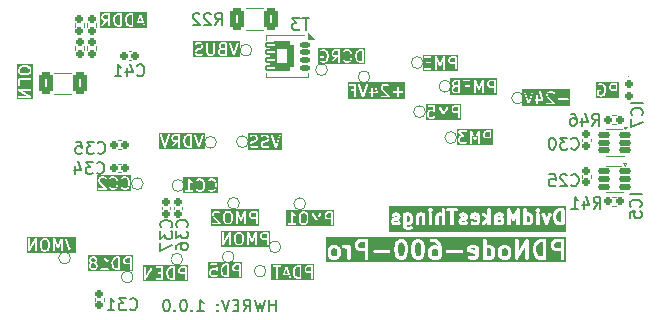
<source format=gbr>
%TF.GenerationSoftware,KiCad,Pcbnew,9.0.2*%
%TF.CreationDate,2026-02-15T12:31:08+01:00*%
%TF.ProjectId,PDNode-PDCard-5031,50444e6f-6465-42d5-9044-436172642d35,1.0.0*%
%TF.SameCoordinates,Original*%
%TF.FileFunction,Legend,Bot*%
%TF.FilePolarity,Positive*%
%FSLAX46Y46*%
G04 Gerber Fmt 4.6, Leading zero omitted, Abs format (unit mm)*
G04 Created by KiCad (PCBNEW 9.0.2) date 2026-02-15 12:31:08*
%MOMM*%
%LPD*%
G01*
G04 APERTURE LIST*
G04 Aperture macros list*
%AMRoundRect*
0 Rectangle with rounded corners*
0 $1 Rounding radius*
0 $2 $3 $4 $5 $6 $7 $8 $9 X,Y pos of 4 corners*
0 Add a 4 corners polygon primitive as box body*
4,1,4,$2,$3,$4,$5,$6,$7,$8,$9,$2,$3,0*
0 Add four circle primitives for the rounded corners*
1,1,$1+$1,$2,$3*
1,1,$1+$1,$4,$5*
1,1,$1+$1,$6,$7*
1,1,$1+$1,$8,$9*
0 Add four rect primitives between the rounded corners*
20,1,$1+$1,$2,$3,$4,$5,0*
20,1,$1+$1,$4,$5,$6,$7,0*
20,1,$1+$1,$6,$7,$8,$9,0*
20,1,$1+$1,$8,$9,$2,$3,0*%
G04 Aperture macros list end*
%ADD10C,0.150000*%
%ADD11C,0.300000*%
%ADD12C,0.120000*%
%ADD13C,0.100000*%
%ADD14C,0.800000*%
%ADD15C,4.500000*%
%ADD16C,0.650000*%
%ADD17O,2.200000X1.100000*%
%ADD18O,1.700000X1.100000*%
%ADD19RoundRect,0.050000X-0.350000X-1.600000X0.350000X-1.600000X0.350000X1.600000X-0.350000X1.600000X0*%
%ADD20RoundRect,0.050000X-0.350000X-2.150000X0.350000X-2.150000X0.350000X2.150000X-0.350000X2.150000X0*%
%ADD21RoundRect,0.160000X-0.210000X0.160000X-0.210000X-0.160000X0.210000X-0.160000X0.210000X0.160000X0*%
%ADD22C,0.700000*%
%ADD23RoundRect,0.165000X-0.165000X-0.195000X0.165000X-0.195000X0.165000X0.195000X-0.165000X0.195000X0*%
%ADD24RoundRect,0.165000X-0.195000X0.165000X-0.195000X-0.165000X0.195000X-0.165000X0.195000X0.165000X0*%
%ADD25RoundRect,0.165000X0.165000X0.195000X-0.165000X0.195000X-0.165000X-0.195000X0.165000X-0.195000X0*%
%ADD26RoundRect,0.160000X-0.160000X-0.210000X0.160000X-0.210000X0.160000X0.210000X-0.160000X0.210000X0*%
%ADD27RoundRect,0.165000X0.195000X-0.165000X0.195000X0.165000X-0.195000X0.165000X-0.195000X-0.165000X0*%
%ADD28RoundRect,0.272222X0.340278X0.652778X-0.340278X0.652778X-0.340278X-0.652778X0.340278X-0.652778X0*%
%ADD29RoundRect,0.125000X0.425000X0.125000X-0.425000X0.125000X-0.425000X-0.125000X0.425000X-0.125000X0*%
%ADD30RoundRect,0.172500X-0.197500X0.172500X-0.197500X-0.172500X0.197500X-0.172500X0.197500X0.172500X0*%
%ADD31RoundRect,0.272222X-0.340278X-0.652778X0.340278X-0.652778X0.340278X0.652778X-0.340278X0.652778X0*%
%ADD32RoundRect,0.130000X0.270000X0.130000X-0.270000X0.130000X-0.270000X-0.130000X0.270000X-0.130000X0*%
%ADD33RoundRect,0.305625X0.713125X0.930731X-0.713125X0.930731X-0.713125X-0.930731X0.713125X-0.930731X0*%
%ADD34RoundRect,0.078000X0.409500X0.182000X-0.409500X0.182000X-0.409500X-0.182000X0.409500X-0.182000X0*%
G04 APERTURE END LIST*
D10*
G36*
X51301703Y28205165D02*
G01*
X51013456Y28205165D01*
X50944940Y28239423D01*
X50914533Y28269830D01*
X50880275Y28338346D01*
X50880275Y28445793D01*
X50914533Y28514309D01*
X50944940Y28544716D01*
X51013456Y28578974D01*
X51301703Y28578974D01*
X51301703Y28205165D01*
G37*
G36*
X51562814Y27467863D02*
G01*
X49619164Y27467863D01*
X49619164Y28082546D01*
X49730275Y28082546D01*
X49730275Y27749213D01*
X49731716Y27734581D01*
X49735633Y27725125D01*
X49742914Y27707546D01*
X49752241Y27696181D01*
X49799860Y27648561D01*
X49811226Y27639233D01*
X49813714Y27638203D01*
X49815751Y27636436D01*
X49829177Y27630442D01*
X49972033Y27582823D01*
X49979288Y27581174D01*
X49981119Y27580415D01*
X49983772Y27580154D01*
X49986370Y27579563D01*
X49988344Y27579704D01*
X49995751Y27578974D01*
X50090989Y27578974D01*
X50098394Y27579704D01*
X50100369Y27579563D01*
X50102966Y27580154D01*
X50105621Y27580415D01*
X50107452Y27581174D01*
X50114706Y27582823D01*
X50257563Y27630442D01*
X50270988Y27636436D01*
X50273023Y27638202D01*
X50275514Y27639233D01*
X50286879Y27648560D01*
X50382118Y27743800D01*
X50386835Y27749549D01*
X50388334Y27750848D01*
X50389755Y27753107D01*
X50391445Y27755165D01*
X50392202Y27756995D01*
X50396166Y27763291D01*
X50443785Y27858529D01*
X50444194Y27859599D01*
X50444517Y27860034D01*
X50446709Y27866171D01*
X50449040Y27872260D01*
X50449078Y27872801D01*
X50449464Y27873880D01*
X50497083Y28064356D01*
X50497458Y28066893D01*
X50497881Y28067914D01*
X50498423Y28073427D01*
X50499233Y28078900D01*
X50499070Y28079993D01*
X50499322Y28082546D01*
X50499322Y28225403D01*
X50499070Y28227957D01*
X50499233Y28229049D01*
X50498423Y28234523D01*
X50497881Y28240035D01*
X50497458Y28241057D01*
X50497083Y28243593D01*
X50449464Y28434069D01*
X50449078Y28435149D01*
X50449040Y28435689D01*
X50446709Y28441779D01*
X50444517Y28447915D01*
X50444194Y28448351D01*
X50443785Y28449420D01*
X50436746Y28463498D01*
X50730275Y28463498D01*
X50730275Y28320641D01*
X50731716Y28306009D01*
X50732747Y28303520D01*
X50732938Y28300832D01*
X50738193Y28287100D01*
X50785812Y28191862D01*
X50789776Y28185563D01*
X50790534Y28183735D01*
X50792222Y28181679D01*
X50793644Y28179419D01*
X50795142Y28178120D01*
X50799861Y28172370D01*
X50847480Y28124751D01*
X50853229Y28120033D01*
X50854529Y28118534D01*
X50856788Y28117113D01*
X50858845Y28115424D01*
X50860672Y28114667D01*
X50866972Y28110702D01*
X50962210Y28063083D01*
X50975941Y28057828D01*
X50978630Y28057637D01*
X50981119Y28056606D01*
X50995751Y28055165D01*
X51301703Y28055165D01*
X51301703Y27653974D01*
X51303144Y27639342D01*
X51314343Y27612306D01*
X51335035Y27591614D01*
X51362071Y27580415D01*
X51391335Y27580415D01*
X51418371Y27591614D01*
X51439063Y27612306D01*
X51450262Y27639342D01*
X51451703Y27653974D01*
X51451703Y28653974D01*
X51450262Y28668606D01*
X51439063Y28695642D01*
X51418371Y28716334D01*
X51391335Y28727533D01*
X51376703Y28728974D01*
X50995751Y28728974D01*
X50981119Y28727533D01*
X50978630Y28726503D01*
X50975941Y28726311D01*
X50962210Y28721056D01*
X50866972Y28673437D01*
X50860672Y28669473D01*
X50858845Y28668715D01*
X50856788Y28667027D01*
X50854529Y28665605D01*
X50853229Y28664107D01*
X50847480Y28659388D01*
X50799861Y28611769D01*
X50795142Y28606020D01*
X50793644Y28604720D01*
X50792222Y28602461D01*
X50790534Y28600404D01*
X50789776Y28598577D01*
X50785812Y28592277D01*
X50738193Y28497039D01*
X50732938Y28483307D01*
X50732747Y28480620D01*
X50731716Y28478130D01*
X50730275Y28463498D01*
X50436746Y28463498D01*
X50396166Y28544658D01*
X50392203Y28550953D01*
X50391445Y28552785D01*
X50389753Y28554847D01*
X50388334Y28557101D01*
X50386837Y28558400D01*
X50382117Y28564150D01*
X50286879Y28659388D01*
X50275514Y28668715D01*
X50273023Y28669747D01*
X50270988Y28671512D01*
X50257563Y28677506D01*
X50114706Y28725125D01*
X50107452Y28726775D01*
X50105621Y28727533D01*
X50102966Y28727795D01*
X50100369Y28728385D01*
X50098394Y28728245D01*
X50090989Y28728974D01*
X49948132Y28728974D01*
X49933500Y28727533D01*
X49931011Y28726503D01*
X49928322Y28726311D01*
X49914591Y28721056D01*
X49819353Y28673437D01*
X49806910Y28665605D01*
X49787737Y28643497D01*
X49778483Y28615736D01*
X49780557Y28586546D01*
X49793644Y28560371D01*
X49815752Y28541198D01*
X49843513Y28531944D01*
X49872703Y28534018D01*
X49886435Y28539273D01*
X49965837Y28578974D01*
X50078819Y28578974D01*
X50193332Y28540803D01*
X50267445Y28466690D01*
X50305938Y28389703D01*
X50349322Y28216169D01*
X50349322Y28091780D01*
X50305938Y27918246D01*
X50267444Y27841259D01*
X50193332Y27767146D01*
X50078819Y27728974D01*
X50007921Y27728974D01*
X49893408Y27767145D01*
X49880275Y27780279D01*
X49880275Y28007546D01*
X49995751Y28007546D01*
X50010383Y28008987D01*
X50037419Y28020186D01*
X50058111Y28040878D01*
X50069310Y28067914D01*
X50069310Y28097178D01*
X50058111Y28124214D01*
X50037419Y28144906D01*
X50010383Y28156105D01*
X49995751Y28157546D01*
X49805275Y28157546D01*
X49790643Y28156105D01*
X49763607Y28144906D01*
X49742915Y28124214D01*
X49731716Y28097178D01*
X49730275Y28082546D01*
X49619164Y28082546D01*
X49619164Y28840085D01*
X51562814Y28840085D01*
X51562814Y27467863D01*
G37*
G36*
X17654656Y19388565D02*
G01*
X14712447Y19388565D01*
X14712447Y19589308D01*
X14823558Y19589308D01*
X14823558Y19560044D01*
X14834757Y19533008D01*
X14855449Y19512316D01*
X14882485Y19501117D01*
X14897117Y19499676D01*
X15468545Y19499676D01*
X15483177Y19501117D01*
X15510213Y19512316D01*
X15530905Y19533008D01*
X15542104Y19560044D01*
X15542104Y19589308D01*
X15530905Y19616344D01*
X15510213Y19637036D01*
X15483177Y19648235D01*
X15468545Y19649676D01*
X15257831Y19649676D01*
X15257831Y20345991D01*
X15320274Y20283548D01*
X15326024Y20278828D01*
X15327323Y20277331D01*
X15329577Y20275912D01*
X15331639Y20274220D01*
X15333471Y20273462D01*
X15339766Y20269499D01*
X15435004Y20221880D01*
X15448735Y20216625D01*
X15477925Y20214551D01*
X15505687Y20223805D01*
X15527794Y20242978D01*
X15540882Y20269153D01*
X15542956Y20298343D01*
X15533702Y20326104D01*
X15514529Y20348212D01*
X15502086Y20356044D01*
X15417734Y20398220D01*
X15336353Y20479601D01*
X15326708Y20494069D01*
X15775939Y20494069D01*
X15775939Y20464807D01*
X15787138Y20437770D01*
X15807830Y20417078D01*
X15834867Y20405879D01*
X15864129Y20405879D01*
X15891166Y20417078D01*
X15902531Y20426405D01*
X15937631Y20461505D01*
X16052144Y20499676D01*
X16123042Y20499676D01*
X16237555Y20461505D01*
X16311668Y20387392D01*
X16350161Y20310405D01*
X16393545Y20136871D01*
X16393545Y20012482D01*
X16350161Y19838948D01*
X16311667Y19761961D01*
X16237555Y19687848D01*
X16123042Y19649676D01*
X16052144Y19649676D01*
X15937631Y19687847D01*
X15902532Y19722947D01*
X15891166Y19732275D01*
X15864130Y19743474D01*
X15834867Y19743474D01*
X15807831Y19732276D01*
X15787138Y19711583D01*
X15775939Y19684547D01*
X15775939Y19655284D01*
X15787137Y19628248D01*
X15796464Y19616883D01*
X15844083Y19569263D01*
X15855449Y19559935D01*
X15857937Y19558905D01*
X15859974Y19557138D01*
X15873400Y19551144D01*
X16016256Y19503525D01*
X16023511Y19501876D01*
X16025342Y19501117D01*
X16027995Y19500856D01*
X16030593Y19500265D01*
X16032567Y19500406D01*
X16039974Y19499676D01*
X16135212Y19499676D01*
X16142617Y19500406D01*
X16144592Y19500265D01*
X16147189Y19500856D01*
X16149844Y19501117D01*
X16151675Y19501876D01*
X16158929Y19503525D01*
X16301786Y19551144D01*
X16315211Y19557138D01*
X16317246Y19558904D01*
X16319737Y19559935D01*
X16331102Y19569262D01*
X16426341Y19664502D01*
X16431058Y19670251D01*
X16432557Y19671550D01*
X16433978Y19673809D01*
X16435668Y19675867D01*
X16436425Y19677697D01*
X16440389Y19683993D01*
X16488008Y19779231D01*
X16488417Y19780301D01*
X16488740Y19780736D01*
X16490932Y19786873D01*
X16493263Y19792962D01*
X16493301Y19793503D01*
X16493687Y19794582D01*
X16541306Y19985058D01*
X16541681Y19987595D01*
X16542104Y19988616D01*
X16542646Y19994129D01*
X16543456Y19999602D01*
X16543293Y20000695D01*
X16543545Y20003248D01*
X16543545Y20146105D01*
X16543293Y20148659D01*
X16543456Y20149751D01*
X16542646Y20155225D01*
X16542104Y20160737D01*
X16541681Y20161759D01*
X16541306Y20164295D01*
X16493687Y20354771D01*
X16493301Y20355851D01*
X16493263Y20356391D01*
X16490926Y20362498D01*
X16488740Y20368617D01*
X16488417Y20369053D01*
X16488008Y20370122D01*
X16440389Y20465360D01*
X16436426Y20471655D01*
X16435668Y20473487D01*
X16433976Y20475549D01*
X16432557Y20477803D01*
X16431060Y20479102D01*
X16426340Y20484852D01*
X16417123Y20494069D01*
X16775939Y20494069D01*
X16775939Y20464807D01*
X16787138Y20437770D01*
X16807830Y20417078D01*
X16834867Y20405879D01*
X16864129Y20405879D01*
X16891166Y20417078D01*
X16902531Y20426405D01*
X16937631Y20461505D01*
X17052144Y20499676D01*
X17123042Y20499676D01*
X17237555Y20461505D01*
X17311668Y20387392D01*
X17350161Y20310405D01*
X17393545Y20136871D01*
X17393545Y20012482D01*
X17350161Y19838948D01*
X17311667Y19761961D01*
X17237555Y19687848D01*
X17123042Y19649676D01*
X17052144Y19649676D01*
X16937631Y19687847D01*
X16902532Y19722947D01*
X16891166Y19732275D01*
X16864130Y19743474D01*
X16834867Y19743474D01*
X16807831Y19732276D01*
X16787138Y19711583D01*
X16775939Y19684547D01*
X16775939Y19655284D01*
X16787137Y19628248D01*
X16796464Y19616883D01*
X16844083Y19569263D01*
X16855449Y19559935D01*
X16857937Y19558905D01*
X16859974Y19557138D01*
X16873400Y19551144D01*
X17016256Y19503525D01*
X17023511Y19501876D01*
X17025342Y19501117D01*
X17027995Y19500856D01*
X17030593Y19500265D01*
X17032567Y19500406D01*
X17039974Y19499676D01*
X17135212Y19499676D01*
X17142617Y19500406D01*
X17144592Y19500265D01*
X17147189Y19500856D01*
X17149844Y19501117D01*
X17151675Y19501876D01*
X17158929Y19503525D01*
X17301786Y19551144D01*
X17315211Y19557138D01*
X17317246Y19558904D01*
X17319737Y19559935D01*
X17331102Y19569262D01*
X17426341Y19664502D01*
X17431058Y19670251D01*
X17432557Y19671550D01*
X17433978Y19673809D01*
X17435668Y19675867D01*
X17436425Y19677697D01*
X17440389Y19683993D01*
X17488008Y19779231D01*
X17488417Y19780301D01*
X17488740Y19780736D01*
X17490932Y19786873D01*
X17493263Y19792962D01*
X17493301Y19793503D01*
X17493687Y19794582D01*
X17541306Y19985058D01*
X17541681Y19987595D01*
X17542104Y19988616D01*
X17542646Y19994129D01*
X17543456Y19999602D01*
X17543293Y20000695D01*
X17543545Y20003248D01*
X17543545Y20146105D01*
X17543293Y20148659D01*
X17543456Y20149751D01*
X17542646Y20155225D01*
X17542104Y20160737D01*
X17541681Y20161759D01*
X17541306Y20164295D01*
X17493687Y20354771D01*
X17493301Y20355851D01*
X17493263Y20356391D01*
X17490926Y20362498D01*
X17488740Y20368617D01*
X17488417Y20369053D01*
X17488008Y20370122D01*
X17440389Y20465360D01*
X17436426Y20471655D01*
X17435668Y20473487D01*
X17433976Y20475549D01*
X17432557Y20477803D01*
X17431060Y20479102D01*
X17426340Y20484852D01*
X17331102Y20580090D01*
X17319737Y20589417D01*
X17317246Y20590449D01*
X17315211Y20592214D01*
X17301786Y20598208D01*
X17158929Y20645827D01*
X17151675Y20647477D01*
X17149844Y20648235D01*
X17147189Y20648497D01*
X17144592Y20649087D01*
X17142617Y20648947D01*
X17135212Y20649676D01*
X17039974Y20649676D01*
X17032567Y20648947D01*
X17030593Y20649087D01*
X17027995Y20648497D01*
X17025342Y20648235D01*
X17023511Y20647477D01*
X17016256Y20645827D01*
X16873400Y20598208D01*
X16859974Y20592214D01*
X16857937Y20590448D01*
X16855449Y20589417D01*
X16844084Y20580090D01*
X16796465Y20532471D01*
X16787138Y20521106D01*
X16775939Y20494069D01*
X16417123Y20494069D01*
X16331102Y20580090D01*
X16319737Y20589417D01*
X16317246Y20590449D01*
X16315211Y20592214D01*
X16301786Y20598208D01*
X16158929Y20645827D01*
X16151675Y20647477D01*
X16149844Y20648235D01*
X16147189Y20648497D01*
X16144592Y20649087D01*
X16142617Y20648947D01*
X16135212Y20649676D01*
X16039974Y20649676D01*
X16032567Y20648947D01*
X16030593Y20649087D01*
X16027995Y20648497D01*
X16025342Y20648235D01*
X16023511Y20647477D01*
X16016256Y20645827D01*
X15873400Y20598208D01*
X15859974Y20592214D01*
X15857937Y20590448D01*
X15855449Y20589417D01*
X15844084Y20580090D01*
X15796465Y20532471D01*
X15787138Y20521106D01*
X15775939Y20494069D01*
X15326708Y20494069D01*
X15245235Y20616279D01*
X15245200Y20616322D01*
X15245191Y20616344D01*
X15245139Y20616396D01*
X15235919Y20627654D01*
X15229749Y20631786D01*
X15224499Y20637036D01*
X15217709Y20639849D01*
X15211604Y20643937D01*
X15204323Y20645394D01*
X15197463Y20648235D01*
X15190115Y20648235D01*
X15182910Y20649676D01*
X15175626Y20648235D01*
X15168199Y20648235D01*
X15161410Y20645423D01*
X15154202Y20643997D01*
X15148023Y20639878D01*
X15141163Y20637036D01*
X15135967Y20631841D01*
X15129853Y20627764D01*
X15125721Y20621595D01*
X15120471Y20616344D01*
X15117658Y20609555D01*
X15113570Y20603449D01*
X15112113Y20596169D01*
X15109272Y20589308D01*
X15107846Y20574832D01*
X15107831Y20574755D01*
X15107836Y20574729D01*
X15107831Y20574676D01*
X15107831Y19649676D01*
X14897117Y19649676D01*
X14882485Y19648235D01*
X14855449Y19637036D01*
X14834757Y19616344D01*
X14823558Y19589308D01*
X14712447Y19589308D01*
X14712447Y20760787D01*
X17654656Y20760787D01*
X17654656Y19388565D01*
G37*
D11*
G36*
X27637086Y14704465D02*
G01*
X27674090Y14667461D01*
X27718796Y14578049D01*
X27718796Y14220296D01*
X27674089Y14130883D01*
X27637084Y14093878D01*
X27547672Y14049172D01*
X27404206Y14049172D01*
X27314793Y14093878D01*
X27277789Y14130882D01*
X27233082Y14220297D01*
X27233082Y14578048D01*
X27277789Y14667462D01*
X27314793Y14704466D01*
X27404206Y14749172D01*
X27547672Y14749172D01*
X27637086Y14704465D01*
G37*
G36*
X33279942Y15204465D02*
G01*
X33316946Y15167461D01*
X33370125Y15061102D01*
X33433081Y14809280D01*
X33433081Y14489064D01*
X33370125Y14237243D01*
X33316945Y14130883D01*
X33279942Y14093879D01*
X33190529Y14049172D01*
X33118491Y14049172D01*
X33029078Y14093878D01*
X32992074Y14130882D01*
X32938894Y14237242D01*
X32875938Y14489066D01*
X32875938Y14809279D01*
X32938894Y15061103D01*
X32992074Y15167462D01*
X33029078Y15204466D01*
X33118491Y15249172D01*
X33190528Y15249172D01*
X33279942Y15204465D01*
G37*
G36*
X34708513Y15204465D02*
G01*
X34745517Y15167461D01*
X34798696Y15061102D01*
X34861652Y14809280D01*
X34861652Y14489064D01*
X34798696Y14237243D01*
X34745516Y14130883D01*
X34708513Y14093879D01*
X34619100Y14049172D01*
X34547062Y14049172D01*
X34457649Y14093878D01*
X34420645Y14130882D01*
X34367465Y14237242D01*
X34304509Y14489066D01*
X34304509Y14809279D01*
X34367465Y15061103D01*
X34420645Y15167462D01*
X34457649Y15204466D01*
X34547062Y15249172D01*
X34619099Y15249172D01*
X34708513Y15204465D01*
G37*
G36*
X36208511Y14633038D02*
G01*
X36245516Y14596033D01*
X36290223Y14506620D01*
X36290223Y14220296D01*
X36245516Y14130883D01*
X36208511Y14093878D01*
X36119099Y14049172D01*
X35904205Y14049172D01*
X35814791Y14093879D01*
X35777787Y14130883D01*
X35733080Y14220297D01*
X35733080Y14506619D01*
X35777787Y14596033D01*
X35814791Y14633037D01*
X35904205Y14677743D01*
X36119099Y14677743D01*
X36208511Y14633038D01*
G37*
G36*
X39399848Y14715940D02*
G01*
X39433080Y14649477D01*
X39433080Y14582143D01*
X39025850Y14663589D01*
X39052026Y14715940D01*
X39118490Y14749172D01*
X39333385Y14749172D01*
X39399848Y14715940D01*
G37*
G36*
X40708513Y14704465D02*
G01*
X40745517Y14667461D01*
X40790223Y14578049D01*
X40790223Y14220296D01*
X40745516Y14130883D01*
X40708511Y14093878D01*
X40619099Y14049172D01*
X40404205Y14049172D01*
X40375938Y14063306D01*
X40375938Y14735039D01*
X40404205Y14749172D01*
X40619099Y14749172D01*
X40708513Y14704465D01*
G37*
G36*
X42065656Y14704465D02*
G01*
X42102660Y14667461D01*
X42147366Y14578049D01*
X42147366Y14220296D01*
X42102659Y14130883D01*
X42065654Y14093878D01*
X41976242Y14049172D01*
X41832776Y14049172D01*
X41743363Y14093878D01*
X41706359Y14130882D01*
X41661652Y14220297D01*
X41661652Y14578048D01*
X41706359Y14667462D01*
X41743363Y14704466D01*
X41832776Y14749172D01*
X41976242Y14749172D01*
X42065656Y14704465D01*
G37*
G36*
X45147367Y14049172D02*
G01*
X44964567Y14049172D01*
X44806964Y14101706D01*
X44706359Y14202312D01*
X44653178Y14308672D01*
X44590224Y14560493D01*
X44590224Y14737852D01*
X44653178Y14989673D01*
X44706359Y15096033D01*
X44806965Y15196639D01*
X44964567Y15249172D01*
X45147367Y15249172D01*
X45147367Y14049172D01*
G37*
G36*
X30075939Y14763458D02*
G01*
X29689920Y14763458D01*
X29600506Y14808165D01*
X29563501Y14845170D01*
X29518796Y14934582D01*
X29518796Y15078049D01*
X29563501Y15167460D01*
X29600506Y15204465D01*
X29689920Y15249172D01*
X30075939Y15249172D01*
X30075939Y14763458D01*
G37*
G36*
X46647367Y14763458D02*
G01*
X46261348Y14763458D01*
X46171934Y14808165D01*
X46134929Y14845170D01*
X46090224Y14934582D01*
X46090224Y15078049D01*
X46134929Y15167460D01*
X46171934Y15204465D01*
X46261348Y15249172D01*
X46647367Y15249172D01*
X46647367Y14763458D01*
G37*
G36*
X47114034Y13582505D02*
G01*
X26766415Y13582505D01*
X26766415Y14613458D01*
X26933082Y14613458D01*
X26933082Y14184886D01*
X26935964Y14155622D01*
X26938027Y14150642D01*
X26938409Y14145267D01*
X26948918Y14117804D01*
X27020347Y13974947D01*
X27028275Y13962352D01*
X27029790Y13958695D01*
X27033169Y13954578D01*
X27036012Y13950061D01*
X27039006Y13947464D01*
X27048444Y13935964D01*
X27119872Y13864535D01*
X27131377Y13855093D01*
X27133972Y13852101D01*
X27138482Y13849262D01*
X27142603Y13845880D01*
X27146262Y13844365D01*
X27158857Y13836436D01*
X27301715Y13765008D01*
X27329178Y13754498D01*
X27334553Y13754117D01*
X27339532Y13752054D01*
X27368796Y13749172D01*
X27583082Y13749172D01*
X27612346Y13752054D01*
X27617324Y13754117D01*
X27622700Y13754498D01*
X27650164Y13765008D01*
X27793021Y13836436D01*
X27805614Y13844364D01*
X27809274Y13845879D01*
X27813393Y13849261D01*
X27817907Y13852101D01*
X27820503Y13855095D01*
X27832005Y13864534D01*
X27903434Y13935963D01*
X27912875Y13947468D01*
X27915867Y13950062D01*
X27918705Y13954572D01*
X27922089Y13958694D01*
X27923605Y13962356D01*
X27931532Y13974947D01*
X28002960Y14117805D01*
X28013470Y14145268D01*
X28013851Y14150644D01*
X28015914Y14155622D01*
X28018796Y14184886D01*
X28018796Y14613458D01*
X28015914Y14642722D01*
X28013851Y14647701D01*
X28013470Y14653076D01*
X28002960Y14680539D01*
X27931532Y14823397D01*
X27923603Y14835992D01*
X27922088Y14839651D01*
X27918706Y14843772D01*
X27915867Y14848282D01*
X27912875Y14850877D01*
X27903433Y14862382D01*
X27837378Y14928436D01*
X28150249Y14928436D01*
X28150249Y14869908D01*
X28172647Y14815836D01*
X28214031Y14774452D01*
X28268103Y14752054D01*
X28297367Y14749172D01*
X28404814Y14749172D01*
X28494228Y14704465D01*
X28531232Y14667461D01*
X28575939Y14578048D01*
X28575939Y13899172D01*
X28578821Y13869908D01*
X28601219Y13815836D01*
X28642603Y13774452D01*
X28696675Y13752054D01*
X28755203Y13752054D01*
X28809275Y13774452D01*
X28850659Y13815836D01*
X28873057Y13869908D01*
X28875939Y13899172D01*
X28875939Y14899172D01*
X28873057Y14928436D01*
X28850659Y14982508D01*
X28809275Y15023892D01*
X28755203Y15046290D01*
X28696675Y15046290D01*
X28642603Y15023892D01*
X28603800Y14985089D01*
X28507306Y15033336D01*
X28479843Y15043846D01*
X28474465Y15044229D01*
X28469488Y15046290D01*
X28440224Y15049172D01*
X28297367Y15049172D01*
X28268103Y15046290D01*
X28214031Y15023892D01*
X28172647Y14982508D01*
X28150249Y14928436D01*
X27837378Y14928436D01*
X27832004Y14933810D01*
X27820504Y14943248D01*
X27817907Y14946242D01*
X27813390Y14949085D01*
X27809273Y14952464D01*
X27805616Y14953979D01*
X27793021Y14961907D01*
X27650164Y15033336D01*
X27622701Y15043845D01*
X27617326Y15044227D01*
X27612346Y15046290D01*
X27583082Y15049172D01*
X27368796Y15049172D01*
X27339532Y15046290D01*
X27334551Y15044227D01*
X27329177Y15043845D01*
X27301713Y15033336D01*
X27158857Y14961907D01*
X27146265Y14953981D01*
X27142603Y14952464D01*
X27138480Y14949081D01*
X27133971Y14946242D01*
X27131375Y14943250D01*
X27119873Y14933809D01*
X27048445Y14862381D01*
X27039005Y14850880D01*
X27036012Y14848283D01*
X27033171Y14843770D01*
X27029790Y14839650D01*
X27028274Y14835991D01*
X27020347Y14823397D01*
X26948918Y14680540D01*
X26938409Y14653077D01*
X26938027Y14647703D01*
X26935964Y14642722D01*
X26933082Y14613458D01*
X26766415Y14613458D01*
X26766415Y15113458D01*
X29218796Y15113458D01*
X29218796Y14899172D01*
X29221678Y14869908D01*
X29223740Y14864930D01*
X29224122Y14859554D01*
X29234632Y14832090D01*
X29306060Y14689233D01*
X29313987Y14676640D01*
X29315503Y14672980D01*
X29318884Y14668861D01*
X29321725Y14664347D01*
X29324718Y14661751D01*
X29334158Y14650249D01*
X29405587Y14578820D01*
X29417091Y14569379D01*
X29419686Y14566387D01*
X29424195Y14563549D01*
X29428318Y14560165D01*
X29431979Y14558649D01*
X29444571Y14550722D01*
X29587429Y14479294D01*
X29614892Y14468784D01*
X29620267Y14468403D01*
X29625246Y14466340D01*
X29654510Y14463458D01*
X30075939Y14463458D01*
X30075939Y13899172D01*
X30078821Y13869908D01*
X30101219Y13815836D01*
X30142603Y13774452D01*
X30196675Y13752054D01*
X30255203Y13752054D01*
X30309275Y13774452D01*
X30350659Y13815836D01*
X30373057Y13869908D01*
X30375939Y13899172D01*
X30375939Y14499864D01*
X30793107Y14499864D01*
X30793107Y14441336D01*
X30815505Y14387264D01*
X30856889Y14345880D01*
X30910961Y14323482D01*
X30940225Y14320600D01*
X32083082Y14320600D01*
X32112346Y14323482D01*
X32166418Y14345880D01*
X32207802Y14387264D01*
X32230200Y14441336D01*
X32230200Y14499864D01*
X32207802Y14553936D01*
X32166418Y14595320D01*
X32112346Y14617718D01*
X32083082Y14620600D01*
X30940225Y14620600D01*
X30910961Y14617718D01*
X30856889Y14595320D01*
X30815505Y14553936D01*
X30793107Y14499864D01*
X30375939Y14499864D01*
X30375939Y14827743D01*
X32575938Y14827743D01*
X32575938Y14470600D01*
X32576440Y14465497D01*
X32576115Y14463309D01*
X32577734Y14452358D01*
X32578820Y14441336D01*
X32579666Y14439292D01*
X32580417Y14434219D01*
X32651846Y14148506D01*
X32652617Y14146348D01*
X32652694Y14145267D01*
X32657352Y14133093D01*
X32661739Y14120815D01*
X32662383Y14119945D01*
X32663203Y14117804D01*
X32734632Y13974947D01*
X32742560Y13962352D01*
X32744075Y13958695D01*
X32747454Y13954578D01*
X32750297Y13950061D01*
X32753291Y13947464D01*
X32762729Y13935964D01*
X32834157Y13864535D01*
X32845662Y13855093D01*
X32848257Y13852101D01*
X32852767Y13849262D01*
X32856888Y13845880D01*
X32860547Y13844365D01*
X32873142Y13836436D01*
X33016000Y13765008D01*
X33043463Y13754498D01*
X33048838Y13754117D01*
X33053817Y13752054D01*
X33083081Y13749172D01*
X33225938Y13749172D01*
X33255202Y13752054D01*
X33260180Y13754117D01*
X33265556Y13754498D01*
X33293019Y13765008D01*
X33435878Y13836436D01*
X33448472Y13844365D01*
X33452132Y13845880D01*
X33456252Y13849262D01*
X33460763Y13852101D01*
X33463357Y13855093D01*
X33474863Y13864535D01*
X33546291Y13935964D01*
X33555729Y13947465D01*
X33558723Y13950061D01*
X33561563Y13954574D01*
X33564945Y13958694D01*
X33566460Y13962354D01*
X33574388Y13974947D01*
X33645817Y14117803D01*
X33646636Y14119946D01*
X33647281Y14120815D01*
X33651665Y14133087D01*
X33656326Y14145267D01*
X33656402Y14146348D01*
X33657174Y14148506D01*
X33728602Y14434220D01*
X33729351Y14439292D01*
X33730199Y14441336D01*
X33731284Y14452359D01*
X33732904Y14463309D01*
X33732578Y14465497D01*
X33733081Y14470600D01*
X33733081Y14827743D01*
X34004509Y14827743D01*
X34004509Y14470600D01*
X34005011Y14465497D01*
X34004686Y14463309D01*
X34006305Y14452358D01*
X34007391Y14441336D01*
X34008237Y14439292D01*
X34008988Y14434219D01*
X34080417Y14148506D01*
X34081188Y14146348D01*
X34081265Y14145267D01*
X34085923Y14133093D01*
X34090310Y14120815D01*
X34090954Y14119945D01*
X34091774Y14117804D01*
X34163203Y13974947D01*
X34171131Y13962352D01*
X34172646Y13958695D01*
X34176025Y13954578D01*
X34178868Y13950061D01*
X34181862Y13947464D01*
X34191300Y13935964D01*
X34262728Y13864535D01*
X34274233Y13855093D01*
X34276828Y13852101D01*
X34281338Y13849262D01*
X34285459Y13845880D01*
X34289118Y13844365D01*
X34301713Y13836436D01*
X34444571Y13765008D01*
X34472034Y13754498D01*
X34477409Y13754117D01*
X34482388Y13752054D01*
X34511652Y13749172D01*
X34654509Y13749172D01*
X34683773Y13752054D01*
X34688751Y13754117D01*
X34694127Y13754498D01*
X34721590Y13765008D01*
X34864449Y13836436D01*
X34877043Y13844365D01*
X34880703Y13845880D01*
X34884823Y13849262D01*
X34889334Y13852101D01*
X34891928Y13855093D01*
X34903434Y13864535D01*
X34974862Y13935964D01*
X34984300Y13947465D01*
X34987294Y13950061D01*
X34990134Y13954574D01*
X34993516Y13958694D01*
X34995031Y13962354D01*
X35002959Y13974947D01*
X35074388Y14117803D01*
X35075207Y14119946D01*
X35075852Y14120815D01*
X35080236Y14133087D01*
X35084897Y14145267D01*
X35084973Y14146348D01*
X35085745Y14148506D01*
X35157173Y14434220D01*
X35157922Y14439292D01*
X35158770Y14441336D01*
X35159855Y14452359D01*
X35161475Y14463309D01*
X35161149Y14465497D01*
X35161652Y14470600D01*
X35161652Y14542029D01*
X35433080Y14542029D01*
X35433080Y14184886D01*
X35435962Y14155622D01*
X35438025Y14150642D01*
X35438407Y14145267D01*
X35448916Y14117804D01*
X35520345Y13974947D01*
X35528272Y13962354D01*
X35529788Y13958694D01*
X35533169Y13954575D01*
X35536010Y13950061D01*
X35539003Y13947465D01*
X35548443Y13935963D01*
X35619872Y13864534D01*
X35631376Y13855093D01*
X35633971Y13852101D01*
X35638480Y13849263D01*
X35642603Y13845879D01*
X35646264Y13844363D01*
X35658856Y13836436D01*
X35801714Y13765008D01*
X35829177Y13754498D01*
X35834552Y13754117D01*
X35839531Y13752054D01*
X35868795Y13749172D01*
X36154509Y13749172D01*
X36183773Y13752054D01*
X36188751Y13754117D01*
X36194127Y13754498D01*
X36221591Y13765008D01*
X36364448Y13836436D01*
X36377041Y13844364D01*
X36380701Y13845879D01*
X36384820Y13849261D01*
X36389334Y13852101D01*
X36391930Y13855095D01*
X36403432Y13864534D01*
X36474861Y13935963D01*
X36484302Y13947468D01*
X36487294Y13950062D01*
X36490132Y13954572D01*
X36493516Y13958694D01*
X36495032Y13962356D01*
X36502959Y13974947D01*
X36574387Y14117805D01*
X36584897Y14145268D01*
X36585278Y14150644D01*
X36587341Y14155622D01*
X36590223Y14184886D01*
X36590223Y14499864D01*
X36935963Y14499864D01*
X36935963Y14441336D01*
X36958361Y14387264D01*
X36999745Y14345880D01*
X37053817Y14323482D01*
X37083081Y14320600D01*
X38225938Y14320600D01*
X38255202Y14323482D01*
X38309274Y14345880D01*
X38350658Y14387264D01*
X38373056Y14441336D01*
X38373056Y14499864D01*
X38350658Y14553936D01*
X38309274Y14595320D01*
X38255202Y14617718D01*
X38225938Y14620600D01*
X37083081Y14620600D01*
X37053817Y14617718D01*
X36999745Y14595320D01*
X36958361Y14553936D01*
X36935963Y14499864D01*
X36590223Y14499864D01*
X36590223Y14684886D01*
X38718795Y14684886D01*
X38718795Y14542029D01*
X38721677Y14512765D01*
X38727301Y14499188D01*
X38730153Y14484771D01*
X38738391Y14472414D01*
X38744075Y14458693D01*
X38754467Y14448301D01*
X38762618Y14436075D01*
X38774956Y14427812D01*
X38785459Y14417309D01*
X38799035Y14411686D01*
X38811247Y14403507D01*
X38839378Y14394942D01*
X38839529Y14394912D01*
X38839531Y14394911D01*
X38839533Y14394911D01*
X39433080Y14276202D01*
X39433080Y14148868D01*
X39399848Y14082404D01*
X39333385Y14049172D01*
X39118490Y14049172D01*
X39007305Y14104764D01*
X38979841Y14115274D01*
X38921461Y14119422D01*
X38865939Y14100914D01*
X38821724Y14062567D01*
X38795549Y14010218D01*
X38791401Y13951838D01*
X38809909Y13896316D01*
X38848256Y13852101D01*
X38873141Y13836436D01*
X39015999Y13765008D01*
X39043462Y13754498D01*
X39048837Y13754117D01*
X39053816Y13752054D01*
X39083080Y13749172D01*
X39368795Y13749172D01*
X39398059Y13752054D01*
X39403037Y13754117D01*
X39408413Y13754498D01*
X39435877Y13765008D01*
X39578734Y13836436D01*
X39583626Y13839516D01*
X39585937Y13840286D01*
X39588813Y13842781D01*
X39603620Y13852101D01*
X39615941Y13866309D01*
X39630152Y13878633D01*
X39639472Y13893441D01*
X39641966Y13896316D01*
X39642735Y13898626D01*
X39645816Y13903519D01*
X39717245Y14046377D01*
X39727754Y14073840D01*
X39728135Y14079216D01*
X39730198Y14084194D01*
X39733080Y14113458D01*
X39733080Y14399011D01*
X39733081Y14399015D01*
X39733080Y14399021D01*
X39733080Y14684886D01*
X39730198Y14714150D01*
X39728135Y14719129D01*
X39727754Y14724504D01*
X39717244Y14751967D01*
X39645816Y14894825D01*
X39642735Y14899719D01*
X39641966Y14902027D01*
X39639472Y14904903D01*
X39630151Y14919710D01*
X39615944Y14932031D01*
X39603620Y14946242D01*
X39588809Y14955565D01*
X39585936Y14958057D01*
X39583628Y14958827D01*
X39578734Y14961907D01*
X39435877Y15033336D01*
X39408414Y15043845D01*
X39403039Y15044227D01*
X39398059Y15046290D01*
X39368795Y15049172D01*
X39083080Y15049172D01*
X39053816Y15046290D01*
X39048835Y15044227D01*
X39043461Y15043845D01*
X39015997Y15033336D01*
X38873141Y14961907D01*
X38868246Y14958827D01*
X38865939Y14958057D01*
X38863064Y14955565D01*
X38848255Y14946242D01*
X38835931Y14932033D01*
X38821724Y14919711D01*
X38812404Y14904906D01*
X38809908Y14902027D01*
X38809137Y14899716D01*
X38806059Y14894825D01*
X38734631Y14751968D01*
X38724121Y14724504D01*
X38723739Y14719129D01*
X38721677Y14714150D01*
X38718795Y14684886D01*
X36590223Y14684886D01*
X36590223Y14756315D01*
X36589720Y14761419D01*
X36590046Y14763606D01*
X36588426Y14774557D01*
X36587341Y14785579D01*
X36586493Y14787624D01*
X36585744Y14792695D01*
X36514316Y15078409D01*
X36508158Y15095645D01*
X36507438Y15099286D01*
X36505678Y15102587D01*
X36504423Y15106100D01*
X36502218Y15109075D01*
X36493603Y15125234D01*
X36350746Y15339520D01*
X36350677Y15339604D01*
X36350658Y15339651D01*
X36341565Y15350731D01*
X36332115Y15362270D01*
X36332070Y15362300D01*
X36332003Y15362382D01*
X36295212Y15399172D01*
X40075938Y15399172D01*
X40075938Y13899172D01*
X40078820Y13869908D01*
X40101218Y13815836D01*
X40142602Y13774452D01*
X40196674Y13752054D01*
X40255202Y13752054D01*
X40294809Y13768461D01*
X40301714Y13765008D01*
X40329177Y13754498D01*
X40334552Y13754117D01*
X40339531Y13752054D01*
X40368795Y13749172D01*
X40654509Y13749172D01*
X40683773Y13752054D01*
X40688751Y13754117D01*
X40694127Y13754498D01*
X40721591Y13765008D01*
X40864448Y13836436D01*
X40877041Y13844364D01*
X40880701Y13845879D01*
X40884820Y13849261D01*
X40889334Y13852101D01*
X40891930Y13855095D01*
X40903432Y13864534D01*
X40974861Y13935963D01*
X40984302Y13947468D01*
X40987294Y13950062D01*
X40990132Y13954572D01*
X40993516Y13958694D01*
X40995032Y13962356D01*
X41002959Y13974947D01*
X41074387Y14117805D01*
X41084897Y14145268D01*
X41085278Y14150644D01*
X41087341Y14155622D01*
X41090223Y14184886D01*
X41090223Y14613458D01*
X41361652Y14613458D01*
X41361652Y14184886D01*
X41364534Y14155622D01*
X41366597Y14150642D01*
X41366979Y14145267D01*
X41377488Y14117804D01*
X41448917Y13974947D01*
X41456845Y13962352D01*
X41458360Y13958695D01*
X41461739Y13954578D01*
X41464582Y13950061D01*
X41467576Y13947464D01*
X41477014Y13935964D01*
X41548442Y13864535D01*
X41559947Y13855093D01*
X41562542Y13852101D01*
X41567052Y13849262D01*
X41571173Y13845880D01*
X41574832Y13844365D01*
X41587427Y13836436D01*
X41730285Y13765008D01*
X41757748Y13754498D01*
X41763123Y13754117D01*
X41768102Y13752054D01*
X41797366Y13749172D01*
X42011652Y13749172D01*
X42040916Y13752054D01*
X42045894Y13754117D01*
X42051270Y13754498D01*
X42078734Y13765008D01*
X42221591Y13836436D01*
X42234184Y13844364D01*
X42237844Y13845879D01*
X42241963Y13849261D01*
X42246477Y13852101D01*
X42249073Y13855095D01*
X42260575Y13864534D01*
X42332004Y13935963D01*
X42341445Y13947468D01*
X42344437Y13950062D01*
X42347275Y13954572D01*
X42350659Y13958694D01*
X42352175Y13962356D01*
X42360102Y13974947D01*
X42431530Y14117805D01*
X42442040Y14145268D01*
X42442421Y14150644D01*
X42444484Y14155622D01*
X42447366Y14184886D01*
X42447366Y14613458D01*
X42444484Y14642722D01*
X42442421Y14647701D01*
X42442040Y14653076D01*
X42431530Y14680539D01*
X42360102Y14823397D01*
X42352173Y14835992D01*
X42350658Y14839651D01*
X42347276Y14843772D01*
X42344437Y14848282D01*
X42341445Y14850877D01*
X42332003Y14862382D01*
X42260574Y14933810D01*
X42249074Y14943248D01*
X42246477Y14946242D01*
X42241960Y14949085D01*
X42237843Y14952464D01*
X42234186Y14953979D01*
X42221591Y14961907D01*
X42078734Y15033336D01*
X42051271Y15043845D01*
X42045896Y15044227D01*
X42040916Y15046290D01*
X42011652Y15049172D01*
X41797366Y15049172D01*
X41768102Y15046290D01*
X41763121Y15044227D01*
X41757747Y15043845D01*
X41730283Y15033336D01*
X41587427Y14961907D01*
X41574835Y14953981D01*
X41571173Y14952464D01*
X41567050Y14949081D01*
X41562541Y14946242D01*
X41559945Y14943250D01*
X41548443Y14933809D01*
X41477015Y14862381D01*
X41467575Y14850880D01*
X41464582Y14848283D01*
X41461741Y14843770D01*
X41458360Y14839650D01*
X41456844Y14835991D01*
X41448917Y14823397D01*
X41377488Y14680540D01*
X41366979Y14653077D01*
X41366597Y14647703D01*
X41364534Y14642722D01*
X41361652Y14613458D01*
X41090223Y14613458D01*
X41087341Y14642722D01*
X41085278Y14647701D01*
X41084897Y14653076D01*
X41074387Y14680539D01*
X41002959Y14823397D01*
X40995030Y14835992D01*
X40993515Y14839651D01*
X40990133Y14843772D01*
X40987294Y14848282D01*
X40984302Y14850877D01*
X40974860Y14862382D01*
X40903431Y14933810D01*
X40891931Y14943248D01*
X40889334Y14946242D01*
X40884817Y14949085D01*
X40880700Y14952464D01*
X40877043Y14953979D01*
X40864448Y14961907D01*
X40721591Y15033336D01*
X40694128Y15043845D01*
X40688753Y15044227D01*
X40683773Y15046290D01*
X40654509Y15049172D01*
X40375938Y15049172D01*
X40375938Y15399172D01*
X42790224Y15399172D01*
X42790224Y13899172D01*
X42790965Y13891647D01*
X42790590Y13888695D01*
X42791632Y13884875D01*
X42793106Y13869908D01*
X42800741Y13851476D01*
X42805990Y13832231D01*
X42811844Y13824672D01*
X42815504Y13815836D01*
X42829611Y13801729D01*
X42841825Y13785957D01*
X42850127Y13781213D01*
X42856888Y13774452D01*
X42875318Y13766818D01*
X42892641Y13756919D01*
X42902126Y13755714D01*
X42910960Y13752054D01*
X42930910Y13752054D01*
X42950701Y13749538D01*
X42959926Y13752054D01*
X42969488Y13752054D01*
X42987920Y13759690D01*
X43007165Y13764938D01*
X43014724Y13770793D01*
X43023560Y13774452D01*
X43037667Y13788560D01*
X43053439Y13800773D01*
X43062144Y13813037D01*
X43064944Y13815836D01*
X43066082Y13818584D01*
X43070460Y13824751D01*
X43647367Y14834337D01*
X43647367Y13899172D01*
X43650249Y13869908D01*
X43672647Y13815836D01*
X43714031Y13774452D01*
X43768103Y13752054D01*
X43826631Y13752054D01*
X43880703Y13774452D01*
X43922087Y13815836D01*
X43944485Y13869908D01*
X43947367Y13899172D01*
X43947367Y14756315D01*
X44290224Y14756315D01*
X44290224Y14542029D01*
X44290726Y14536926D01*
X44290401Y14534738D01*
X44292020Y14523788D01*
X44293106Y14512765D01*
X44293953Y14510721D01*
X44294703Y14505649D01*
X44366131Y14219935D01*
X44366902Y14217777D01*
X44366979Y14216696D01*
X44371637Y14204522D01*
X44376024Y14192244D01*
X44376668Y14191374D01*
X44377488Y14189233D01*
X44448917Y14046376D01*
X44456844Y14033783D01*
X44458360Y14030123D01*
X44461741Y14026004D01*
X44464582Y14021490D01*
X44467575Y14018894D01*
X44477015Y14007392D01*
X44619872Y13864534D01*
X44642602Y13845879D01*
X44647581Y13843817D01*
X44651653Y13840285D01*
X44678504Y13828297D01*
X44892790Y13756869D01*
X44907302Y13753570D01*
X44910960Y13752054D01*
X44916262Y13751532D01*
X44921464Y13750349D01*
X44925418Y13750631D01*
X44940224Y13749172D01*
X45297367Y13749172D01*
X45326631Y13752054D01*
X45380703Y13774452D01*
X45422087Y13815836D01*
X45444485Y13869908D01*
X45447367Y13899172D01*
X45447367Y15113458D01*
X45790224Y15113458D01*
X45790224Y14899172D01*
X45793106Y14869908D01*
X45795168Y14864930D01*
X45795550Y14859554D01*
X45806060Y14832090D01*
X45877488Y14689233D01*
X45885415Y14676640D01*
X45886931Y14672980D01*
X45890312Y14668861D01*
X45893153Y14664347D01*
X45896146Y14661751D01*
X45905586Y14650249D01*
X45977015Y14578820D01*
X45988519Y14569379D01*
X45991114Y14566387D01*
X45995623Y14563549D01*
X45999746Y14560165D01*
X46003407Y14558649D01*
X46015999Y14550722D01*
X46158857Y14479294D01*
X46186320Y14468784D01*
X46191695Y14468403D01*
X46196674Y14466340D01*
X46225938Y14463458D01*
X46647367Y14463458D01*
X46647367Y13899172D01*
X46650249Y13869908D01*
X46672647Y13815836D01*
X46714031Y13774452D01*
X46768103Y13752054D01*
X46826631Y13752054D01*
X46880703Y13774452D01*
X46922087Y13815836D01*
X46944485Y13869908D01*
X46947367Y13899172D01*
X46947367Y15399172D01*
X46944485Y15428436D01*
X46922087Y15482508D01*
X46880703Y15523892D01*
X46826631Y15546290D01*
X46797367Y15549172D01*
X46225938Y15549172D01*
X46196674Y15546290D01*
X46191693Y15544227D01*
X46186319Y15543845D01*
X46158855Y15533336D01*
X46015999Y15461907D01*
X46003405Y15453980D01*
X45999746Y15452464D01*
X45995625Y15449083D01*
X45991113Y15446242D01*
X45988516Y15443249D01*
X45977016Y15433810D01*
X45905587Y15362382D01*
X45896147Y15350880D01*
X45893153Y15348283D01*
X45890311Y15343769D01*
X45886932Y15339651D01*
X45885416Y15335993D01*
X45877488Y15323397D01*
X45806060Y15180540D01*
X45795550Y15153076D01*
X45795168Y15147701D01*
X45793106Y15142722D01*
X45790224Y15113458D01*
X45447367Y15113458D01*
X45447367Y15399172D01*
X45444485Y15428436D01*
X45422087Y15482508D01*
X45380703Y15523892D01*
X45326631Y15546290D01*
X45297367Y15549172D01*
X44940224Y15549172D01*
X44925412Y15547714D01*
X44921463Y15547994D01*
X44916268Y15546813D01*
X44910960Y15546290D01*
X44907298Y15544774D01*
X44892789Y15541474D01*
X44678504Y15470045D01*
X44651653Y15458057D01*
X44647583Y15454528D01*
X44642602Y15452464D01*
X44619872Y15433809D01*
X44477015Y15290952D01*
X44467575Y15279451D01*
X44464582Y15276854D01*
X44461741Y15272341D01*
X44458360Y15268221D01*
X44456844Y15264562D01*
X44448917Y15251968D01*
X44377488Y15109111D01*
X44376668Y15106971D01*
X44376024Y15106100D01*
X44371637Y15093823D01*
X44366979Y15081648D01*
X44366902Y15080568D01*
X44366131Y15078409D01*
X44294703Y14792695D01*
X44293953Y14787624D01*
X44293106Y14785579D01*
X44292020Y14774557D01*
X44290401Y14763606D01*
X44290726Y14761419D01*
X44290224Y14756315D01*
X43947367Y14756315D01*
X43947367Y15399172D01*
X43946625Y15406699D01*
X43947001Y15409650D01*
X43945958Y15413472D01*
X43944485Y15428436D01*
X43936849Y15446869D01*
X43931601Y15466113D01*
X43925746Y15473673D01*
X43922087Y15482508D01*
X43907979Y15496616D01*
X43895766Y15512387D01*
X43887463Y15517132D01*
X43880703Y15523892D01*
X43862272Y15531527D01*
X43844950Y15541425D01*
X43835464Y15542631D01*
X43826631Y15546290D01*
X43806681Y15546290D01*
X43786890Y15548806D01*
X43777665Y15546290D01*
X43768103Y15546290D01*
X43749674Y15538657D01*
X43730426Y15533407D01*
X43722864Y15527551D01*
X43714031Y15523892D01*
X43699925Y15509787D01*
X43684152Y15497571D01*
X43675446Y15485308D01*
X43672647Y15482508D01*
X43671508Y15479761D01*
X43667131Y15473593D01*
X43090224Y14464006D01*
X43090224Y15399172D01*
X43087342Y15428436D01*
X43064944Y15482508D01*
X43023560Y15523892D01*
X42969488Y15546290D01*
X42910960Y15546290D01*
X42856888Y15523892D01*
X42815504Y15482508D01*
X42793106Y15428436D01*
X42790224Y15399172D01*
X40375938Y15399172D01*
X40373056Y15428436D01*
X40350658Y15482508D01*
X40309274Y15523892D01*
X40255202Y15546290D01*
X40196674Y15546290D01*
X40142602Y15523892D01*
X40101218Y15482508D01*
X40078820Y15428436D01*
X40075938Y15399172D01*
X36295212Y15399172D01*
X36260574Y15433810D01*
X36249074Y15443248D01*
X36246477Y15446242D01*
X36241960Y15449085D01*
X36237843Y15452464D01*
X36234186Y15453979D01*
X36221591Y15461907D01*
X36078734Y15533336D01*
X36051271Y15543845D01*
X36045896Y15544227D01*
X36040916Y15546290D01*
X36011652Y15549172D01*
X35725938Y15549172D01*
X35696674Y15546290D01*
X35642602Y15523892D01*
X35601218Y15482508D01*
X35578820Y15428436D01*
X35578820Y15369908D01*
X35601218Y15315836D01*
X35642602Y15274452D01*
X35696674Y15252054D01*
X35725938Y15249172D01*
X35976242Y15249172D01*
X36065656Y15204465D01*
X36109368Y15160753D01*
X36229575Y14980443D01*
X36236012Y14954697D01*
X36221591Y14961907D01*
X36194127Y14972417D01*
X36188751Y14972799D01*
X36183773Y14974861D01*
X36154509Y14977743D01*
X35868795Y14977743D01*
X35839531Y14974861D01*
X35834552Y14972799D01*
X35829177Y14972417D01*
X35801714Y14961907D01*
X35658856Y14890479D01*
X35646264Y14882553D01*
X35642603Y14881036D01*
X35638480Y14877653D01*
X35633971Y14874814D01*
X35631376Y14871823D01*
X35619872Y14862381D01*
X35548443Y14790952D01*
X35539003Y14779451D01*
X35536010Y14776854D01*
X35533169Y14772341D01*
X35529788Y14768221D01*
X35528272Y14764562D01*
X35520345Y14751968D01*
X35448916Y14609111D01*
X35438407Y14581648D01*
X35438025Y14576274D01*
X35435962Y14571293D01*
X35433080Y14542029D01*
X35161652Y14542029D01*
X35161652Y14827743D01*
X35161149Y14832847D01*
X35161475Y14835034D01*
X35159855Y14845985D01*
X35158770Y14857007D01*
X35157922Y14859052D01*
X35157173Y14864123D01*
X35085745Y15149838D01*
X35084973Y15151997D01*
X35084897Y15153077D01*
X35080236Y15165258D01*
X35075852Y15177529D01*
X35075207Y15178399D01*
X35074388Y15180541D01*
X35002959Y15323397D01*
X34995032Y15335989D01*
X34993516Y15339651D01*
X34990132Y15343774D01*
X34987294Y15348283D01*
X34984301Y15350879D01*
X34974861Y15362381D01*
X34903433Y15433809D01*
X34891931Y15443249D01*
X34889335Y15446242D01*
X34884821Y15449083D01*
X34880702Y15452464D01*
X34877042Y15453980D01*
X34864449Y15461907D01*
X34721591Y15533336D01*
X34694128Y15543846D01*
X34688750Y15544229D01*
X34683773Y15546290D01*
X34654509Y15549172D01*
X34511652Y15549172D01*
X34482388Y15546290D01*
X34477407Y15544227D01*
X34472033Y15543845D01*
X34444569Y15533336D01*
X34301713Y15461907D01*
X34289121Y15453981D01*
X34285459Y15452464D01*
X34281336Y15449081D01*
X34276827Y15446242D01*
X34274231Y15443250D01*
X34262729Y15433809D01*
X34191301Y15362381D01*
X34181861Y15350880D01*
X34178868Y15348283D01*
X34176027Y15343770D01*
X34172646Y15339650D01*
X34171130Y15335991D01*
X34163203Y15323397D01*
X34091774Y15180540D01*
X34090954Y15178400D01*
X34090310Y15177529D01*
X34085923Y15165252D01*
X34081265Y15153077D01*
X34081188Y15151997D01*
X34080417Y15149838D01*
X34008988Y14864123D01*
X34008238Y14859052D01*
X34007391Y14857007D01*
X34006305Y14845985D01*
X34004686Y14835034D01*
X34005011Y14832847D01*
X34004509Y14827743D01*
X33733081Y14827743D01*
X33732578Y14832847D01*
X33732904Y14835034D01*
X33731284Y14845985D01*
X33730199Y14857007D01*
X33729351Y14859052D01*
X33728602Y14864123D01*
X33657174Y15149838D01*
X33656402Y15151997D01*
X33656326Y15153077D01*
X33651665Y15165258D01*
X33647281Y15177529D01*
X33646636Y15178399D01*
X33645817Y15180541D01*
X33574388Y15323397D01*
X33566461Y15335989D01*
X33564945Y15339651D01*
X33561561Y15343774D01*
X33558723Y15348283D01*
X33555730Y15350879D01*
X33546290Y15362381D01*
X33474862Y15433809D01*
X33463360Y15443249D01*
X33460764Y15446242D01*
X33456250Y15449083D01*
X33452131Y15452464D01*
X33448471Y15453980D01*
X33435878Y15461907D01*
X33293020Y15533336D01*
X33265557Y15543846D01*
X33260179Y15544229D01*
X33255202Y15546290D01*
X33225938Y15549172D01*
X33083081Y15549172D01*
X33053817Y15546290D01*
X33048836Y15544227D01*
X33043462Y15543845D01*
X33015998Y15533336D01*
X32873142Y15461907D01*
X32860550Y15453981D01*
X32856888Y15452464D01*
X32852765Y15449081D01*
X32848256Y15446242D01*
X32845660Y15443250D01*
X32834158Y15433809D01*
X32762730Y15362381D01*
X32753290Y15350880D01*
X32750297Y15348283D01*
X32747456Y15343770D01*
X32744075Y15339650D01*
X32742559Y15335991D01*
X32734632Y15323397D01*
X32663203Y15180540D01*
X32662383Y15178400D01*
X32661739Y15177529D01*
X32657352Y15165252D01*
X32652694Y15153077D01*
X32652617Y15151997D01*
X32651846Y15149838D01*
X32580417Y14864123D01*
X32579667Y14859052D01*
X32578820Y14857007D01*
X32577734Y14845985D01*
X32576115Y14835034D01*
X32576440Y14832847D01*
X32575938Y14827743D01*
X30375939Y14827743D01*
X30375939Y15399172D01*
X30373057Y15428436D01*
X30350659Y15482508D01*
X30309275Y15523892D01*
X30255203Y15546290D01*
X30225939Y15549172D01*
X29654510Y15549172D01*
X29625246Y15546290D01*
X29620265Y15544227D01*
X29614891Y15543845D01*
X29587427Y15533336D01*
X29444571Y15461907D01*
X29431977Y15453980D01*
X29428318Y15452464D01*
X29424197Y15449083D01*
X29419685Y15446242D01*
X29417088Y15443249D01*
X29405588Y15433810D01*
X29334159Y15362382D01*
X29324719Y15350880D01*
X29321725Y15348283D01*
X29318883Y15343769D01*
X29315504Y15339651D01*
X29313988Y15335993D01*
X29306060Y15323397D01*
X29234632Y15180540D01*
X29224122Y15153076D01*
X29223740Y15147701D01*
X29221678Y15142722D01*
X29218796Y15113458D01*
X26766415Y15113458D01*
X26766415Y15715839D01*
X47114034Y15715839D01*
X47114034Y13582505D01*
G37*
D10*
G36*
X40638220Y24181372D02*
G01*
X40349973Y24181372D01*
X40281457Y24215630D01*
X40251050Y24246037D01*
X40216792Y24314553D01*
X40216792Y24422000D01*
X40251050Y24490516D01*
X40281457Y24520923D01*
X40349973Y24555181D01*
X40638220Y24555181D01*
X40638220Y24181372D01*
G37*
G36*
X40899331Y23444070D02*
G01*
X37860443Y23444070D01*
X37860443Y24058753D01*
X37971554Y24058753D01*
X37971554Y23820658D01*
X37972995Y23806026D01*
X37974026Y23803537D01*
X37974217Y23800849D01*
X37979472Y23787117D01*
X38027091Y23691879D01*
X38031054Y23685583D01*
X38031812Y23683753D01*
X38033501Y23681695D01*
X38034923Y23679436D01*
X38036421Y23678137D01*
X38041139Y23672388D01*
X38088758Y23624768D01*
X38094507Y23620050D01*
X38095808Y23618550D01*
X38098067Y23617128D01*
X38100124Y23615440D01*
X38101951Y23614683D01*
X38108251Y23610718D01*
X38203489Y23563099D01*
X38217220Y23557844D01*
X38219909Y23557653D01*
X38222398Y23556622D01*
X38237030Y23555181D01*
X38522744Y23555181D01*
X38537376Y23556622D01*
X38539865Y23557654D01*
X38542553Y23557844D01*
X38556285Y23563099D01*
X38651523Y23610718D01*
X38657822Y23614683D01*
X38659650Y23615440D01*
X38661706Y23617128D01*
X38663966Y23618550D01*
X38665266Y23620050D01*
X38671016Y23624768D01*
X38718634Y23672387D01*
X38727962Y23683753D01*
X38739160Y23710789D01*
X38739160Y23740052D01*
X38727961Y23767088D01*
X38707268Y23787781D01*
X38680232Y23798979D01*
X38650969Y23798979D01*
X38623933Y23787780D01*
X38612567Y23778452D01*
X38573554Y23739439D01*
X38505039Y23705181D01*
X38254735Y23705181D01*
X38186219Y23739439D01*
X38155812Y23769847D01*
X38121554Y23838363D01*
X38121554Y24041048D01*
X38155812Y24109564D01*
X38186219Y24139971D01*
X38254735Y24174229D01*
X38379887Y24174229D01*
X38387625Y24174992D01*
X38389593Y24174860D01*
X38390948Y24175319D01*
X38394519Y24175670D01*
X38405776Y24180334D01*
X38417314Y24184235D01*
X38419218Y24185901D01*
X38421555Y24186869D01*
X38430165Y24195480D01*
X38439338Y24203505D01*
X38440460Y24205775D01*
X38442247Y24207561D01*
X38446907Y24218812D01*
X38452310Y24229737D01*
X38452478Y24232261D01*
X38453446Y24234597D01*
X38453446Y24246782D01*
X38454256Y24258935D01*
X38453446Y24261331D01*
X38453446Y24263861D01*
X38448782Y24275119D01*
X38444881Y24286656D01*
X38442795Y24289574D01*
X38442247Y24290897D01*
X38440851Y24292293D01*
X38436330Y24298617D01*
X38211836Y24555181D01*
X38665601Y24555181D01*
X38680233Y24556622D01*
X38707269Y24567821D01*
X38727961Y24588513D01*
X38739160Y24615549D01*
X38739160Y24630181D01*
X38971554Y24630181D01*
X38971554Y23630181D01*
X38972995Y23615549D01*
X38984194Y23588513D01*
X39004886Y23567821D01*
X39031922Y23556622D01*
X39061186Y23556622D01*
X39088222Y23567821D01*
X39108914Y23588513D01*
X39120113Y23615549D01*
X39121554Y23630181D01*
X39121554Y24292114D01*
X39311923Y23884179D01*
X39315097Y23878820D01*
X39315757Y23877007D01*
X39316931Y23875725D01*
X39319417Y23871529D01*
X39327826Y23863829D01*
X39335521Y23855426D01*
X39338539Y23854018D01*
X39340998Y23851766D01*
X39351710Y23847871D01*
X39362039Y23843050D01*
X39365367Y23842904D01*
X39368499Y23841765D01*
X39379893Y23842266D01*
X39391275Y23841766D01*
X39394403Y23842904D01*
X39397735Y23843050D01*
X39408070Y23847874D01*
X39418776Y23851766D01*
X39421231Y23854016D01*
X39424253Y23855425D01*
X39431954Y23863836D01*
X39440357Y23871530D01*
X39442840Y23875723D01*
X39444017Y23877007D01*
X39444677Y23878823D01*
X39447851Y23884180D01*
X39638220Y24292114D01*
X39638220Y23630181D01*
X39639661Y23615549D01*
X39650860Y23588513D01*
X39671552Y23567821D01*
X39698588Y23556622D01*
X39727852Y23556622D01*
X39754888Y23567821D01*
X39775580Y23588513D01*
X39786779Y23615549D01*
X39788220Y23630181D01*
X39788220Y24439705D01*
X40066792Y24439705D01*
X40066792Y24296848D01*
X40068233Y24282216D01*
X40069264Y24279727D01*
X40069455Y24277039D01*
X40074710Y24263307D01*
X40122329Y24168069D01*
X40126293Y24161770D01*
X40127051Y24159942D01*
X40128739Y24157886D01*
X40130161Y24155626D01*
X40131659Y24154327D01*
X40136378Y24148577D01*
X40183997Y24100958D01*
X40189746Y24096240D01*
X40191046Y24094741D01*
X40193305Y24093320D01*
X40195362Y24091631D01*
X40197189Y24090874D01*
X40203489Y24086909D01*
X40298727Y24039290D01*
X40312458Y24034035D01*
X40315147Y24033844D01*
X40317636Y24032813D01*
X40332268Y24031372D01*
X40638220Y24031372D01*
X40638220Y23630181D01*
X40639661Y23615549D01*
X40650860Y23588513D01*
X40671552Y23567821D01*
X40698588Y23556622D01*
X40727852Y23556622D01*
X40754888Y23567821D01*
X40775580Y23588513D01*
X40786779Y23615549D01*
X40788220Y23630181D01*
X40788220Y24630181D01*
X40786779Y24644813D01*
X40775580Y24671849D01*
X40754888Y24692541D01*
X40727852Y24703740D01*
X40713220Y24705181D01*
X40332268Y24705181D01*
X40317636Y24703740D01*
X40315147Y24702710D01*
X40312458Y24702518D01*
X40298727Y24697263D01*
X40203489Y24649644D01*
X40197189Y24645680D01*
X40195362Y24644922D01*
X40193305Y24643234D01*
X40191046Y24641812D01*
X40189746Y24640314D01*
X40183997Y24635595D01*
X40136378Y24587976D01*
X40131659Y24582227D01*
X40130161Y24580927D01*
X40128739Y24578668D01*
X40127051Y24576611D01*
X40126293Y24574784D01*
X40122329Y24568484D01*
X40074710Y24473246D01*
X40069455Y24459514D01*
X40069264Y24456827D01*
X40068233Y24454337D01*
X40066792Y24439705D01*
X39788220Y24439705D01*
X39788220Y24630181D01*
X39787272Y24639803D01*
X39787350Y24641569D01*
X39787005Y24642518D01*
X39786779Y24644813D01*
X39781797Y24656840D01*
X39777350Y24669070D01*
X39776220Y24670304D01*
X39775580Y24671849D01*
X39766380Y24681049D01*
X39757586Y24690652D01*
X39756069Y24691360D01*
X39754888Y24692541D01*
X39742875Y24697518D01*
X39731068Y24703027D01*
X39729395Y24703101D01*
X39727852Y24703740D01*
X39714846Y24703740D01*
X39701832Y24704312D01*
X39700259Y24703740D01*
X39698588Y24703740D01*
X39686569Y24698762D01*
X39674331Y24694311D01*
X39673097Y24693181D01*
X39671552Y24692541D01*
X39662353Y24683343D01*
X39652750Y24674548D01*
X39651574Y24672564D01*
X39650860Y24671849D01*
X39650183Y24670216D01*
X39645256Y24661898D01*
X39379886Y24093250D01*
X39114518Y24661897D01*
X39109592Y24670213D01*
X39108914Y24671849D01*
X39108198Y24672565D01*
X39107024Y24674547D01*
X39097427Y24683336D01*
X39088222Y24692541D01*
X39086676Y24693182D01*
X39085443Y24694311D01*
X39073212Y24698759D01*
X39061186Y24703740D01*
X39059512Y24703740D01*
X39057942Y24704311D01*
X39044941Y24703740D01*
X39031922Y24703740D01*
X39030377Y24703101D01*
X39028706Y24703027D01*
X39016907Y24697521D01*
X39004886Y24692541D01*
X39003703Y24691359D01*
X39002188Y24690651D01*
X38993399Y24681055D01*
X38984194Y24671849D01*
X38983553Y24670304D01*
X38982424Y24669070D01*
X38977976Y24656840D01*
X38972995Y24644813D01*
X38972768Y24642518D01*
X38972424Y24641569D01*
X38972501Y24639803D01*
X38971554Y24630181D01*
X38739160Y24630181D01*
X38739160Y24644813D01*
X38727961Y24671849D01*
X38707269Y24692541D01*
X38680233Y24703740D01*
X38665601Y24705181D01*
X38046554Y24705181D01*
X38038815Y24704419D01*
X38036848Y24704550D01*
X38035492Y24704092D01*
X38031922Y24703740D01*
X38020664Y24699077D01*
X38009127Y24695175D01*
X38007222Y24693510D01*
X38004886Y24692541D01*
X37996275Y24683931D01*
X37987103Y24675905D01*
X37985980Y24673636D01*
X37984194Y24671849D01*
X37979533Y24660599D01*
X37974131Y24649673D01*
X37973962Y24647150D01*
X37972995Y24644813D01*
X37972995Y24632629D01*
X37972185Y24620475D01*
X37972995Y24618080D01*
X37972995Y24615549D01*
X37977658Y24604292D01*
X37981560Y24592754D01*
X37983645Y24589837D01*
X37984194Y24588513D01*
X37985589Y24587118D01*
X37990111Y24580793D01*
X38217006Y24321485D01*
X38203489Y24316311D01*
X38108251Y24268692D01*
X38101951Y24264728D01*
X38100124Y24263970D01*
X38098067Y24262282D01*
X38095808Y24260860D01*
X38094508Y24259362D01*
X38088759Y24254643D01*
X38041140Y24207024D01*
X38036421Y24201275D01*
X38034923Y24199975D01*
X38033501Y24197716D01*
X38031813Y24195659D01*
X38031055Y24193832D01*
X38027091Y24187532D01*
X37979472Y24092294D01*
X37974217Y24078562D01*
X37974026Y24075875D01*
X37972995Y24073385D01*
X37971554Y24058753D01*
X37860443Y24058753D01*
X37860443Y24816292D01*
X40899331Y24816292D01*
X40899331Y23444070D01*
G37*
G36*
X25030698Y17670923D02*
G01*
X25102640Y17598981D01*
X25142982Y17437614D01*
X25142982Y17122749D01*
X25102640Y16961383D01*
X25030697Y16889439D01*
X24962182Y16855181D01*
X24807116Y16855181D01*
X24738600Y16889439D01*
X24666657Y16961383D01*
X24626316Y17122749D01*
X24626316Y17437614D01*
X24666657Y17598981D01*
X24738600Y17670923D01*
X24807116Y17705181D01*
X24962182Y17705181D01*
X25030698Y17670923D01*
G37*
G36*
X27238220Y17331372D02*
G01*
X26949973Y17331372D01*
X26881457Y17365630D01*
X26851050Y17396037D01*
X26816792Y17464553D01*
X26816792Y17572000D01*
X26851050Y17640516D01*
X26881457Y17670923D01*
X26949973Y17705181D01*
X27238220Y17705181D01*
X27238220Y17331372D01*
G37*
G36*
X27499331Y16594070D02*
G01*
X23414265Y16594070D01*
X23414265Y16794813D01*
X23525376Y16794813D01*
X23525376Y16765549D01*
X23536575Y16738513D01*
X23557267Y16717821D01*
X23584303Y16706622D01*
X23598935Y16705181D01*
X24170363Y16705181D01*
X24184995Y16706622D01*
X24212031Y16717821D01*
X24232723Y16738513D01*
X24243922Y16765549D01*
X24243922Y16794813D01*
X24232723Y16821849D01*
X24212031Y16842541D01*
X24184995Y16853740D01*
X24170363Y16855181D01*
X23959649Y16855181D01*
X23959649Y17551496D01*
X24022092Y17489053D01*
X24027842Y17484333D01*
X24029141Y17482836D01*
X24031395Y17481417D01*
X24033457Y17479725D01*
X24035289Y17478967D01*
X24041584Y17475004D01*
X24136822Y17427385D01*
X24150553Y17422130D01*
X24179743Y17420056D01*
X24207505Y17429310D01*
X24227727Y17446848D01*
X24476316Y17446848D01*
X24476316Y17113515D01*
X24476567Y17110962D01*
X24476405Y17109869D01*
X24477214Y17104396D01*
X24477757Y17098883D01*
X24478179Y17097862D01*
X24478555Y17095325D01*
X24526174Y16904849D01*
X24531121Y16891003D01*
X24534440Y16886524D01*
X24536574Y16881372D01*
X24545902Y16870006D01*
X24641140Y16774767D01*
X24646890Y16770047D01*
X24648189Y16768550D01*
X24650443Y16767131D01*
X24652505Y16765439D01*
X24654337Y16764681D01*
X24660632Y16760718D01*
X24755870Y16713099D01*
X24769601Y16707844D01*
X24772290Y16707653D01*
X24774779Y16706622D01*
X24789411Y16705181D01*
X24979887Y16705181D01*
X24994519Y16706622D01*
X24997008Y16707654D01*
X24999696Y16707844D01*
X25013428Y16713099D01*
X25108666Y16760718D01*
X25114965Y16764683D01*
X25116793Y16765440D01*
X25118849Y16767129D01*
X25121109Y16768550D01*
X25122408Y16770049D01*
X25128158Y16774767D01*
X25223397Y16870007D01*
X25232724Y16881372D01*
X25234857Y16886524D01*
X25238177Y16891003D01*
X25243124Y16904849D01*
X25290743Y17095325D01*
X25291118Y17097862D01*
X25291541Y17098883D01*
X25292083Y17104396D01*
X25292893Y17109869D01*
X25292730Y17110962D01*
X25292982Y17113515D01*
X25292982Y17446848D01*
X25292730Y17449402D01*
X25292893Y17450494D01*
X25292083Y17455968D01*
X25291541Y17461480D01*
X25291118Y17462502D01*
X25290743Y17465038D01*
X25243124Y17655514D01*
X25238177Y17669360D01*
X25234858Y17673839D01*
X25232724Y17678992D01*
X25223396Y17690357D01*
X25133572Y17780181D01*
X25571554Y17780181D01*
X25571554Y16780181D01*
X25572995Y16765549D01*
X25584194Y16738513D01*
X25604886Y16717821D01*
X25631922Y16706622D01*
X25661186Y16706622D01*
X25688222Y16717821D01*
X25708914Y16738513D01*
X25720113Y16765549D01*
X25721554Y16780181D01*
X25721554Y17442114D01*
X25911923Y17034179D01*
X25915097Y17028820D01*
X25915757Y17027007D01*
X25916931Y17025725D01*
X25919417Y17021529D01*
X25927826Y17013829D01*
X25935521Y17005426D01*
X25938539Y17004018D01*
X25940998Y17001766D01*
X25951710Y16997871D01*
X25962039Y16993050D01*
X25965367Y16992904D01*
X25968499Y16991765D01*
X25979893Y16992266D01*
X25991275Y16991766D01*
X25994403Y16992904D01*
X25997735Y16993050D01*
X26008070Y16997874D01*
X26018776Y17001766D01*
X26021231Y17004016D01*
X26024253Y17005425D01*
X26031954Y17013836D01*
X26040357Y17021530D01*
X26042840Y17025723D01*
X26044017Y17027007D01*
X26044677Y17028823D01*
X26047851Y17034180D01*
X26238220Y17442114D01*
X26238220Y16780181D01*
X26239661Y16765549D01*
X26250860Y16738513D01*
X26271552Y16717821D01*
X26298588Y16706622D01*
X26327852Y16706622D01*
X26354888Y16717821D01*
X26375580Y16738513D01*
X26386779Y16765549D01*
X26388220Y16780181D01*
X26388220Y17589705D01*
X26666792Y17589705D01*
X26666792Y17446848D01*
X26668233Y17432216D01*
X26669264Y17429727D01*
X26669455Y17427039D01*
X26674710Y17413307D01*
X26722329Y17318069D01*
X26726293Y17311770D01*
X26727051Y17309942D01*
X26728739Y17307886D01*
X26730161Y17305626D01*
X26731659Y17304327D01*
X26736378Y17298577D01*
X26783997Y17250958D01*
X26789746Y17246240D01*
X26791046Y17244741D01*
X26793305Y17243320D01*
X26795362Y17241631D01*
X26797189Y17240874D01*
X26803489Y17236909D01*
X26898727Y17189290D01*
X26912458Y17184035D01*
X26915147Y17183844D01*
X26917636Y17182813D01*
X26932268Y17181372D01*
X27238220Y17181372D01*
X27238220Y16780181D01*
X27239661Y16765549D01*
X27250860Y16738513D01*
X27271552Y16717821D01*
X27298588Y16706622D01*
X27327852Y16706622D01*
X27354888Y16717821D01*
X27375580Y16738513D01*
X27386779Y16765549D01*
X27388220Y16780181D01*
X27388220Y17780181D01*
X27386779Y17794813D01*
X27375580Y17821849D01*
X27354888Y17842541D01*
X27327852Y17853740D01*
X27313220Y17855181D01*
X26932268Y17855181D01*
X26917636Y17853740D01*
X26915147Y17852710D01*
X26912458Y17852518D01*
X26898727Y17847263D01*
X26803489Y17799644D01*
X26797189Y17795680D01*
X26795362Y17794922D01*
X26793305Y17793234D01*
X26791046Y17791812D01*
X26789746Y17790314D01*
X26783997Y17785595D01*
X26736378Y17737976D01*
X26731659Y17732227D01*
X26730161Y17730927D01*
X26728739Y17728668D01*
X26727051Y17726611D01*
X26726293Y17724784D01*
X26722329Y17718484D01*
X26674710Y17623246D01*
X26669455Y17609514D01*
X26669264Y17606827D01*
X26668233Y17604337D01*
X26666792Y17589705D01*
X26388220Y17589705D01*
X26388220Y17780181D01*
X26387272Y17789803D01*
X26387350Y17791569D01*
X26387005Y17792518D01*
X26386779Y17794813D01*
X26381797Y17806840D01*
X26377350Y17819070D01*
X26376220Y17820304D01*
X26375580Y17821849D01*
X26366380Y17831049D01*
X26357586Y17840652D01*
X26356069Y17841360D01*
X26354888Y17842541D01*
X26342875Y17847518D01*
X26331068Y17853027D01*
X26329395Y17853101D01*
X26327852Y17853740D01*
X26314846Y17853740D01*
X26301832Y17854312D01*
X26300259Y17853740D01*
X26298588Y17853740D01*
X26286569Y17848762D01*
X26274331Y17844311D01*
X26273097Y17843181D01*
X26271552Y17842541D01*
X26262353Y17833343D01*
X26252750Y17824548D01*
X26251574Y17822564D01*
X26250860Y17821849D01*
X26250183Y17820216D01*
X26245256Y17811898D01*
X25979886Y17243250D01*
X25714518Y17811897D01*
X25709592Y17820213D01*
X25708914Y17821849D01*
X25708198Y17822565D01*
X25707024Y17824547D01*
X25697427Y17833336D01*
X25688222Y17842541D01*
X25686676Y17843182D01*
X25685443Y17844311D01*
X25673212Y17848759D01*
X25661186Y17853740D01*
X25659512Y17853740D01*
X25657942Y17854311D01*
X25644941Y17853740D01*
X25631922Y17853740D01*
X25630377Y17853101D01*
X25628706Y17853027D01*
X25616907Y17847521D01*
X25604886Y17842541D01*
X25603703Y17841359D01*
X25602188Y17840651D01*
X25593399Y17831055D01*
X25584194Y17821849D01*
X25583553Y17820304D01*
X25582424Y17819070D01*
X25577976Y17806840D01*
X25572995Y17794813D01*
X25572768Y17792518D01*
X25572424Y17791569D01*
X25572501Y17789803D01*
X25571554Y17780181D01*
X25133572Y17780181D01*
X25128158Y17785595D01*
X25122408Y17790314D01*
X25121109Y17791812D01*
X25118849Y17793234D01*
X25116793Y17794922D01*
X25114965Y17795680D01*
X25108666Y17799644D01*
X25013428Y17847263D01*
X24999696Y17852518D01*
X24997008Y17852709D01*
X24994519Y17853740D01*
X24979887Y17855181D01*
X24789411Y17855181D01*
X24774779Y17853740D01*
X24772290Y17852710D01*
X24769601Y17852518D01*
X24755870Y17847263D01*
X24660632Y17799644D01*
X24654337Y17795682D01*
X24652505Y17794923D01*
X24650443Y17793232D01*
X24648189Y17791812D01*
X24646890Y17790316D01*
X24641140Y17785595D01*
X24545902Y17690357D01*
X24536575Y17678992D01*
X24534441Y17673842D01*
X24531121Y17669360D01*
X24526174Y17655514D01*
X24478555Y17465038D01*
X24478179Y17462502D01*
X24477757Y17461480D01*
X24477214Y17455968D01*
X24476405Y17450494D01*
X24476567Y17449402D01*
X24476316Y17446848D01*
X24227727Y17446848D01*
X24229612Y17448483D01*
X24242700Y17474658D01*
X24244774Y17503848D01*
X24235520Y17531609D01*
X24216347Y17553717D01*
X24203904Y17561549D01*
X24119552Y17603725D01*
X24038171Y17685106D01*
X23947053Y17821784D01*
X23947018Y17821827D01*
X23947009Y17821849D01*
X23946957Y17821901D01*
X23937737Y17833159D01*
X23931567Y17837291D01*
X23926317Y17842541D01*
X23919527Y17845354D01*
X23913422Y17849442D01*
X23906141Y17850899D01*
X23899281Y17853740D01*
X23891933Y17853740D01*
X23884728Y17855181D01*
X23877444Y17853740D01*
X23870017Y17853740D01*
X23863228Y17850928D01*
X23856020Y17849502D01*
X23849841Y17845383D01*
X23842981Y17842541D01*
X23837785Y17837346D01*
X23831671Y17833269D01*
X23827539Y17827100D01*
X23822289Y17821849D01*
X23819476Y17815060D01*
X23815388Y17808954D01*
X23813931Y17801674D01*
X23811090Y17794813D01*
X23809664Y17780337D01*
X23809649Y17780260D01*
X23809654Y17780234D01*
X23809649Y17780181D01*
X23809649Y16855181D01*
X23598935Y16855181D01*
X23584303Y16853740D01*
X23557267Y16842541D01*
X23536575Y16821849D01*
X23525376Y16794813D01*
X23414265Y16794813D01*
X23414265Y17966292D01*
X27499331Y17966292D01*
X27499331Y16594070D01*
G37*
X22560587Y9380181D02*
X22560587Y10380181D01*
X22560587Y9903991D02*
X21989159Y9903991D01*
X21989159Y9380181D02*
X21989159Y10380181D01*
X21608206Y10380181D02*
X21370111Y9380181D01*
X21370111Y9380181D02*
X21179635Y10094467D01*
X21179635Y10094467D02*
X20989159Y9380181D01*
X20989159Y9380181D02*
X20751064Y10380181D01*
X19798683Y9380181D02*
X20132016Y9856372D01*
X20370111Y9380181D02*
X20370111Y10380181D01*
X20370111Y10380181D02*
X19989159Y10380181D01*
X19989159Y10380181D02*
X19893921Y10332562D01*
X19893921Y10332562D02*
X19846302Y10284943D01*
X19846302Y10284943D02*
X19798683Y10189705D01*
X19798683Y10189705D02*
X19798683Y10046848D01*
X19798683Y10046848D02*
X19846302Y9951610D01*
X19846302Y9951610D02*
X19893921Y9903991D01*
X19893921Y9903991D02*
X19989159Y9856372D01*
X19989159Y9856372D02*
X20370111Y9856372D01*
X19370111Y9903991D02*
X19036778Y9903991D01*
X18893921Y9380181D02*
X19370111Y9380181D01*
X19370111Y9380181D02*
X19370111Y10380181D01*
X19370111Y10380181D02*
X18893921Y10380181D01*
X18608206Y10380181D02*
X18274873Y9380181D01*
X18274873Y9380181D02*
X17941540Y10380181D01*
X17608206Y9475420D02*
X17560587Y9427800D01*
X17560587Y9427800D02*
X17608206Y9380181D01*
X17608206Y9380181D02*
X17655825Y9427800D01*
X17655825Y9427800D02*
X17608206Y9475420D01*
X17608206Y9475420D02*
X17608206Y9380181D01*
X17608206Y9999229D02*
X17560587Y9951610D01*
X17560587Y9951610D02*
X17608206Y9903991D01*
X17608206Y9903991D02*
X17655825Y9951610D01*
X17655825Y9951610D02*
X17608206Y9999229D01*
X17608206Y9999229D02*
X17608206Y9903991D01*
X15846302Y9380181D02*
X16417730Y9380181D01*
X16132016Y9380181D02*
X16132016Y10380181D01*
X16132016Y10380181D02*
X16227254Y10237324D01*
X16227254Y10237324D02*
X16322492Y10142086D01*
X16322492Y10142086D02*
X16417730Y10094467D01*
X15417730Y9475420D02*
X15370111Y9427800D01*
X15370111Y9427800D02*
X15417730Y9380181D01*
X15417730Y9380181D02*
X15465349Y9427800D01*
X15465349Y9427800D02*
X15417730Y9475420D01*
X15417730Y9475420D02*
X15417730Y9380181D01*
X14751064Y10380181D02*
X14655826Y10380181D01*
X14655826Y10380181D02*
X14560588Y10332562D01*
X14560588Y10332562D02*
X14512969Y10284943D01*
X14512969Y10284943D02*
X14465350Y10189705D01*
X14465350Y10189705D02*
X14417731Y9999229D01*
X14417731Y9999229D02*
X14417731Y9761134D01*
X14417731Y9761134D02*
X14465350Y9570658D01*
X14465350Y9570658D02*
X14512969Y9475420D01*
X14512969Y9475420D02*
X14560588Y9427800D01*
X14560588Y9427800D02*
X14655826Y9380181D01*
X14655826Y9380181D02*
X14751064Y9380181D01*
X14751064Y9380181D02*
X14846302Y9427800D01*
X14846302Y9427800D02*
X14893921Y9475420D01*
X14893921Y9475420D02*
X14941540Y9570658D01*
X14941540Y9570658D02*
X14989159Y9761134D01*
X14989159Y9761134D02*
X14989159Y9999229D01*
X14989159Y9999229D02*
X14941540Y10189705D01*
X14941540Y10189705D02*
X14893921Y10284943D01*
X14893921Y10284943D02*
X14846302Y10332562D01*
X14846302Y10332562D02*
X14751064Y10380181D01*
X13989159Y9475420D02*
X13941540Y9427800D01*
X13941540Y9427800D02*
X13989159Y9380181D01*
X13989159Y9380181D02*
X14036778Y9427800D01*
X14036778Y9427800D02*
X13989159Y9475420D01*
X13989159Y9475420D02*
X13989159Y9380181D01*
X13322493Y10380181D02*
X13227255Y10380181D01*
X13227255Y10380181D02*
X13132017Y10332562D01*
X13132017Y10332562D02*
X13084398Y10284943D01*
X13084398Y10284943D02*
X13036779Y10189705D01*
X13036779Y10189705D02*
X12989160Y9999229D01*
X12989160Y9999229D02*
X12989160Y9761134D01*
X12989160Y9761134D02*
X13036779Y9570658D01*
X13036779Y9570658D02*
X13084398Y9475420D01*
X13084398Y9475420D02*
X13132017Y9427800D01*
X13132017Y9427800D02*
X13227255Y9380181D01*
X13227255Y9380181D02*
X13322493Y9380181D01*
X13322493Y9380181D02*
X13417731Y9427800D01*
X13417731Y9427800D02*
X13465350Y9475420D01*
X13465350Y9475420D02*
X13512969Y9570658D01*
X13512969Y9570658D02*
X13560588Y9761134D01*
X13560588Y9761134D02*
X13560588Y9999229D01*
X13560588Y9999229D02*
X13512969Y10189705D01*
X13512969Y10189705D02*
X13465350Y10284943D01*
X13465350Y10284943D02*
X13417731Y10332562D01*
X13417731Y10332562D02*
X13322493Y10380181D01*
G36*
X37988220Y26331372D02*
G01*
X37699973Y26331372D01*
X37631457Y26365630D01*
X37601050Y26396037D01*
X37566792Y26464553D01*
X37566792Y26572000D01*
X37601050Y26640516D01*
X37631457Y26670923D01*
X37699973Y26705181D01*
X37988220Y26705181D01*
X37988220Y26331372D01*
G37*
G36*
X38249331Y25594070D02*
G01*
X35210443Y25594070D01*
X35210443Y26208753D01*
X35321554Y26208753D01*
X35321554Y25970658D01*
X35322995Y25956026D01*
X35324026Y25953537D01*
X35324217Y25950849D01*
X35329472Y25937117D01*
X35377091Y25841879D01*
X35381054Y25835583D01*
X35381812Y25833753D01*
X35383501Y25831695D01*
X35384923Y25829436D01*
X35386421Y25828137D01*
X35391139Y25822388D01*
X35438758Y25774768D01*
X35444507Y25770050D01*
X35445808Y25768550D01*
X35448067Y25767128D01*
X35450124Y25765440D01*
X35451951Y25764683D01*
X35458251Y25760718D01*
X35553489Y25713099D01*
X35567220Y25707844D01*
X35569909Y25707653D01*
X35572398Y25706622D01*
X35587030Y25705181D01*
X35825125Y25705181D01*
X35839757Y25706622D01*
X35842246Y25707654D01*
X35844934Y25707844D01*
X35858666Y25713099D01*
X35953904Y25760718D01*
X35960203Y25764683D01*
X35962031Y25765440D01*
X35964087Y25767128D01*
X35966347Y25768550D01*
X35967647Y25770050D01*
X35973397Y25774768D01*
X36021015Y25822387D01*
X36030343Y25833753D01*
X36041541Y25860789D01*
X36041541Y25890052D01*
X36030342Y25917088D01*
X36009649Y25937781D01*
X35982613Y25948979D01*
X35953350Y25948979D01*
X35926314Y25937780D01*
X35914948Y25928452D01*
X35875935Y25889439D01*
X35807420Y25855181D01*
X35604735Y25855181D01*
X35536219Y25889439D01*
X35505812Y25919847D01*
X35471554Y25988363D01*
X35471554Y26191048D01*
X35505812Y26259564D01*
X35536219Y26289971D01*
X35604735Y26324229D01*
X35807420Y26324229D01*
X35875936Y26289971D01*
X35914949Y26250958D01*
X35926314Y26241631D01*
X35929802Y26240186D01*
X35932726Y26237794D01*
X35943223Y26234627D01*
X35953350Y26230432D01*
X35957126Y26230432D01*
X35960742Y26229341D01*
X35971652Y26230432D01*
X35982613Y26230432D01*
X35986101Y26231878D01*
X35989861Y26232253D01*
X35999524Y26237438D01*
X36009649Y26241631D01*
X36012319Y26244302D01*
X36015648Y26246087D01*
X36022593Y26254576D01*
X36030342Y26262324D01*
X36031786Y26265811D01*
X36034179Y26268735D01*
X36037347Y26279236D01*
X36041541Y26289360D01*
X36041541Y26293136D01*
X36042632Y26296751D01*
X36042610Y26311454D01*
X35995737Y26780181D01*
X36321554Y26780181D01*
X36321554Y25780181D01*
X36322995Y25765549D01*
X36334194Y25738513D01*
X36354886Y25717821D01*
X36381922Y25706622D01*
X36411186Y25706622D01*
X36438222Y25717821D01*
X36458914Y25738513D01*
X36470113Y25765549D01*
X36471554Y25780181D01*
X36471554Y26442114D01*
X36661923Y26034179D01*
X36665097Y26028820D01*
X36665757Y26027007D01*
X36666931Y26025725D01*
X36669417Y26021529D01*
X36677826Y26013829D01*
X36685521Y26005426D01*
X36688539Y26004018D01*
X36690998Y26001766D01*
X36701710Y25997871D01*
X36712039Y25993050D01*
X36715367Y25992904D01*
X36718499Y25991765D01*
X36729893Y25992266D01*
X36741275Y25991766D01*
X36744403Y25992904D01*
X36747735Y25993050D01*
X36758070Y25997874D01*
X36768776Y26001766D01*
X36771231Y26004016D01*
X36774253Y26005425D01*
X36781954Y26013836D01*
X36790357Y26021530D01*
X36792840Y26025723D01*
X36794017Y26027007D01*
X36794677Y26028823D01*
X36797851Y26034180D01*
X36988220Y26442114D01*
X36988220Y25780181D01*
X36989661Y25765549D01*
X37000860Y25738513D01*
X37021552Y25717821D01*
X37048588Y25706622D01*
X37077852Y25706622D01*
X37104888Y25717821D01*
X37125580Y25738513D01*
X37136779Y25765549D01*
X37138220Y25780181D01*
X37138220Y26589705D01*
X37416792Y26589705D01*
X37416792Y26446848D01*
X37418233Y26432216D01*
X37419264Y26429727D01*
X37419455Y26427039D01*
X37424710Y26413307D01*
X37472329Y26318069D01*
X37476293Y26311770D01*
X37477051Y26309942D01*
X37478739Y26307886D01*
X37480161Y26305626D01*
X37481659Y26304327D01*
X37486378Y26298577D01*
X37533997Y26250958D01*
X37539746Y26246240D01*
X37541046Y26244741D01*
X37543305Y26243320D01*
X37545362Y26241631D01*
X37547189Y26240874D01*
X37553489Y26236909D01*
X37648727Y26189290D01*
X37662458Y26184035D01*
X37665147Y26183844D01*
X37667636Y26182813D01*
X37682268Y26181372D01*
X37988220Y26181372D01*
X37988220Y25780181D01*
X37989661Y25765549D01*
X38000860Y25738513D01*
X38021552Y25717821D01*
X38048588Y25706622D01*
X38077852Y25706622D01*
X38104888Y25717821D01*
X38125580Y25738513D01*
X38136779Y25765549D01*
X38138220Y25780181D01*
X38138220Y26780181D01*
X38136779Y26794813D01*
X38125580Y26821849D01*
X38104888Y26842541D01*
X38077852Y26853740D01*
X38063220Y26855181D01*
X37682268Y26855181D01*
X37667636Y26853740D01*
X37665147Y26852710D01*
X37662458Y26852518D01*
X37648727Y26847263D01*
X37553489Y26799644D01*
X37547189Y26795680D01*
X37545362Y26794922D01*
X37543305Y26793234D01*
X37541046Y26791812D01*
X37539746Y26790314D01*
X37533997Y26785595D01*
X37486378Y26737976D01*
X37481659Y26732227D01*
X37480161Y26730927D01*
X37478739Y26728668D01*
X37477051Y26726611D01*
X37476293Y26724784D01*
X37472329Y26718484D01*
X37424710Y26623246D01*
X37419455Y26609514D01*
X37419264Y26606827D01*
X37418233Y26604337D01*
X37416792Y26589705D01*
X37138220Y26589705D01*
X37138220Y26780181D01*
X37137272Y26789803D01*
X37137350Y26791569D01*
X37137005Y26792518D01*
X37136779Y26794813D01*
X37131797Y26806840D01*
X37127350Y26819070D01*
X37126220Y26820304D01*
X37125580Y26821849D01*
X37116380Y26831049D01*
X37107586Y26840652D01*
X37106069Y26841360D01*
X37104888Y26842541D01*
X37092875Y26847518D01*
X37081068Y26853027D01*
X37079395Y26853101D01*
X37077852Y26853740D01*
X37064846Y26853740D01*
X37051832Y26854312D01*
X37050259Y26853740D01*
X37048588Y26853740D01*
X37036569Y26848762D01*
X37024331Y26844311D01*
X37023097Y26843181D01*
X37021552Y26842541D01*
X37012353Y26833343D01*
X37002750Y26824548D01*
X37001574Y26822564D01*
X37000860Y26821849D01*
X37000183Y26820216D01*
X36995256Y26811898D01*
X36729886Y26243250D01*
X36464518Y26811897D01*
X36459592Y26820213D01*
X36458914Y26821849D01*
X36458198Y26822565D01*
X36457024Y26824547D01*
X36447427Y26833336D01*
X36438222Y26842541D01*
X36436676Y26843182D01*
X36435443Y26844311D01*
X36423212Y26848759D01*
X36411186Y26853740D01*
X36409512Y26853740D01*
X36407942Y26854311D01*
X36394941Y26853740D01*
X36381922Y26853740D01*
X36380377Y26853101D01*
X36378706Y26853027D01*
X36366907Y26847521D01*
X36354886Y26842541D01*
X36353703Y26841359D01*
X36352188Y26840651D01*
X36343399Y26831055D01*
X36334194Y26821849D01*
X36333553Y26820304D01*
X36332424Y26819070D01*
X36327976Y26806840D01*
X36322995Y26794813D01*
X36322768Y26792518D01*
X36322424Y26791569D01*
X36322501Y26789803D01*
X36321554Y26780181D01*
X35995737Y26780181D01*
X35994991Y26787644D01*
X35993922Y26792977D01*
X35993922Y26794813D01*
X35993208Y26796536D01*
X35992101Y26802060D01*
X35986918Y26811720D01*
X35982723Y26821849D01*
X35980051Y26824521D01*
X35978267Y26827847D01*
X35969784Y26834788D01*
X35962031Y26842541D01*
X35958542Y26843987D01*
X35955619Y26846378D01*
X35945121Y26849546D01*
X35934995Y26853740D01*
X35929389Y26854293D01*
X35927603Y26854831D01*
X35925774Y26854649D01*
X35920363Y26855181D01*
X35444173Y26855181D01*
X35429541Y26853740D01*
X35402505Y26842541D01*
X35381813Y26821849D01*
X35370614Y26794813D01*
X35370614Y26765549D01*
X35381813Y26738513D01*
X35402505Y26717821D01*
X35429541Y26706622D01*
X35444173Y26705181D01*
X35852489Y26705181D01*
X35877307Y26456991D01*
X35858666Y26466311D01*
X35844934Y26471566D01*
X35842246Y26471757D01*
X35839757Y26472788D01*
X35825125Y26474229D01*
X35587030Y26474229D01*
X35572398Y26472788D01*
X35569909Y26471758D01*
X35567220Y26471566D01*
X35553489Y26466311D01*
X35458251Y26418692D01*
X35451951Y26414728D01*
X35450124Y26413970D01*
X35448067Y26412282D01*
X35445808Y26410860D01*
X35444508Y26409362D01*
X35438759Y26404643D01*
X35391140Y26357024D01*
X35386421Y26351275D01*
X35384923Y26349975D01*
X35383501Y26347716D01*
X35381813Y26345659D01*
X35381055Y26343832D01*
X35377091Y26337532D01*
X35329472Y26242294D01*
X35324217Y26228562D01*
X35324026Y26225875D01*
X35322995Y26223385D01*
X35321554Y26208753D01*
X35210443Y26208753D01*
X35210443Y26966292D01*
X38249331Y26966292D01*
X38249331Y25594070D01*
G37*
G36*
X1588617Y30020499D02*
G01*
X1660561Y29948556D01*
X1694819Y29880040D01*
X1694819Y29724974D01*
X1660561Y29656459D01*
X1588617Y29584516D01*
X1427251Y29544174D01*
X1112386Y29544174D01*
X951019Y29584516D01*
X879077Y29656458D01*
X844819Y29724974D01*
X844819Y29880040D01*
X879077Y29948556D01*
X951019Y30020499D01*
X1112386Y30060840D01*
X1427251Y30060840D01*
X1588617Y30020499D01*
G37*
G36*
X1955930Y27378301D02*
G01*
X583708Y27378301D01*
X583708Y28130601D01*
X695002Y28130601D01*
X696260Y28125989D01*
X696260Y28121208D01*
X700077Y28111993D01*
X702702Y28102369D01*
X705629Y28098589D01*
X707459Y28094172D01*
X714509Y28087122D01*
X720619Y28079232D01*
X726751Y28074880D01*
X728151Y28073480D01*
X729525Y28072911D01*
X732609Y28070722D01*
X1487402Y27639412D01*
X769819Y27639412D01*
X755187Y27637971D01*
X728151Y27626772D01*
X707459Y27606080D01*
X696260Y27579044D01*
X696260Y27549780D01*
X707459Y27522744D01*
X728151Y27502052D01*
X755187Y27490853D01*
X769819Y27489412D01*
X1769819Y27489412D01*
X1773582Y27489783D01*
X1775058Y27489595D01*
X1776968Y27490117D01*
X1784451Y27490853D01*
X1793666Y27494671D01*
X1803290Y27497295D01*
X1807070Y27500223D01*
X1811487Y27502052D01*
X1818537Y27509103D01*
X1826427Y27515212D01*
X1828800Y27519366D01*
X1832179Y27522744D01*
X1835995Y27531957D01*
X1840946Y27540621D01*
X1841548Y27545365D01*
X1843378Y27549780D01*
X1843378Y27559755D01*
X1844636Y27569651D01*
X1843378Y27574264D01*
X1843378Y27579044D01*
X1839560Y27588261D01*
X1836936Y27597882D01*
X1834009Y27601662D01*
X1832179Y27606080D01*
X1825127Y27613132D01*
X1819019Y27621020D01*
X1812884Y27625375D01*
X1811487Y27626772D01*
X1810114Y27627341D01*
X1807030Y27629530D01*
X1052236Y28060840D01*
X1769819Y28060840D01*
X1784451Y28062281D01*
X1811487Y28073480D01*
X1832179Y28094172D01*
X1843378Y28121208D01*
X1843378Y28150472D01*
X1832179Y28177508D01*
X1811487Y28198200D01*
X1784451Y28209399D01*
X1769819Y28210840D01*
X769819Y28210840D01*
X766055Y28210470D01*
X764580Y28210657D01*
X762669Y28210136D01*
X755187Y28209399D01*
X745971Y28205582D01*
X736348Y28202957D01*
X732567Y28200030D01*
X728151Y28198200D01*
X721100Y28191150D01*
X713211Y28185040D01*
X710837Y28180887D01*
X707459Y28177508D01*
X703642Y28168296D01*
X698692Y28159631D01*
X698089Y28154888D01*
X696260Y28150472D01*
X696260Y28140498D01*
X695002Y28130601D01*
X583708Y28130601D01*
X583708Y29040602D01*
X694819Y29040602D01*
X694819Y28564412D01*
X696260Y28549780D01*
X707459Y28522744D01*
X728151Y28502052D01*
X755187Y28490853D01*
X784451Y28490853D01*
X811487Y28502052D01*
X832179Y28522744D01*
X843378Y28549780D01*
X844819Y28564412D01*
X844819Y28965602D01*
X1171009Y28965602D01*
X1171009Y28707269D01*
X1172450Y28692637D01*
X1183649Y28665601D01*
X1204341Y28644909D01*
X1231377Y28633710D01*
X1260641Y28633710D01*
X1287677Y28644909D01*
X1308369Y28665601D01*
X1319568Y28692637D01*
X1321009Y28707269D01*
X1321009Y28965602D01*
X1694819Y28965602D01*
X1694819Y28564412D01*
X1696260Y28549780D01*
X1707459Y28522744D01*
X1728151Y28502052D01*
X1755187Y28490853D01*
X1784451Y28490853D01*
X1811487Y28502052D01*
X1832179Y28522744D01*
X1843378Y28549780D01*
X1844819Y28564412D01*
X1844819Y29040602D01*
X1843378Y29055234D01*
X1832179Y29082270D01*
X1811487Y29102962D01*
X1784451Y29114161D01*
X1769819Y29115602D01*
X769819Y29115602D01*
X755187Y29114161D01*
X728151Y29102962D01*
X707459Y29082270D01*
X696260Y29055234D01*
X694819Y29040602D01*
X583708Y29040602D01*
X583708Y29897745D01*
X694819Y29897745D01*
X694819Y29707269D01*
X696260Y29692637D01*
X697291Y29690148D01*
X697482Y29687460D01*
X702737Y29673728D01*
X750356Y29578490D01*
X754320Y29572191D01*
X755078Y29570363D01*
X756766Y29568307D01*
X758188Y29566047D01*
X759686Y29564748D01*
X764405Y29558998D01*
X859643Y29463760D01*
X871008Y29454432D01*
X876161Y29452298D01*
X880640Y29448979D01*
X894486Y29444032D01*
X1084962Y29396413D01*
X1087498Y29396038D01*
X1088520Y29395615D01*
X1094032Y29395073D01*
X1099506Y29394263D01*
X1100598Y29394426D01*
X1103152Y29394174D01*
X1436485Y29394174D01*
X1439038Y29394426D01*
X1440131Y29394263D01*
X1445604Y29395073D01*
X1451117Y29395615D01*
X1452138Y29396038D01*
X1454675Y29396413D01*
X1645151Y29444032D01*
X1658997Y29448979D01*
X1663476Y29452299D01*
X1668628Y29454432D01*
X1679994Y29463760D01*
X1775233Y29558998D01*
X1779953Y29564749D01*
X1781450Y29566047D01*
X1782869Y29568302D01*
X1784561Y29570363D01*
X1785319Y29572196D01*
X1789282Y29578490D01*
X1836901Y29673728D01*
X1842156Y29687459D01*
X1842347Y29690149D01*
X1843378Y29692637D01*
X1844819Y29707269D01*
X1844819Y29897745D01*
X1843378Y29912377D01*
X1842347Y29914866D01*
X1842156Y29917555D01*
X1836901Y29931286D01*
X1789282Y30026524D01*
X1785319Y30032819D01*
X1784561Y30034651D01*
X1782869Y30036713D01*
X1781450Y30038967D01*
X1779953Y30040266D01*
X1775233Y30046016D01*
X1679994Y30141254D01*
X1668628Y30150582D01*
X1663476Y30152716D01*
X1658997Y30156035D01*
X1645151Y30160982D01*
X1454675Y30208601D01*
X1452138Y30208977D01*
X1451117Y30209399D01*
X1445604Y30209942D01*
X1440131Y30210751D01*
X1439038Y30210589D01*
X1436485Y30210840D01*
X1103152Y30210840D01*
X1100598Y30210589D01*
X1099506Y30210751D01*
X1094032Y30209942D01*
X1088520Y30209399D01*
X1087498Y30208977D01*
X1084962Y30208601D01*
X894486Y30160982D01*
X880640Y30156035D01*
X876161Y30152717D01*
X871008Y30150582D01*
X859643Y30141254D01*
X764405Y30046016D01*
X759686Y30040267D01*
X758188Y30038967D01*
X756766Y30036708D01*
X755078Y30034651D01*
X754320Y30032824D01*
X750356Y30026524D01*
X702737Y29931286D01*
X697482Y29917554D01*
X697291Y29914867D01*
X696260Y29912377D01*
X694819Y29897745D01*
X583708Y29897745D01*
X583708Y30321951D01*
X1955930Y30321951D01*
X1955930Y27378301D01*
G37*
D11*
G36*
X33822799Y17432037D02*
G01*
X33845518Y17409318D01*
X33875939Y17348476D01*
X33875939Y17076439D01*
X33845518Y17015597D01*
X33822799Y16992879D01*
X33761958Y16962458D01*
X33604511Y16962458D01*
X33604511Y17462458D01*
X33761957Y17462458D01*
X33822799Y17432037D01*
G37*
G36*
X39514135Y17443512D02*
G01*
X39533082Y17405619D01*
X39533082Y17395429D01*
X39284046Y17445236D01*
X39318492Y17462458D01*
X39476243Y17462458D01*
X39514135Y17443512D01*
G37*
G36*
X41571278Y17100655D02*
G01*
X41590225Y17062762D01*
X41590225Y17019296D01*
X41571278Y16981404D01*
X41533387Y16962458D01*
X41318797Y16962458D01*
X41318797Y17119600D01*
X41533387Y17119600D01*
X41571278Y17100655D01*
G37*
G36*
X43994228Y17432037D02*
G01*
X44016947Y17409318D01*
X44047368Y17348476D01*
X44047368Y17076439D01*
X44016947Y17015597D01*
X43994228Y16992879D01*
X43933387Y16962458D01*
X43775940Y16962458D01*
X43775940Y17462458D01*
X43933386Y17462458D01*
X43994228Y17432037D01*
G37*
G36*
X46675940Y16962458D02*
G01*
X46564568Y16962458D01*
X46449823Y17000706D01*
X46377790Y17072740D01*
X46338895Y17150529D01*
X46290226Y17345208D01*
X46290226Y17479708D01*
X46338895Y17674387D01*
X46377790Y17752176D01*
X46449825Y17824211D01*
X46564569Y17862458D01*
X46675940Y17862458D01*
X46675940Y16962458D01*
G37*
G36*
X47125940Y16112458D02*
G01*
X32125939Y16112458D01*
X32125939Y17041029D01*
X32275939Y17041029D01*
X32275939Y16983886D01*
X32278821Y16954622D01*
X32280882Y16949645D01*
X32281265Y16944267D01*
X32291775Y16916804D01*
X32348918Y16802518D01*
X32351997Y16797626D01*
X32352768Y16795315D01*
X32355262Y16792439D01*
X32364583Y16777632D01*
X32378791Y16765309D01*
X32391115Y16751100D01*
X32405921Y16741780D01*
X32408798Y16739285D01*
X32411107Y16738516D01*
X32416001Y16735435D01*
X32530287Y16678294D01*
X32557750Y16667784D01*
X32563125Y16667403D01*
X32568104Y16665340D01*
X32597368Y16662458D01*
X32825939Y16662458D01*
X32855203Y16665340D01*
X32860181Y16667403D01*
X32865557Y16667784D01*
X32893020Y16678293D01*
X33007306Y16735435D01*
X33032192Y16751100D01*
X33070539Y16795315D01*
X33089047Y16850837D01*
X33084899Y16909218D01*
X33058725Y16961567D01*
X33014510Y16999914D01*
X32958987Y17018422D01*
X32900607Y17014274D01*
X32873144Y17003764D01*
X32790529Y16962458D01*
X32632778Y16962458D01*
X32594884Y16981405D01*
X32579358Y17012458D01*
X32594885Y17043512D01*
X32632778Y17062458D01*
X32768797Y17062458D01*
X32798061Y17065340D01*
X32803039Y17067403D01*
X32808415Y17067784D01*
X32835879Y17078294D01*
X32950163Y17135436D01*
X32955056Y17138517D01*
X32957366Y17139286D01*
X32960241Y17141780D01*
X32975049Y17151100D01*
X32987373Y17165311D01*
X33001581Y17177632D01*
X33010901Y17192439D01*
X33013396Y17195315D01*
X33014166Y17197626D01*
X33017246Y17202518D01*
X33074389Y17316804D01*
X33084899Y17344268D01*
X33085280Y17349644D01*
X33087343Y17354622D01*
X33090225Y17383886D01*
X33090225Y17441029D01*
X33087343Y17470293D01*
X33085280Y17475272D01*
X33084899Y17480647D01*
X33074389Y17508111D01*
X33022215Y17612458D01*
X33304511Y17612458D01*
X33304511Y16641029D01*
X33307393Y16611765D01*
X33309455Y16606787D01*
X33309837Y16601411D01*
X33320346Y16573948D01*
X33377488Y16459662D01*
X33385416Y16447066D01*
X33386932Y16443408D01*
X33390311Y16439291D01*
X33393153Y16434776D01*
X33396147Y16432179D01*
X33405587Y16420677D01*
X33462730Y16363534D01*
X33474233Y16354094D01*
X33476829Y16351100D01*
X33481339Y16348261D01*
X33485460Y16344879D01*
X33489120Y16343363D01*
X33501715Y16335435D01*
X33616001Y16278294D01*
X33643464Y16267784D01*
X33648839Y16267403D01*
X33653818Y16265340D01*
X33683082Y16262458D01*
X33854511Y16262458D01*
X33883775Y16265340D01*
X33888753Y16267403D01*
X33894129Y16267784D01*
X33921593Y16278294D01*
X34035877Y16335436D01*
X34060763Y16351100D01*
X34099110Y16395315D01*
X34117618Y16450838D01*
X34113469Y16509218D01*
X34087295Y16561567D01*
X34043080Y16599914D01*
X33987558Y16618422D01*
X33929178Y16614274D01*
X33901714Y16603764D01*
X33819101Y16562458D01*
X33718492Y16562458D01*
X33657648Y16592880D01*
X33634930Y16615598D01*
X33611501Y16662458D01*
X33797368Y16662458D01*
X33826632Y16665340D01*
X33831610Y16667403D01*
X33836986Y16667784D01*
X33864450Y16678294D01*
X33978734Y16735436D01*
X33991327Y16743363D01*
X33994988Y16744879D01*
X33999106Y16748260D01*
X34003620Y16751100D01*
X34006217Y16754095D01*
X34017719Y16763534D01*
X34074862Y16820677D01*
X34084302Y16832180D01*
X34087295Y16834775D01*
X34090133Y16839285D01*
X34093517Y16843407D01*
X34095033Y16847070D01*
X34102960Y16859661D01*
X34160103Y16973947D01*
X34170613Y17001411D01*
X34170994Y17006787D01*
X34173057Y17011765D01*
X34175939Y17041029D01*
X34175939Y17383886D01*
X34173057Y17413150D01*
X34170994Y17418129D01*
X34170613Y17423504D01*
X34163906Y17441029D01*
X34390225Y17441029D01*
X34390225Y16812458D01*
X34393107Y16783194D01*
X34415505Y16729122D01*
X34456889Y16687738D01*
X34510961Y16665340D01*
X34569489Y16665340D01*
X34623561Y16687738D01*
X34664945Y16729122D01*
X34687343Y16783194D01*
X34690225Y16812458D01*
X34690225Y17405620D01*
X34709170Y17443512D01*
X34747063Y17462458D01*
X34847671Y17462458D01*
X34904510Y17434039D01*
X34904510Y16812458D01*
X34907392Y16783194D01*
X34929790Y16729122D01*
X34971174Y16687738D01*
X35025246Y16665340D01*
X35083774Y16665340D01*
X35137846Y16687738D01*
X35179230Y16729122D01*
X35201628Y16783194D01*
X35204510Y16812458D01*
X35204510Y17612458D01*
X35201628Y17641722D01*
X35179230Y17695794D01*
X35137846Y17737178D01*
X35083774Y17759576D01*
X35025246Y17759576D01*
X34971174Y17737178D01*
X34970466Y17736471D01*
X34950165Y17746622D01*
X34922701Y17757131D01*
X34917326Y17757513D01*
X34912346Y17759576D01*
X34883082Y17762458D01*
X34711653Y17762458D01*
X34682389Y17759576D01*
X34677410Y17757514D01*
X34672035Y17757132D01*
X34644571Y17746622D01*
X34530285Y17689479D01*
X34525392Y17686400D01*
X34523082Y17685629D01*
X34520205Y17683135D01*
X34505399Y17673814D01*
X34493077Y17659607D01*
X34478867Y17647282D01*
X34469544Y17632472D01*
X34467053Y17629599D01*
X34466284Y17627293D01*
X34463202Y17622396D01*
X34406060Y17508110D01*
X34395551Y17480647D01*
X34395169Y17475272D01*
X34393107Y17470293D01*
X34390225Y17441029D01*
X34163906Y17441029D01*
X34160103Y17450968D01*
X34102960Y17565254D01*
X34095033Y17577846D01*
X34093517Y17581508D01*
X34090133Y17585631D01*
X34087295Y17590140D01*
X34084302Y17592736D01*
X34074862Y17604238D01*
X34017719Y17661381D01*
X34006217Y17670821D01*
X34003621Y17673814D01*
X33999107Y17676656D01*
X33994988Y17680036D01*
X33991329Y17681552D01*
X33978736Y17689479D01*
X33864451Y17746622D01*
X33836987Y17757131D01*
X33831612Y17757513D01*
X33826632Y17759576D01*
X33797368Y17762458D01*
X33568796Y17762458D01*
X33539532Y17759576D01*
X33534554Y17757515D01*
X33529177Y17757132D01*
X33508644Y17749275D01*
X33483775Y17759576D01*
X33425247Y17759576D01*
X33371175Y17737178D01*
X33329791Y17695794D01*
X33307393Y17641722D01*
X33304511Y17612458D01*
X33022215Y17612458D01*
X33017246Y17622397D01*
X33014166Y17627289D01*
X33013397Y17629598D01*
X33010903Y17632474D01*
X33001581Y17647283D01*
X32987372Y17659606D01*
X32975050Y17673814D01*
X32960238Y17683138D01*
X32957366Y17685629D01*
X32955059Y17686398D01*
X32950165Y17689479D01*
X32835880Y17746622D01*
X32808416Y17757131D01*
X32803041Y17757513D01*
X32798061Y17759576D01*
X32768797Y17762458D01*
X32597368Y17762458D01*
X32568104Y17759576D01*
X32563125Y17757514D01*
X32557750Y17757132D01*
X32530286Y17746622D01*
X32416000Y17689479D01*
X32391114Y17673814D01*
X32352768Y17629599D01*
X32334260Y17574077D01*
X32338408Y17515696D01*
X32364583Y17463347D01*
X32408798Y17425001D01*
X32464320Y17406493D01*
X32522701Y17410641D01*
X32550164Y17421151D01*
X32632778Y17462458D01*
X32733386Y17462458D01*
X32771278Y17443512D01*
X32786805Y17412458D01*
X32771278Y17381404D01*
X32733387Y17362458D01*
X32597368Y17362458D01*
X32568104Y17359576D01*
X32563125Y17357514D01*
X32557750Y17357132D01*
X32530286Y17346622D01*
X32416000Y17289479D01*
X32411109Y17286401D01*
X32408798Y17285630D01*
X32405919Y17283134D01*
X32391114Y17273814D01*
X32378792Y17259607D01*
X32364583Y17247283D01*
X32355260Y17232474D01*
X32352768Y17229599D01*
X32351998Y17227292D01*
X32348918Y17222397D01*
X32291775Y17108111D01*
X32281265Y17080648D01*
X32280882Y17075271D01*
X32278821Y17070293D01*
X32275939Y17041029D01*
X32125939Y17041029D01*
X32125939Y17984578D01*
X35421678Y17984578D01*
X35421678Y17926052D01*
X35444075Y17871980D01*
X35462730Y17849249D01*
X35519873Y17792106D01*
X35542603Y17773451D01*
X35580049Y17757941D01*
X35586388Y17755315D01*
X35542603Y17737178D01*
X35501219Y17695794D01*
X35478821Y17641722D01*
X35475939Y17612458D01*
X35475939Y16812458D01*
X35478821Y16783194D01*
X35501219Y16729122D01*
X35542603Y16687738D01*
X35596675Y16665340D01*
X35655203Y16665340D01*
X35709275Y16687738D01*
X35750659Y16729122D01*
X35773057Y16783194D01*
X35775939Y16812458D01*
X35775939Y17441029D01*
X36047368Y17441029D01*
X36047368Y16812458D01*
X36050250Y16783194D01*
X36072648Y16729122D01*
X36114032Y16687738D01*
X36168104Y16665340D01*
X36226632Y16665340D01*
X36280704Y16687738D01*
X36322088Y16729122D01*
X36344486Y16783194D01*
X36347368Y16812458D01*
X36347368Y17405620D01*
X36366313Y17443512D01*
X36404206Y17462458D01*
X36504814Y17462458D01*
X36561653Y17434039D01*
X36561653Y16812458D01*
X36564535Y16783194D01*
X36586933Y16729122D01*
X36628317Y16687738D01*
X36682389Y16665340D01*
X36740917Y16665340D01*
X36794989Y16687738D01*
X36836373Y16729122D01*
X36858771Y16783194D01*
X36861653Y16812458D01*
X36861653Y18012458D01*
X36858771Y18041722D01*
X36964536Y18041722D01*
X36964536Y17983194D01*
X36986934Y17929122D01*
X37028318Y17887738D01*
X37082390Y17865340D01*
X37111654Y17862458D01*
X37304511Y17862458D01*
X37304511Y16812458D01*
X37307393Y16783194D01*
X37329791Y16729122D01*
X37371175Y16687738D01*
X37425247Y16665340D01*
X37483775Y16665340D01*
X37537847Y16687738D01*
X37579231Y16729122D01*
X37601629Y16783194D01*
X37604511Y16812458D01*
X37604511Y17041029D01*
X37990225Y17041029D01*
X37990225Y16983886D01*
X37993107Y16954622D01*
X37995168Y16949645D01*
X37995551Y16944267D01*
X38006061Y16916804D01*
X38063204Y16802518D01*
X38066283Y16797626D01*
X38067054Y16795315D01*
X38069548Y16792439D01*
X38078869Y16777632D01*
X38093077Y16765309D01*
X38105401Y16751100D01*
X38120207Y16741780D01*
X38123084Y16739285D01*
X38125393Y16738516D01*
X38130287Y16735435D01*
X38244573Y16678294D01*
X38272036Y16667784D01*
X38277411Y16667403D01*
X38282390Y16665340D01*
X38311654Y16662458D01*
X38540225Y16662458D01*
X38569489Y16665340D01*
X38574467Y16667403D01*
X38579843Y16667784D01*
X38607306Y16678293D01*
X38721592Y16735435D01*
X38746478Y16751100D01*
X38784825Y16795315D01*
X38803333Y16850837D01*
X38799185Y16909218D01*
X38773011Y16961567D01*
X38728796Y16999914D01*
X38673273Y17018422D01*
X38614893Y17014274D01*
X38587430Y17003764D01*
X38504815Y16962458D01*
X38347064Y16962458D01*
X38309170Y16981405D01*
X38293644Y17012458D01*
X38309171Y17043512D01*
X38347064Y17062458D01*
X38483083Y17062458D01*
X38512347Y17065340D01*
X38517325Y17067403D01*
X38522701Y17067784D01*
X38550165Y17078294D01*
X38664449Y17135436D01*
X38669342Y17138517D01*
X38671652Y17139286D01*
X38674527Y17141780D01*
X38689335Y17151100D01*
X38701659Y17165311D01*
X38715867Y17177632D01*
X38725187Y17192439D01*
X38727682Y17195315D01*
X38728452Y17197626D01*
X38731532Y17202518D01*
X38788675Y17316804D01*
X38799185Y17344268D01*
X38799566Y17349644D01*
X38801629Y17354622D01*
X38804511Y17383886D01*
X38804511Y17441029D01*
X38961654Y17441029D01*
X38961654Y17326743D01*
X38964536Y17297479D01*
X38970161Y17283899D01*
X38973013Y17269485D01*
X38981249Y17257130D01*
X38986934Y17243407D01*
X38997325Y17233016D01*
X39005477Y17220788D01*
X39017817Y17212524D01*
X39028318Y17202023D01*
X39041893Y17196400D01*
X39054106Y17188221D01*
X39082237Y17179656D01*
X39082388Y17179626D01*
X39082390Y17179625D01*
X39082392Y17179625D01*
X39533082Y17089488D01*
X39533082Y17019296D01*
X39514135Y16981404D01*
X39476244Y16962458D01*
X39318492Y16962458D01*
X39235877Y17003765D01*
X39208414Y17014274D01*
X39150033Y17018422D01*
X39094511Y16999914D01*
X39050296Y16961567D01*
X39024122Y16909218D01*
X39019974Y16850837D01*
X39038482Y16795315D01*
X39076829Y16751100D01*
X39101715Y16735435D01*
X39216001Y16678294D01*
X39243464Y16667784D01*
X39248839Y16667403D01*
X39253818Y16665340D01*
X39283082Y16662458D01*
X39511654Y16662458D01*
X39540918Y16665340D01*
X39545896Y16667403D01*
X39551272Y16667784D01*
X39578736Y16678294D01*
X39693020Y16735436D01*
X39697913Y16738517D01*
X39700223Y16739286D01*
X39703098Y16741780D01*
X39717906Y16751100D01*
X39730230Y16765311D01*
X39744438Y16777632D01*
X39753758Y16792439D01*
X39756253Y16795315D01*
X39757023Y16797626D01*
X39760103Y16802518D01*
X39769155Y16820622D01*
X39990447Y16820622D01*
X39998724Y16762684D01*
X40028543Y16712322D01*
X40075365Y16677205D01*
X40132061Y16662680D01*
X40189999Y16670957D01*
X40240361Y16700776D01*
X40260225Y16722458D01*
X40447368Y16971981D01*
X40447368Y16812458D01*
X40450250Y16783194D01*
X40472648Y16729122D01*
X40514032Y16687738D01*
X40568104Y16665340D01*
X40626632Y16665340D01*
X40680704Y16687738D01*
X40722088Y16729122D01*
X40744486Y16783194D01*
X40747368Y16812458D01*
X40747368Y17441029D01*
X41018797Y17441029D01*
X41018797Y16812458D01*
X41021679Y16783194D01*
X41044077Y16729122D01*
X41085461Y16687738D01*
X41139533Y16665340D01*
X41198061Y16665340D01*
X41222930Y16675642D01*
X41243464Y16667784D01*
X41248839Y16667403D01*
X41253818Y16665340D01*
X41283082Y16662458D01*
X41568797Y16662458D01*
X41598061Y16665340D01*
X41603039Y16667403D01*
X41608415Y16667784D01*
X41635879Y16678294D01*
X41750163Y16735436D01*
X41755056Y16738517D01*
X41757366Y16739286D01*
X41760241Y16741780D01*
X41775049Y16751100D01*
X41787373Y16765311D01*
X41801581Y16777632D01*
X41810901Y16792439D01*
X41813396Y16795315D01*
X41814166Y16797626D01*
X41817246Y16802518D01*
X41874389Y16916804D01*
X41884899Y16944268D01*
X41885280Y16949644D01*
X41887343Y16954622D01*
X41890225Y16983886D01*
X41890225Y17098172D01*
X41887343Y17127436D01*
X41885280Y17132415D01*
X41884899Y17137790D01*
X41874389Y17165254D01*
X41817246Y17279540D01*
X41814166Y17284433D01*
X41813396Y17286743D01*
X41810901Y17289620D01*
X41801581Y17304426D01*
X41787373Y17316748D01*
X41775049Y17330958D01*
X41760241Y17340279D01*
X41757366Y17342772D01*
X41755056Y17343542D01*
X41750163Y17346622D01*
X41635879Y17403764D01*
X41608415Y17414274D01*
X41603039Y17414656D01*
X41598061Y17416718D01*
X41568797Y17419600D01*
X41325787Y17419600D01*
X41337742Y17443512D01*
X41375635Y17462458D01*
X41533386Y17462458D01*
X41616000Y17421151D01*
X41643463Y17410641D01*
X41701843Y17406493D01*
X41757366Y17425000D01*
X41801581Y17463347D01*
X41827756Y17515696D01*
X41831904Y17574076D01*
X41813397Y17629598D01*
X41775050Y17673814D01*
X41750165Y17689479D01*
X41635880Y17746622D01*
X41608416Y17757131D01*
X41603041Y17757513D01*
X41598061Y17759576D01*
X41568797Y17762458D01*
X41340225Y17762458D01*
X41310961Y17759576D01*
X41305982Y17757514D01*
X41300607Y17757132D01*
X41273143Y17746622D01*
X41158857Y17689479D01*
X41153964Y17686400D01*
X41151654Y17685629D01*
X41148777Y17683135D01*
X41133971Y17673814D01*
X41121649Y17659607D01*
X41107439Y17647282D01*
X41098116Y17632472D01*
X41095625Y17629599D01*
X41094856Y17627293D01*
X41091774Y17622396D01*
X41034632Y17508110D01*
X41024123Y17480647D01*
X41023741Y17475272D01*
X41021679Y17470293D01*
X41018797Y17441029D01*
X40747368Y17441029D01*
X40747368Y18012458D01*
X42104511Y18012458D01*
X42104511Y16812458D01*
X42107393Y16783194D01*
X42129791Y16729122D01*
X42171175Y16687738D01*
X42225247Y16665340D01*
X42283775Y16665340D01*
X42337847Y16687738D01*
X42379231Y16729122D01*
X42401629Y16783194D01*
X42404511Y16812458D01*
X42404511Y17336325D01*
X42518584Y17091882D01*
X42524930Y17081169D01*
X42526251Y17077537D01*
X42528602Y17074969D01*
X42533571Y17066582D01*
X42550376Y17051192D01*
X42565778Y17034374D01*
X42571821Y17031554D01*
X42576734Y17027055D01*
X42598151Y17019267D01*
X42618815Y17009624D01*
X42625473Y17009332D01*
X42631736Y17007054D01*
X42654511Y17008056D01*
X42677286Y17007054D01*
X42683548Y17009332D01*
X42690207Y17009624D01*
X42710868Y17019266D01*
X42732289Y17027055D01*
X42737202Y17031555D01*
X42743244Y17034374D01*
X42758639Y17051187D01*
X42775452Y17066582D01*
X42780420Y17074971D01*
X42782771Y17077537D01*
X42784090Y17081167D01*
X42790438Y17091882D01*
X42904511Y17336324D01*
X42904511Y16812458D01*
X42907393Y16783194D01*
X42929791Y16729122D01*
X42971175Y16687738D01*
X43025247Y16665340D01*
X43083775Y16665340D01*
X43137847Y16687738D01*
X43179231Y16729122D01*
X43201629Y16783194D01*
X43204511Y16812458D01*
X43204511Y18012458D01*
X43475940Y18012458D01*
X43475940Y16812458D01*
X43478822Y16783194D01*
X43501220Y16729122D01*
X43542604Y16687738D01*
X43596676Y16665340D01*
X43655204Y16665340D01*
X43680073Y16675642D01*
X43700607Y16667784D01*
X43705982Y16667403D01*
X43710961Y16665340D01*
X43740225Y16662458D01*
X43968797Y16662458D01*
X43998061Y16665340D01*
X44003039Y16667403D01*
X44008415Y16667784D01*
X44035879Y16678294D01*
X44150163Y16735436D01*
X44162756Y16743363D01*
X44166417Y16744879D01*
X44170535Y16748260D01*
X44175049Y16751100D01*
X44177646Y16754095D01*
X44189148Y16763534D01*
X44246291Y16820677D01*
X44255731Y16832180D01*
X44258724Y16834775D01*
X44261562Y16839285D01*
X44264946Y16843407D01*
X44266462Y16847070D01*
X44274389Y16859661D01*
X44331532Y16973947D01*
X44342042Y17001411D01*
X44342423Y17006787D01*
X44344486Y17011765D01*
X44347368Y17041029D01*
X44347368Y17383886D01*
X44344486Y17413150D01*
X44342423Y17418129D01*
X44342042Y17423504D01*
X44331532Y17450968D01*
X44274389Y17565254D01*
X44266462Y17577846D01*
X44264946Y17581508D01*
X44261562Y17585631D01*
X44258724Y17590140D01*
X44255731Y17592736D01*
X44246291Y17604238D01*
X44189148Y17661381D01*
X44177646Y17670821D01*
X44175050Y17673814D01*
X44170536Y17676656D01*
X44166417Y17680036D01*
X44162758Y17681552D01*
X44150165Y17689479D01*
X44035880Y17746622D01*
X44008416Y17757131D01*
X44003041Y17757513D01*
X43998061Y17759576D01*
X43968797Y17762458D01*
X43775940Y17762458D01*
X43775940Y17984578D01*
X44507393Y17984578D01*
X44507393Y17926052D01*
X44529790Y17871980D01*
X44548445Y17849249D01*
X44605588Y17792106D01*
X44628318Y17773451D01*
X44665764Y17757941D01*
X44672103Y17755315D01*
X44628318Y17737178D01*
X44586934Y17695794D01*
X44564536Y17641722D01*
X44561654Y17612458D01*
X44561654Y16812458D01*
X44564536Y16783194D01*
X44586934Y16729122D01*
X44628318Y16687738D01*
X44682390Y16665340D01*
X44740918Y16665340D01*
X44794990Y16687738D01*
X44836374Y16729122D01*
X44858772Y16783194D01*
X44861654Y16812458D01*
X44861654Y17590536D01*
X45020407Y17590536D01*
X45027536Y17562007D01*
X45313251Y16762007D01*
X45325807Y16735418D01*
X45330860Y16729836D01*
X45334083Y16723033D01*
X45350355Y16708302D01*
X45365087Y16692029D01*
X45371889Y16688807D01*
X45377472Y16683753D01*
X45398146Y16676370D01*
X45417979Y16666975D01*
X45425497Y16666602D01*
X45432590Y16664068D01*
X45454512Y16665159D01*
X45476434Y16664068D01*
X45483526Y16666602D01*
X45491045Y16666975D01*
X45510877Y16676370D01*
X45531552Y16683753D01*
X45537134Y16688807D01*
X45543937Y16692029D01*
X45558668Y16708302D01*
X45574941Y16723033D01*
X45578163Y16729836D01*
X45583217Y16735418D01*
X45595773Y16762008D01*
X45858688Y17498172D01*
X45990226Y17498172D01*
X45990226Y17326743D01*
X45990728Y17321640D01*
X45990403Y17319452D01*
X45992022Y17308502D01*
X45993108Y17297479D01*
X45993955Y17295435D01*
X45994705Y17290363D01*
X46051848Y17061791D01*
X46052618Y17059636D01*
X46052695Y17058553D01*
X46057357Y17046371D01*
X46061741Y17034100D01*
X46062386Y17033229D01*
X46063205Y17031090D01*
X46120348Y16916804D01*
X46128275Y16904211D01*
X46129791Y16900551D01*
X46133172Y16896432D01*
X46136013Y16891918D01*
X46139007Y16889322D01*
X46148446Y16877820D01*
X46262730Y16763535D01*
X46285461Y16744880D01*
X46290439Y16742818D01*
X46294513Y16739285D01*
X46321364Y16727297D01*
X46492793Y16670155D01*
X46507302Y16666856D01*
X46510962Y16665340D01*
X46516265Y16664818D01*
X46521467Y16663635D01*
X46525420Y16663917D01*
X46540226Y16662458D01*
X46825940Y16662458D01*
X46855204Y16665340D01*
X46909276Y16687738D01*
X46950660Y16729122D01*
X46973058Y16783194D01*
X46975940Y16812458D01*
X46975940Y18012458D01*
X46973058Y18041722D01*
X46950660Y18095794D01*
X46909276Y18137178D01*
X46855204Y18159576D01*
X46825940Y18162458D01*
X46540226Y18162458D01*
X46525414Y18161000D01*
X46521465Y18161280D01*
X46516270Y18160099D01*
X46510962Y18159576D01*
X46507299Y18158059D01*
X46492792Y18154760D01*
X46321363Y18097617D01*
X46294512Y18085629D01*
X46290440Y18082098D01*
X46285461Y18080035D01*
X46262730Y18061380D01*
X46148446Y17947095D01*
X46139007Y17935594D01*
X46136013Y17932997D01*
X46133172Y17928484D01*
X46129791Y17924364D01*
X46128275Y17920705D01*
X46120348Y17908111D01*
X46063205Y17793825D01*
X46062386Y17791687D01*
X46061741Y17790815D01*
X46057357Y17778545D01*
X46052695Y17766362D01*
X46052618Y17765280D01*
X46051848Y17763124D01*
X45994705Y17534552D01*
X45993955Y17529481D01*
X45993108Y17527436D01*
X45992022Y17516414D01*
X45990403Y17505463D01*
X45990728Y17503276D01*
X45990226Y17498172D01*
X45858688Y17498172D01*
X45881487Y17562008D01*
X45888616Y17590536D01*
X45885709Y17648992D01*
X45860655Y17701884D01*
X45817266Y17741163D01*
X45762148Y17760848D01*
X45703693Y17757941D01*
X45650801Y17732887D01*
X45611521Y17689499D01*
X45598965Y17662909D01*
X45454511Y17258439D01*
X45310058Y17662909D01*
X45297502Y17689498D01*
X45258222Y17732887D01*
X45205330Y17757941D01*
X45146875Y17760848D01*
X45091757Y17741163D01*
X45048368Y17701883D01*
X45023314Y17648991D01*
X45020407Y17590536D01*
X44861654Y17590536D01*
X44861654Y17612458D01*
X44858772Y17641722D01*
X44836374Y17695794D01*
X44794990Y17737178D01*
X44751204Y17755315D01*
X44777874Y17766362D01*
X44794989Y17773451D01*
X44794990Y17773452D01*
X44817720Y17792106D01*
X44874863Y17849249D01*
X44893518Y17871979D01*
X44915915Y17926052D01*
X44915915Y17984578D01*
X44896596Y18031219D01*
X44893518Y18038651D01*
X44874863Y18061381D01*
X44817720Y18118524D01*
X44794989Y18137179D01*
X44763315Y18150299D01*
X44740918Y18159576D01*
X44682390Y18159576D01*
X44666553Y18153016D01*
X44628318Y18137179D01*
X44605588Y18118524D01*
X44548445Y18061381D01*
X44529791Y18038651D01*
X44529790Y18038650D01*
X44507393Y17984578D01*
X43775940Y17984578D01*
X43775940Y18012458D01*
X43773058Y18041722D01*
X43750660Y18095794D01*
X43709276Y18137178D01*
X43655204Y18159576D01*
X43596676Y18159576D01*
X43542604Y18137178D01*
X43501220Y18095794D01*
X43478822Y18041722D01*
X43475940Y18012458D01*
X43204511Y18012458D01*
X43202616Y18031696D01*
X43202772Y18035234D01*
X43202080Y18037135D01*
X43201629Y18041722D01*
X43191668Y18065768D01*
X43182771Y18090236D01*
X43180511Y18092704D01*
X43179231Y18095794D01*
X43160833Y18114192D01*
X43143244Y18133399D01*
X43140210Y18134815D01*
X43137847Y18137178D01*
X43113806Y18147137D01*
X43090207Y18158149D01*
X43086865Y18158296D01*
X43083775Y18159576D01*
X43057741Y18159576D01*
X43031736Y18160719D01*
X43028593Y18159576D01*
X43025247Y18159576D01*
X43001194Y18149613D01*
X42976734Y18140718D01*
X42974266Y18138459D01*
X42971175Y18137178D01*
X42952766Y18118770D01*
X42933571Y18101191D01*
X42931221Y18097225D01*
X42929791Y18095794D01*
X42928435Y18092522D01*
X42918584Y18075891D01*
X42654511Y17510021D01*
X42390438Y18075891D01*
X42380584Y18092526D01*
X42379231Y18095794D01*
X42377802Y18097223D01*
X42375452Y18101191D01*
X42356244Y18118781D01*
X42337847Y18137178D01*
X42334756Y18138459D01*
X42332289Y18140718D01*
X42307823Y18149615D01*
X42283775Y18159576D01*
X42280429Y18159576D01*
X42277286Y18160719D01*
X42251281Y18159576D01*
X42225247Y18159576D01*
X42222156Y18158296D01*
X42218815Y18158149D01*
X42195215Y18147137D01*
X42171175Y18137178D01*
X42168811Y18134815D01*
X42165778Y18133399D01*
X42148188Y18114192D01*
X42129791Y18095794D01*
X42128510Y18092704D01*
X42126251Y18090236D01*
X42117354Y18065771D01*
X42107393Y18041722D01*
X42106941Y18037134D01*
X42106250Y18035233D01*
X42106405Y18031695D01*
X42104511Y18012458D01*
X40747368Y18012458D01*
X40744486Y18041722D01*
X40722088Y18095794D01*
X40680704Y18137178D01*
X40626632Y18159576D01*
X40568104Y18159576D01*
X40514032Y18137178D01*
X40472648Y18095794D01*
X40450250Y18041722D01*
X40447368Y18012458D01*
X40447368Y17517447D01*
X40246291Y17718524D01*
X40223560Y17737179D01*
X40169488Y17759576D01*
X40110962Y17759576D01*
X40056890Y17737179D01*
X40015504Y17695793D01*
X39993107Y17641721D01*
X39993107Y17583195D01*
X40015504Y17529123D01*
X40034159Y17506392D01*
X40285026Y17255525D01*
X40020225Y16902458D01*
X40004972Y16877318D01*
X39990447Y16820622D01*
X39769155Y16820622D01*
X39817246Y16916804D01*
X39827756Y16944268D01*
X39828137Y16949644D01*
X39830200Y16954622D01*
X39833082Y16983886D01*
X39833082Y17441029D01*
X39830200Y17470293D01*
X39828137Y17475272D01*
X39827756Y17480647D01*
X39817246Y17508111D01*
X39760103Y17622397D01*
X39757023Y17627289D01*
X39756254Y17629598D01*
X39753760Y17632474D01*
X39744438Y17647283D01*
X39730229Y17659606D01*
X39717907Y17673814D01*
X39703095Y17683138D01*
X39700223Y17685629D01*
X39697916Y17686398D01*
X39693022Y17689479D01*
X39578737Y17746622D01*
X39551273Y17757131D01*
X39545898Y17757513D01*
X39540918Y17759576D01*
X39511654Y17762458D01*
X39283082Y17762458D01*
X39253818Y17759576D01*
X39248839Y17757514D01*
X39243464Y17757132D01*
X39216000Y17746622D01*
X39101714Y17689479D01*
X39096821Y17686400D01*
X39094511Y17685629D01*
X39091634Y17683135D01*
X39076828Y17673814D01*
X39064506Y17659607D01*
X39050296Y17647282D01*
X39040973Y17632472D01*
X39038482Y17629599D01*
X39037713Y17627293D01*
X39034631Y17622396D01*
X38977489Y17508110D01*
X38966980Y17480647D01*
X38966598Y17475272D01*
X38964536Y17470293D01*
X38961654Y17441029D01*
X38804511Y17441029D01*
X38801629Y17470293D01*
X38799566Y17475272D01*
X38799185Y17480647D01*
X38788675Y17508111D01*
X38731532Y17622397D01*
X38728452Y17627289D01*
X38727683Y17629598D01*
X38725189Y17632474D01*
X38715867Y17647283D01*
X38701658Y17659606D01*
X38689336Y17673814D01*
X38674524Y17683138D01*
X38671652Y17685629D01*
X38669345Y17686398D01*
X38664451Y17689479D01*
X38550166Y17746622D01*
X38522702Y17757131D01*
X38517327Y17757513D01*
X38512347Y17759576D01*
X38483083Y17762458D01*
X38311654Y17762458D01*
X38282390Y17759576D01*
X38277411Y17757514D01*
X38272036Y17757132D01*
X38244572Y17746622D01*
X38130286Y17689479D01*
X38105400Y17673814D01*
X38067054Y17629599D01*
X38048546Y17574077D01*
X38052694Y17515696D01*
X38078869Y17463347D01*
X38123084Y17425001D01*
X38178606Y17406493D01*
X38236987Y17410641D01*
X38264450Y17421151D01*
X38347064Y17462458D01*
X38447672Y17462458D01*
X38485564Y17443512D01*
X38501091Y17412458D01*
X38485564Y17381404D01*
X38447673Y17362458D01*
X38311654Y17362458D01*
X38282390Y17359576D01*
X38277411Y17357514D01*
X38272036Y17357132D01*
X38244572Y17346622D01*
X38130286Y17289479D01*
X38125395Y17286401D01*
X38123084Y17285630D01*
X38120205Y17283134D01*
X38105400Y17273814D01*
X38093078Y17259607D01*
X38078869Y17247283D01*
X38069546Y17232474D01*
X38067054Y17229599D01*
X38066284Y17227292D01*
X38063204Y17222397D01*
X38006061Y17108111D01*
X37995551Y17080648D01*
X37995168Y17075271D01*
X37993107Y17070293D01*
X37990225Y17041029D01*
X37604511Y17041029D01*
X37604511Y17862458D01*
X37797368Y17862458D01*
X37826632Y17865340D01*
X37880704Y17887738D01*
X37922088Y17929122D01*
X37944486Y17983194D01*
X37944486Y18041722D01*
X37922088Y18095794D01*
X37880704Y18137178D01*
X37826632Y18159576D01*
X37797368Y18162458D01*
X37111654Y18162458D01*
X37082390Y18159576D01*
X37028318Y18137178D01*
X36986934Y18095794D01*
X36964536Y18041722D01*
X36858771Y18041722D01*
X36836373Y18095794D01*
X36794989Y18137178D01*
X36740917Y18159576D01*
X36682389Y18159576D01*
X36628317Y18137178D01*
X36586933Y18095794D01*
X36564535Y18041722D01*
X36561653Y18012458D01*
X36561653Y17760348D01*
X36540225Y17762458D01*
X36368796Y17762458D01*
X36339532Y17759576D01*
X36334553Y17757514D01*
X36329178Y17757132D01*
X36301714Y17746622D01*
X36187428Y17689479D01*
X36182535Y17686400D01*
X36180225Y17685629D01*
X36177348Y17683135D01*
X36162542Y17673814D01*
X36150220Y17659607D01*
X36136010Y17647282D01*
X36126687Y17632472D01*
X36124196Y17629599D01*
X36123427Y17627293D01*
X36120345Y17622396D01*
X36063203Y17508110D01*
X36052694Y17480647D01*
X36052312Y17475272D01*
X36050250Y17470293D01*
X36047368Y17441029D01*
X35775939Y17441029D01*
X35775939Y17612458D01*
X35773057Y17641722D01*
X35750659Y17695794D01*
X35709275Y17737178D01*
X35665489Y17755315D01*
X35692159Y17766362D01*
X35709274Y17773451D01*
X35709275Y17773452D01*
X35732005Y17792106D01*
X35789148Y17849249D01*
X35807803Y17871979D01*
X35830200Y17926052D01*
X35830200Y17984578D01*
X35810881Y18031219D01*
X35807803Y18038651D01*
X35789148Y18061381D01*
X35732005Y18118524D01*
X35709274Y18137179D01*
X35677600Y18150299D01*
X35655203Y18159576D01*
X35596675Y18159576D01*
X35580838Y18153016D01*
X35542603Y18137179D01*
X35519873Y18118524D01*
X35462730Y18061381D01*
X35444076Y18038651D01*
X35444075Y18038650D01*
X35421678Y17984578D01*
X32125939Y17984578D01*
X32125939Y18312458D01*
X47125940Y18312458D01*
X47125940Y16112458D01*
G37*
D10*
G36*
X19555454Y15938613D02*
G01*
X19627396Y15866671D01*
X19667738Y15705304D01*
X19667738Y15390439D01*
X19627396Y15229073D01*
X19555453Y15157129D01*
X19486938Y15122871D01*
X19331872Y15122871D01*
X19263356Y15157129D01*
X19191413Y15229073D01*
X19151072Y15390439D01*
X19151072Y15705304D01*
X19191413Y15866671D01*
X19263356Y15938613D01*
X19331872Y15972871D01*
X19486938Y15972871D01*
X19555454Y15938613D01*
G37*
G36*
X21762976Y15599062D02*
G01*
X21474729Y15599062D01*
X21406213Y15633320D01*
X21375806Y15663727D01*
X21341548Y15732243D01*
X21341548Y15839690D01*
X21375806Y15908206D01*
X21406213Y15938613D01*
X21474729Y15972871D01*
X21762976Y15972871D01*
X21762976Y15599062D01*
G37*
G36*
X22024087Y14861760D02*
G01*
X17889961Y14861760D01*
X17889961Y16047871D01*
X18001072Y16047871D01*
X18001072Y15047871D01*
X18001442Y15044108D01*
X18001255Y15042632D01*
X18001776Y15040722D01*
X18002513Y15033239D01*
X18006330Y15024024D01*
X18008955Y15014400D01*
X18011882Y15010620D01*
X18013712Y15006203D01*
X18020762Y14999153D01*
X18026872Y14991263D01*
X18031025Y14988890D01*
X18034404Y14985511D01*
X18043616Y14981695D01*
X18052281Y14976744D01*
X18057024Y14976142D01*
X18061440Y14974312D01*
X18071414Y14974312D01*
X18081311Y14973054D01*
X18085923Y14974312D01*
X18090704Y14974312D01*
X18099919Y14978130D01*
X18109543Y14980754D01*
X18113323Y14983682D01*
X18117740Y14985511D01*
X18124790Y14992562D01*
X18132680Y14998671D01*
X18137032Y15004804D01*
X18138432Y15006203D01*
X18139001Y15007578D01*
X18141190Y15010661D01*
X18572500Y15765455D01*
X18572500Y15047871D01*
X18573941Y15033239D01*
X18585140Y15006203D01*
X18605832Y14985511D01*
X18632868Y14974312D01*
X18662132Y14974312D01*
X18689168Y14985511D01*
X18709860Y15006203D01*
X18721059Y15033239D01*
X18722500Y15047871D01*
X18722500Y15714538D01*
X19001072Y15714538D01*
X19001072Y15381205D01*
X19001323Y15378652D01*
X19001161Y15377559D01*
X19001970Y15372086D01*
X19002513Y15366573D01*
X19002935Y15365552D01*
X19003311Y15363015D01*
X19050930Y15172539D01*
X19055877Y15158693D01*
X19059196Y15154214D01*
X19061330Y15149062D01*
X19070658Y15137696D01*
X19165896Y15042457D01*
X19171646Y15037737D01*
X19172945Y15036240D01*
X19175199Y15034821D01*
X19177261Y15033129D01*
X19179093Y15032371D01*
X19185388Y15028408D01*
X19280626Y14980789D01*
X19294357Y14975534D01*
X19297046Y14975343D01*
X19299535Y14974312D01*
X19314167Y14972871D01*
X19504643Y14972871D01*
X19519275Y14974312D01*
X19521764Y14975344D01*
X19524452Y14975534D01*
X19538184Y14980789D01*
X19633422Y15028408D01*
X19639721Y15032373D01*
X19641549Y15033130D01*
X19643605Y15034819D01*
X19645865Y15036240D01*
X19647164Y15037739D01*
X19652914Y15042457D01*
X19748153Y15137697D01*
X19757480Y15149062D01*
X19759613Y15154214D01*
X19762933Y15158693D01*
X19767880Y15172539D01*
X19815499Y15363015D01*
X19815874Y15365552D01*
X19816297Y15366573D01*
X19816839Y15372086D01*
X19817649Y15377559D01*
X19817486Y15378652D01*
X19817738Y15381205D01*
X19817738Y15714538D01*
X19817486Y15717092D01*
X19817649Y15718184D01*
X19816839Y15723658D01*
X19816297Y15729170D01*
X19815874Y15730192D01*
X19815499Y15732728D01*
X19767880Y15923204D01*
X19762933Y15937050D01*
X19759614Y15941529D01*
X19757480Y15946682D01*
X19748152Y15958047D01*
X19658328Y16047871D01*
X20096310Y16047871D01*
X20096310Y15047871D01*
X20097751Y15033239D01*
X20108950Y15006203D01*
X20129642Y14985511D01*
X20156678Y14974312D01*
X20185942Y14974312D01*
X20212978Y14985511D01*
X20233670Y15006203D01*
X20244869Y15033239D01*
X20246310Y15047871D01*
X20246310Y15709804D01*
X20436679Y15301869D01*
X20439853Y15296510D01*
X20440513Y15294697D01*
X20441687Y15293415D01*
X20444173Y15289219D01*
X20452582Y15281519D01*
X20460277Y15273116D01*
X20463295Y15271708D01*
X20465754Y15269456D01*
X20476466Y15265561D01*
X20486795Y15260740D01*
X20490123Y15260594D01*
X20493255Y15259455D01*
X20504649Y15259956D01*
X20516031Y15259456D01*
X20519159Y15260594D01*
X20522491Y15260740D01*
X20532826Y15265564D01*
X20543532Y15269456D01*
X20545987Y15271706D01*
X20549009Y15273115D01*
X20556710Y15281526D01*
X20565113Y15289220D01*
X20567596Y15293413D01*
X20568773Y15294697D01*
X20569433Y15296513D01*
X20572607Y15301870D01*
X20762976Y15709804D01*
X20762976Y15047871D01*
X20764417Y15033239D01*
X20775616Y15006203D01*
X20796308Y14985511D01*
X20823344Y14974312D01*
X20852608Y14974312D01*
X20879644Y14985511D01*
X20900336Y15006203D01*
X20911535Y15033239D01*
X20912976Y15047871D01*
X20912976Y15857395D01*
X21191548Y15857395D01*
X21191548Y15714538D01*
X21192989Y15699906D01*
X21194020Y15697417D01*
X21194211Y15694729D01*
X21199466Y15680997D01*
X21247085Y15585759D01*
X21251049Y15579460D01*
X21251807Y15577632D01*
X21253495Y15575576D01*
X21254917Y15573316D01*
X21256415Y15572017D01*
X21261134Y15566267D01*
X21308753Y15518648D01*
X21314502Y15513930D01*
X21315802Y15512431D01*
X21318061Y15511010D01*
X21320118Y15509321D01*
X21321945Y15508564D01*
X21328245Y15504599D01*
X21423483Y15456980D01*
X21437214Y15451725D01*
X21439903Y15451534D01*
X21442392Y15450503D01*
X21457024Y15449062D01*
X21762976Y15449062D01*
X21762976Y15047871D01*
X21764417Y15033239D01*
X21775616Y15006203D01*
X21796308Y14985511D01*
X21823344Y14974312D01*
X21852608Y14974312D01*
X21879644Y14985511D01*
X21900336Y15006203D01*
X21911535Y15033239D01*
X21912976Y15047871D01*
X21912976Y16047871D01*
X21911535Y16062503D01*
X21900336Y16089539D01*
X21879644Y16110231D01*
X21852608Y16121430D01*
X21837976Y16122871D01*
X21457024Y16122871D01*
X21442392Y16121430D01*
X21439903Y16120400D01*
X21437214Y16120208D01*
X21423483Y16114953D01*
X21328245Y16067334D01*
X21321945Y16063370D01*
X21320118Y16062612D01*
X21318061Y16060924D01*
X21315802Y16059502D01*
X21314502Y16058004D01*
X21308753Y16053285D01*
X21261134Y16005666D01*
X21256415Y15999917D01*
X21254917Y15998617D01*
X21253495Y15996358D01*
X21251807Y15994301D01*
X21251049Y15992474D01*
X21247085Y15986174D01*
X21199466Y15890936D01*
X21194211Y15877204D01*
X21194020Y15874517D01*
X21192989Y15872027D01*
X21191548Y15857395D01*
X20912976Y15857395D01*
X20912976Y16047871D01*
X20912028Y16057493D01*
X20912106Y16059259D01*
X20911761Y16060208D01*
X20911535Y16062503D01*
X20906553Y16074530D01*
X20902106Y16086760D01*
X20900976Y16087994D01*
X20900336Y16089539D01*
X20891136Y16098739D01*
X20882342Y16108342D01*
X20880825Y16109050D01*
X20879644Y16110231D01*
X20867631Y16115208D01*
X20855824Y16120717D01*
X20854151Y16120791D01*
X20852608Y16121430D01*
X20839602Y16121430D01*
X20826588Y16122002D01*
X20825015Y16121430D01*
X20823344Y16121430D01*
X20811325Y16116452D01*
X20799087Y16112001D01*
X20797853Y16110871D01*
X20796308Y16110231D01*
X20787109Y16101033D01*
X20777506Y16092238D01*
X20776330Y16090254D01*
X20775616Y16089539D01*
X20774939Y16087906D01*
X20770012Y16079588D01*
X20504642Y15510940D01*
X20239274Y16079587D01*
X20234348Y16087903D01*
X20233670Y16089539D01*
X20232954Y16090255D01*
X20231780Y16092237D01*
X20222183Y16101026D01*
X20212978Y16110231D01*
X20211432Y16110872D01*
X20210199Y16112001D01*
X20197968Y16116449D01*
X20185942Y16121430D01*
X20184268Y16121430D01*
X20182698Y16122001D01*
X20169697Y16121430D01*
X20156678Y16121430D01*
X20155133Y16120791D01*
X20153462Y16120717D01*
X20141663Y16115211D01*
X20129642Y16110231D01*
X20128459Y16109049D01*
X20126944Y16108341D01*
X20118155Y16098745D01*
X20108950Y16089539D01*
X20108309Y16087994D01*
X20107180Y16086760D01*
X20102732Y16074530D01*
X20097751Y16062503D01*
X20097524Y16060208D01*
X20097180Y16059259D01*
X20097257Y16057493D01*
X20096310Y16047871D01*
X19658328Y16047871D01*
X19652914Y16053285D01*
X19647164Y16058004D01*
X19645865Y16059502D01*
X19643605Y16060924D01*
X19641549Y16062612D01*
X19639721Y16063370D01*
X19633422Y16067334D01*
X19538184Y16114953D01*
X19524452Y16120208D01*
X19521764Y16120399D01*
X19519275Y16121430D01*
X19504643Y16122871D01*
X19314167Y16122871D01*
X19299535Y16121430D01*
X19297046Y16120400D01*
X19294357Y16120208D01*
X19280626Y16114953D01*
X19185388Y16067334D01*
X19179093Y16063372D01*
X19177261Y16062613D01*
X19175199Y16060922D01*
X19172945Y16059502D01*
X19171646Y16058006D01*
X19165896Y16053285D01*
X19070658Y15958047D01*
X19061331Y15946682D01*
X19059197Y15941532D01*
X19055877Y15937050D01*
X19050930Y15923204D01*
X19003311Y15732728D01*
X19002935Y15730192D01*
X19002513Y15729170D01*
X19001970Y15723658D01*
X19001161Y15718184D01*
X19001323Y15717092D01*
X19001072Y15714538D01*
X18722500Y15714538D01*
X18722500Y16047871D01*
X18722129Y16051635D01*
X18722317Y16053110D01*
X18721795Y16055021D01*
X18721059Y16062503D01*
X18717241Y16071719D01*
X18714617Y16081342D01*
X18711689Y16085123D01*
X18709860Y16089539D01*
X18702809Y16096590D01*
X18696700Y16104479D01*
X18692546Y16106853D01*
X18689168Y16110231D01*
X18679955Y16114048D01*
X18671291Y16118998D01*
X18666547Y16119601D01*
X18662132Y16121430D01*
X18652158Y16121430D01*
X18642261Y16122688D01*
X18637649Y16121430D01*
X18632868Y16121430D01*
X18623651Y16117613D01*
X18614030Y16114988D01*
X18610250Y16112062D01*
X18605832Y16110231D01*
X18598780Y16103180D01*
X18590892Y16097071D01*
X18586537Y16090937D01*
X18585140Y16089539D01*
X18584571Y16088167D01*
X18582382Y16085082D01*
X18151072Y15330288D01*
X18151072Y16047871D01*
X18149631Y16062503D01*
X18138432Y16089539D01*
X18117740Y16110231D01*
X18090704Y16121430D01*
X18061440Y16121430D01*
X18034404Y16110231D01*
X18013712Y16089539D01*
X18002513Y16062503D01*
X18001072Y16047871D01*
X17889961Y16047871D01*
X17889961Y16233982D01*
X22024087Y16233982D01*
X22024087Y14861760D01*
G37*
G36*
X15267390Y23399870D02*
G01*
X15116465Y23399870D01*
X15001952Y23438041D01*
X14927839Y23512155D01*
X14889345Y23589142D01*
X14845962Y23762676D01*
X14845962Y23887065D01*
X14889345Y24060599D01*
X14927839Y24137586D01*
X15001952Y24211699D01*
X15116465Y24249870D01*
X15267390Y24249870D01*
X15267390Y23399870D01*
G37*
G36*
X14267390Y23876061D02*
G01*
X13979143Y23876061D01*
X13910627Y23910319D01*
X13880220Y23940726D01*
X13845962Y24009242D01*
X13845962Y24116689D01*
X13880220Y24185205D01*
X13910627Y24215612D01*
X13979143Y24249870D01*
X14267390Y24249870D01*
X14267390Y23876061D01*
G37*
G36*
X16527912Y23138759D02*
G01*
X12633059Y23138759D01*
X12633059Y24315490D01*
X12744170Y24315490D01*
X12747430Y24301153D01*
X13080763Y23301153D01*
X13086757Y23287728D01*
X13090267Y23283681D01*
X13092664Y23278887D01*
X13099772Y23272722D01*
X13105931Y23265621D01*
X13110720Y23263227D01*
X13114771Y23259713D01*
X13123696Y23256739D01*
X13132104Y23252534D01*
X13137448Y23252155D01*
X13142534Y23250459D01*
X13151914Y23251126D01*
X13161294Y23250459D01*
X13166379Y23252155D01*
X13171724Y23252534D01*
X13180134Y23256740D01*
X13189056Y23259713D01*
X13193103Y23263224D01*
X13197897Y23265620D01*
X13204060Y23272726D01*
X13211164Y23278887D01*
X13213559Y23283679D01*
X13217071Y23287727D01*
X13223065Y23301153D01*
X13500812Y24134394D01*
X13695962Y24134394D01*
X13695962Y23991537D01*
X13697403Y23976905D01*
X13698434Y23974416D01*
X13698625Y23971728D01*
X13703880Y23957996D01*
X13751499Y23862758D01*
X13755463Y23856459D01*
X13756221Y23854631D01*
X13757909Y23852575D01*
X13759331Y23850315D01*
X13760829Y23849016D01*
X13765548Y23843266D01*
X13813167Y23795647D01*
X13818916Y23790929D01*
X13820216Y23789430D01*
X13822475Y23788009D01*
X13824532Y23786320D01*
X13826359Y23785563D01*
X13832659Y23781598D01*
X13927897Y23733979D01*
X13941628Y23728724D01*
X13944317Y23728533D01*
X13946806Y23727502D01*
X13960323Y23726171D01*
X13709520Y23367880D01*
X13702309Y23355066D01*
X13695980Y23326495D01*
X13701065Y23297678D01*
X13716792Y23272999D01*
X13740766Y23256217D01*
X13769337Y23249888D01*
X13798154Y23254973D01*
X13822833Y23270700D01*
X13832404Y23281860D01*
X14143344Y23726061D01*
X14267390Y23726061D01*
X14267390Y23324870D01*
X14268831Y23310238D01*
X14280030Y23283202D01*
X14300722Y23262510D01*
X14327758Y23251311D01*
X14357022Y23251311D01*
X14384058Y23262510D01*
X14404750Y23283202D01*
X14415949Y23310238D01*
X14417390Y23324870D01*
X14417390Y23896299D01*
X14695962Y23896299D01*
X14695962Y23753442D01*
X14696213Y23750889D01*
X14696051Y23749796D01*
X14696860Y23744323D01*
X14697403Y23738810D01*
X14697825Y23737789D01*
X14698201Y23735252D01*
X14745820Y23544776D01*
X14746205Y23543697D01*
X14746244Y23543157D01*
X14748571Y23537076D01*
X14750767Y23530930D01*
X14751089Y23530495D01*
X14751499Y23529425D01*
X14799118Y23434187D01*
X14803081Y23427891D01*
X14803839Y23426061D01*
X14805528Y23424003D01*
X14806950Y23421744D01*
X14808448Y23420445D01*
X14813167Y23414695D01*
X14908405Y23319456D01*
X14919770Y23310128D01*
X14922260Y23309097D01*
X14924295Y23307332D01*
X14937721Y23301338D01*
X15080577Y23253719D01*
X15087832Y23252070D01*
X15089663Y23251311D01*
X15092316Y23251050D01*
X15094914Y23250459D01*
X15096888Y23250600D01*
X15104295Y23249870D01*
X15342390Y23249870D01*
X15357022Y23251311D01*
X15384058Y23262510D01*
X15404750Y23283202D01*
X15415949Y23310238D01*
X15417390Y23324870D01*
X15417390Y24315490D01*
X15601313Y24315490D01*
X15604573Y24301153D01*
X15937906Y23301153D01*
X15943900Y23287728D01*
X15947410Y23283681D01*
X15949807Y23278887D01*
X15956915Y23272722D01*
X15963074Y23265621D01*
X15967863Y23263227D01*
X15971914Y23259713D01*
X15980839Y23256739D01*
X15989247Y23252534D01*
X15994591Y23252155D01*
X15999677Y23250459D01*
X16009057Y23251126D01*
X16018437Y23250459D01*
X16023522Y23252155D01*
X16028867Y23252534D01*
X16037277Y23256740D01*
X16046199Y23259713D01*
X16050246Y23263224D01*
X16055040Y23265620D01*
X16061203Y23272726D01*
X16068307Y23278887D01*
X16070702Y23283679D01*
X16074214Y23287727D01*
X16080208Y23301153D01*
X16413541Y24301153D01*
X16416801Y24315489D01*
X16414726Y24344679D01*
X16401640Y24370853D01*
X16379532Y24390027D01*
X16351770Y24399281D01*
X16322580Y24397206D01*
X16296407Y24384119D01*
X16277233Y24362012D01*
X16271239Y24348587D01*
X16009057Y23562041D01*
X15746875Y24348587D01*
X15740881Y24362013D01*
X15721707Y24384120D01*
X15695534Y24397206D01*
X15666344Y24399281D01*
X15638581Y24390027D01*
X15616474Y24370853D01*
X15603388Y24344680D01*
X15601313Y24315490D01*
X15417390Y24315490D01*
X15417390Y24324870D01*
X15415949Y24339502D01*
X15404750Y24366538D01*
X15384058Y24387230D01*
X15357022Y24398429D01*
X15342390Y24399870D01*
X15104295Y24399870D01*
X15096888Y24399141D01*
X15094914Y24399281D01*
X15092316Y24398691D01*
X15089663Y24398429D01*
X15087832Y24397671D01*
X15080577Y24396021D01*
X14937721Y24348402D01*
X14924295Y24342408D01*
X14922260Y24340644D01*
X14919770Y24339612D01*
X14908405Y24330284D01*
X14813167Y24235046D01*
X14808448Y24229297D01*
X14806950Y24227997D01*
X14805528Y24225738D01*
X14803840Y24223681D01*
X14803082Y24221854D01*
X14799118Y24215554D01*
X14751499Y24120316D01*
X14751089Y24119247D01*
X14750767Y24118811D01*
X14748571Y24112666D01*
X14746244Y24106584D01*
X14746205Y24106045D01*
X14745820Y24104965D01*
X14698201Y23914489D01*
X14697825Y23911953D01*
X14697403Y23910931D01*
X14696860Y23905419D01*
X14696051Y23899945D01*
X14696213Y23898853D01*
X14695962Y23896299D01*
X14417390Y23896299D01*
X14417390Y24324870D01*
X14415949Y24339502D01*
X14404750Y24366538D01*
X14384058Y24387230D01*
X14357022Y24398429D01*
X14342390Y24399870D01*
X13961438Y24399870D01*
X13946806Y24398429D01*
X13944317Y24397399D01*
X13941628Y24397207D01*
X13927897Y24391952D01*
X13832659Y24344333D01*
X13826359Y24340369D01*
X13824532Y24339611D01*
X13822475Y24337923D01*
X13820216Y24336501D01*
X13818916Y24335003D01*
X13813167Y24330284D01*
X13765548Y24282665D01*
X13760829Y24276916D01*
X13759331Y24275616D01*
X13757909Y24273357D01*
X13756221Y24271300D01*
X13755463Y24269473D01*
X13751499Y24263173D01*
X13703880Y24167935D01*
X13698625Y24154203D01*
X13698434Y24151516D01*
X13697403Y24149026D01*
X13695962Y24134394D01*
X13500812Y24134394D01*
X13556398Y24301153D01*
X13559658Y24315489D01*
X13557583Y24344679D01*
X13544497Y24370853D01*
X13522389Y24390027D01*
X13494627Y24399281D01*
X13465437Y24397206D01*
X13439264Y24384119D01*
X13420090Y24362012D01*
X13414096Y24348587D01*
X13151914Y23562041D01*
X12889732Y24348587D01*
X12883738Y24362013D01*
X12864564Y24384120D01*
X12838391Y24397206D01*
X12809201Y24399281D01*
X12781438Y24390027D01*
X12759331Y24370853D01*
X12746245Y24344680D01*
X12744170Y24315490D01*
X12633059Y24315490D01*
X12633059Y24510981D01*
X16527912Y24510981D01*
X16527912Y23138759D01*
G37*
G36*
X33447890Y27394070D02*
G01*
X28602360Y27394070D01*
X28602360Y28594813D01*
X28713471Y28594813D01*
X28713471Y28565549D01*
X28724670Y28538513D01*
X28745362Y28517821D01*
X28772398Y28506622D01*
X28787030Y28505181D01*
X29188220Y28505181D01*
X29188220Y28178991D01*
X28929887Y28178991D01*
X28915255Y28177550D01*
X28888219Y28166351D01*
X28867527Y28145659D01*
X28856328Y28118623D01*
X28856328Y28089359D01*
X28867527Y28062323D01*
X28888219Y28041631D01*
X28915255Y28030432D01*
X28929887Y28028991D01*
X29188220Y28028991D01*
X29188220Y27580181D01*
X29189661Y27565549D01*
X29200860Y27538513D01*
X29221552Y27517821D01*
X29248588Y27506622D01*
X29277852Y27506622D01*
X29304888Y27517821D01*
X29325580Y27538513D01*
X29336779Y27565549D01*
X29338220Y27580181D01*
X29338220Y28570801D01*
X29522143Y28570801D01*
X29525403Y28556464D01*
X29858736Y27556464D01*
X29864730Y27543039D01*
X29868240Y27538992D01*
X29870637Y27534198D01*
X29877745Y27528033D01*
X29883904Y27520932D01*
X29888693Y27518538D01*
X29892744Y27515024D01*
X29901669Y27512050D01*
X29910077Y27507845D01*
X29915421Y27507466D01*
X29920507Y27505770D01*
X29929887Y27506437D01*
X29939267Y27505770D01*
X29944352Y27507466D01*
X29949697Y27507845D01*
X29958107Y27512051D01*
X29967029Y27515024D01*
X29971076Y27518535D01*
X29975870Y27520931D01*
X29982033Y27528037D01*
X29989137Y27534198D01*
X29991532Y27538990D01*
X29995044Y27543038D01*
X30001038Y27556464D01*
X30124932Y27928147D01*
X30427757Y27928147D01*
X30427757Y27898883D01*
X30438956Y27871847D01*
X30459648Y27851155D01*
X30486684Y27839956D01*
X30501316Y27838515D01*
X30569173Y27838515D01*
X30569173Y27580181D01*
X30570614Y27565549D01*
X30581813Y27538513D01*
X30602505Y27517821D01*
X30629541Y27506622D01*
X30658805Y27506622D01*
X30685841Y27517821D01*
X30706533Y27538513D01*
X30717732Y27565549D01*
X30719173Y27580181D01*
X30719173Y27838515D01*
X31120363Y27838515D01*
X31127768Y27839245D01*
X31129743Y27839104D01*
X31131168Y27839580D01*
X31134995Y27839956D01*
X31146104Y27844558D01*
X31157505Y27848358D01*
X31159540Y27850124D01*
X31162031Y27851155D01*
X31170533Y27859658D01*
X31179613Y27867532D01*
X31180817Y27869942D01*
X31182723Y27871847D01*
X31187325Y27882959D01*
X31192699Y27893706D01*
X31192889Y27896392D01*
X31193922Y27898883D01*
X31193922Y27910911D01*
X31194774Y27922896D01*
X31193922Y27926643D01*
X31193922Y27928147D01*
X31193163Y27929978D01*
X31191514Y27937233D01*
X31040690Y28389705D01*
X31426316Y28389705D01*
X31426316Y28294467D01*
X31427045Y28287062D01*
X31426905Y28285087D01*
X31427495Y28282490D01*
X31427757Y28279835D01*
X31428515Y28278004D01*
X31430165Y28270750D01*
X31477784Y28127893D01*
X31483778Y28114468D01*
X31485543Y28112433D01*
X31486575Y28109942D01*
X31495902Y28098577D01*
X31939297Y27655181D01*
X31501316Y27655181D01*
X31486684Y27653740D01*
X31459648Y27642541D01*
X31438956Y27621849D01*
X31427757Y27594813D01*
X31427757Y27565549D01*
X31438956Y27538513D01*
X31459648Y27517821D01*
X31486684Y27506622D01*
X31501316Y27505181D01*
X32120363Y27505181D01*
X32134995Y27506622D01*
X32142913Y27509902D01*
X32162031Y27517820D01*
X32182723Y27538513D01*
X32193922Y27565549D01*
X32193922Y27594812D01*
X32182724Y27621849D01*
X32173396Y27633214D01*
X31830845Y27975766D01*
X32427757Y27975766D01*
X32427757Y27946502D01*
X32438956Y27919466D01*
X32459648Y27898774D01*
X32486684Y27887575D01*
X32501316Y27886134D01*
X32807268Y27886134D01*
X32807268Y27580181D01*
X32808709Y27565549D01*
X32819908Y27538513D01*
X32840600Y27517821D01*
X32867636Y27506622D01*
X32896900Y27506622D01*
X32923936Y27517821D01*
X32944628Y27538513D01*
X32955827Y27565549D01*
X32957268Y27580181D01*
X32957268Y27886134D01*
X33263220Y27886134D01*
X33277852Y27887575D01*
X33304888Y27898774D01*
X33325580Y27919466D01*
X33336779Y27946502D01*
X33336779Y27975766D01*
X33325580Y28002802D01*
X33304888Y28023494D01*
X33277852Y28034693D01*
X33263220Y28036134D01*
X32957268Y28036134D01*
X32957268Y28342086D01*
X32955827Y28356718D01*
X32944628Y28383754D01*
X32923936Y28404446D01*
X32896900Y28415645D01*
X32867636Y28415645D01*
X32840600Y28404446D01*
X32819908Y28383754D01*
X32808709Y28356718D01*
X32807268Y28342086D01*
X32807268Y28036134D01*
X32501316Y28036134D01*
X32486684Y28034693D01*
X32459648Y28023494D01*
X32438956Y28002802D01*
X32427757Y27975766D01*
X31830845Y27975766D01*
X31614487Y28192124D01*
X31576316Y28306638D01*
X31576316Y28372000D01*
X31610574Y28440516D01*
X31640981Y28470923D01*
X31709497Y28505181D01*
X31912182Y28505181D01*
X31980698Y28470923D01*
X32019711Y28431910D01*
X32031076Y28422583D01*
X32058112Y28411384D01*
X32087375Y28411384D01*
X32114411Y28422583D01*
X32135104Y28443276D01*
X32146303Y28470312D01*
X32146303Y28499575D01*
X32135104Y28526611D01*
X32125777Y28537976D01*
X32078158Y28585595D01*
X32072408Y28590314D01*
X32071109Y28591812D01*
X32068849Y28593234D01*
X32066793Y28594922D01*
X32064965Y28595680D01*
X32058666Y28599644D01*
X31963428Y28647263D01*
X31949696Y28652518D01*
X31947008Y28652709D01*
X31944519Y28653740D01*
X31929887Y28655181D01*
X31691792Y28655181D01*
X31677160Y28653740D01*
X31674671Y28652710D01*
X31671982Y28652518D01*
X31658251Y28647263D01*
X31563013Y28599644D01*
X31556713Y28595680D01*
X31554886Y28594922D01*
X31552829Y28593234D01*
X31550570Y28591812D01*
X31549270Y28590314D01*
X31543521Y28585595D01*
X31495902Y28537976D01*
X31491183Y28532227D01*
X31489685Y28530927D01*
X31488263Y28528668D01*
X31486575Y28526611D01*
X31485817Y28524784D01*
X31481853Y28518484D01*
X31434234Y28423246D01*
X31428979Y28409514D01*
X31428788Y28406827D01*
X31427757Y28404337D01*
X31426316Y28389705D01*
X31040690Y28389705D01*
X30953419Y28651517D01*
X30947425Y28664943D01*
X30928251Y28687050D01*
X30902078Y28700136D01*
X30872888Y28702211D01*
X30845125Y28692957D01*
X30823018Y28673783D01*
X30809932Y28647610D01*
X30807857Y28618420D01*
X30811117Y28604083D01*
X31016306Y27988515D01*
X30719173Y27988515D01*
X30719173Y28246848D01*
X30717732Y28261480D01*
X30706533Y28288516D01*
X30685841Y28309208D01*
X30658805Y28320407D01*
X30629541Y28320407D01*
X30602505Y28309208D01*
X30581813Y28288516D01*
X30570614Y28261480D01*
X30569173Y28246848D01*
X30569173Y27988515D01*
X30501316Y27988515D01*
X30486684Y27987074D01*
X30459648Y27975875D01*
X30438956Y27955183D01*
X30427757Y27928147D01*
X30124932Y27928147D01*
X30334371Y28556464D01*
X30337631Y28570800D01*
X30335556Y28599990D01*
X30322470Y28626164D01*
X30300362Y28645338D01*
X30272600Y28654592D01*
X30243410Y28652517D01*
X30217237Y28639430D01*
X30198063Y28617323D01*
X30192069Y28603898D01*
X29929887Y27817352D01*
X29667705Y28603898D01*
X29661711Y28617324D01*
X29642537Y28639431D01*
X29616364Y28652517D01*
X29587174Y28654592D01*
X29559411Y28645338D01*
X29537304Y28626164D01*
X29524218Y28599991D01*
X29522143Y28570801D01*
X29338220Y28570801D01*
X29338220Y28580181D01*
X29336779Y28594813D01*
X29325580Y28621849D01*
X29304888Y28642541D01*
X29277852Y28653740D01*
X29263220Y28655181D01*
X28787030Y28655181D01*
X28772398Y28653740D01*
X28745362Y28642541D01*
X28724670Y28621849D01*
X28713471Y28594813D01*
X28602360Y28594813D01*
X28602360Y28813322D01*
X33447890Y28813322D01*
X33447890Y27394070D01*
G37*
G36*
X24538220Y12305181D02*
G01*
X24387295Y12305181D01*
X24272782Y12343352D01*
X24198669Y12417466D01*
X24160175Y12494453D01*
X24116792Y12667987D01*
X24116792Y12792376D01*
X24160175Y12965910D01*
X24198669Y13042897D01*
X24272782Y13117010D01*
X24387295Y13155181D01*
X24538220Y13155181D01*
X24538220Y12305181D01*
G37*
G36*
X23556782Y12590896D02*
G01*
X23288706Y12590896D01*
X23422744Y12993011D01*
X23556782Y12590896D01*
G37*
G36*
X25538220Y12781372D02*
G01*
X25249973Y12781372D01*
X25181457Y12815630D01*
X25151050Y12846037D01*
X25116792Y12914553D01*
X25116792Y13022000D01*
X25151050Y13090516D01*
X25181457Y13120923D01*
X25249973Y13155181D01*
X25538220Y13155181D01*
X25538220Y12781372D01*
G37*
G36*
X25799331Y12044070D02*
G01*
X22142836Y12044070D01*
X22142836Y13244813D01*
X22253947Y13244813D01*
X22253947Y13215549D01*
X22265146Y13188513D01*
X22285838Y13167821D01*
X22312874Y13156622D01*
X22327506Y13155181D01*
X22538220Y13155181D01*
X22538220Y12230181D01*
X22539661Y12215549D01*
X22550860Y12188513D01*
X22571552Y12167821D01*
X22598588Y12156622D01*
X22627852Y12156622D01*
X22654888Y12167821D01*
X22675580Y12188513D01*
X22686779Y12215549D01*
X22688220Y12230181D01*
X22688220Y12239561D01*
X23015000Y12239561D01*
X23017075Y12210371D01*
X23030161Y12184198D01*
X23052268Y12165024D01*
X23080031Y12155770D01*
X23109221Y12157845D01*
X23135394Y12170931D01*
X23154568Y12193038D01*
X23160562Y12206464D01*
X23238706Y12440896D01*
X23606782Y12440896D01*
X23684926Y12206464D01*
X23690920Y12193039D01*
X23710094Y12170932D01*
X23736267Y12157845D01*
X23765457Y12155770D01*
X23793219Y12165024D01*
X23815327Y12184198D01*
X23828413Y12210372D01*
X23830488Y12239562D01*
X23827228Y12253898D01*
X23644658Y12801610D01*
X23966792Y12801610D01*
X23966792Y12658753D01*
X23967043Y12656200D01*
X23966881Y12655107D01*
X23967690Y12649634D01*
X23968233Y12644121D01*
X23968655Y12643100D01*
X23969031Y12640563D01*
X24016650Y12450087D01*
X24017035Y12449008D01*
X24017074Y12448468D01*
X24019401Y12442387D01*
X24021597Y12436241D01*
X24021919Y12435806D01*
X24022329Y12434736D01*
X24069948Y12339498D01*
X24073911Y12333202D01*
X24074669Y12331372D01*
X24076358Y12329314D01*
X24077780Y12327055D01*
X24079278Y12325756D01*
X24083997Y12320006D01*
X24179235Y12224767D01*
X24190600Y12215439D01*
X24193090Y12214408D01*
X24195125Y12212643D01*
X24208551Y12206649D01*
X24351407Y12159030D01*
X24358662Y12157381D01*
X24360493Y12156622D01*
X24363146Y12156361D01*
X24365744Y12155770D01*
X24367718Y12155911D01*
X24375125Y12155181D01*
X24613220Y12155181D01*
X24627852Y12156622D01*
X24654888Y12167821D01*
X24675580Y12188513D01*
X24686779Y12215549D01*
X24688220Y12230181D01*
X24688220Y13039705D01*
X24966792Y13039705D01*
X24966792Y12896848D01*
X24968233Y12882216D01*
X24969264Y12879727D01*
X24969455Y12877039D01*
X24974710Y12863307D01*
X25022329Y12768069D01*
X25026293Y12761770D01*
X25027051Y12759942D01*
X25028739Y12757886D01*
X25030161Y12755626D01*
X25031659Y12754327D01*
X25036378Y12748577D01*
X25083997Y12700958D01*
X25089746Y12696240D01*
X25091046Y12694741D01*
X25093305Y12693320D01*
X25095362Y12691631D01*
X25097189Y12690874D01*
X25103489Y12686909D01*
X25198727Y12639290D01*
X25212458Y12634035D01*
X25215147Y12633844D01*
X25217636Y12632813D01*
X25232268Y12631372D01*
X25538220Y12631372D01*
X25538220Y12230181D01*
X25539661Y12215549D01*
X25550860Y12188513D01*
X25571552Y12167821D01*
X25598588Y12156622D01*
X25627852Y12156622D01*
X25654888Y12167821D01*
X25675580Y12188513D01*
X25686779Y12215549D01*
X25688220Y12230181D01*
X25688220Y13230181D01*
X25686779Y13244813D01*
X25675580Y13271849D01*
X25654888Y13292541D01*
X25627852Y13303740D01*
X25613220Y13305181D01*
X25232268Y13305181D01*
X25217636Y13303740D01*
X25215147Y13302710D01*
X25212458Y13302518D01*
X25198727Y13297263D01*
X25103489Y13249644D01*
X25097189Y13245680D01*
X25095362Y13244922D01*
X25093305Y13243234D01*
X25091046Y13241812D01*
X25089746Y13240314D01*
X25083997Y13235595D01*
X25036378Y13187976D01*
X25031659Y13182227D01*
X25030161Y13180927D01*
X25028739Y13178668D01*
X25027051Y13176611D01*
X25026293Y13174784D01*
X25022329Y13168484D01*
X24974710Y13073246D01*
X24969455Y13059514D01*
X24969264Y13056827D01*
X24968233Y13054337D01*
X24966792Y13039705D01*
X24688220Y13039705D01*
X24688220Y13230181D01*
X24686779Y13244813D01*
X24675580Y13271849D01*
X24654888Y13292541D01*
X24627852Y13303740D01*
X24613220Y13305181D01*
X24375125Y13305181D01*
X24367718Y13304452D01*
X24365744Y13304592D01*
X24363146Y13304002D01*
X24360493Y13303740D01*
X24358662Y13302982D01*
X24351407Y13301332D01*
X24208551Y13253713D01*
X24195125Y13247719D01*
X24193090Y13245955D01*
X24190600Y13244923D01*
X24179235Y13235595D01*
X24083997Y13140357D01*
X24079278Y13134608D01*
X24077780Y13133308D01*
X24076358Y13131049D01*
X24074670Y13128992D01*
X24073912Y13127165D01*
X24069948Y13120865D01*
X24022329Y13025627D01*
X24021919Y13024558D01*
X24021597Y13024122D01*
X24019401Y13017977D01*
X24017074Y13011895D01*
X24017035Y13011356D01*
X24016650Y13010276D01*
X23969031Y12819800D01*
X23968655Y12817264D01*
X23968233Y12816242D01*
X23967690Y12810730D01*
X23966881Y12805256D01*
X23967043Y12804164D01*
X23966792Y12801610D01*
X23644658Y12801610D01*
X23493895Y13253898D01*
X23487901Y13267324D01*
X23484389Y13271373D01*
X23481994Y13276164D01*
X23474890Y13282326D01*
X23468727Y13289431D01*
X23463933Y13291828D01*
X23459886Y13295338D01*
X23450964Y13298312D01*
X23442554Y13302517D01*
X23437209Y13302897D01*
X23432124Y13304592D01*
X23422744Y13303926D01*
X23413364Y13304592D01*
X23408278Y13302897D01*
X23402934Y13302517D01*
X23394526Y13298313D01*
X23385601Y13295338D01*
X23381550Y13291825D01*
X23376761Y13289430D01*
X23370602Y13282330D01*
X23363494Y13276164D01*
X23361097Y13271371D01*
X23357587Y13267323D01*
X23351593Y13253898D01*
X23018260Y12253898D01*
X23015000Y12239561D01*
X22688220Y12239561D01*
X22688220Y13155181D01*
X22898934Y13155181D01*
X22913566Y13156622D01*
X22940602Y13167821D01*
X22961294Y13188513D01*
X22972493Y13215549D01*
X22972493Y13244813D01*
X22961294Y13271849D01*
X22940602Y13292541D01*
X22913566Y13303740D01*
X22898934Y13305181D01*
X22327506Y13305181D01*
X22312874Y13303740D01*
X22285838Y13292541D01*
X22265146Y13271849D01*
X22253947Y13244813D01*
X22142836Y13244813D01*
X22142836Y13416292D01*
X25799331Y13416292D01*
X25799331Y12044070D01*
G37*
G36*
X18630698Y17720923D02*
G01*
X18702640Y17648981D01*
X18742982Y17487614D01*
X18742982Y17172749D01*
X18702640Y17011383D01*
X18630697Y16939439D01*
X18562182Y16905181D01*
X18407116Y16905181D01*
X18338600Y16939439D01*
X18266657Y17011383D01*
X18226316Y17172749D01*
X18226316Y17487614D01*
X18266657Y17648981D01*
X18338600Y17720923D01*
X18407116Y17755181D01*
X18562182Y17755181D01*
X18630698Y17720923D01*
G37*
G36*
X20838220Y17381372D02*
G01*
X20549973Y17381372D01*
X20481457Y17415630D01*
X20451050Y17446037D01*
X20416792Y17514553D01*
X20416792Y17622000D01*
X20451050Y17690516D01*
X20481457Y17720923D01*
X20549973Y17755181D01*
X20838220Y17755181D01*
X20838220Y17381372D01*
G37*
G36*
X21099331Y16644070D02*
G01*
X17012824Y16644070D01*
X17012824Y17639705D01*
X17123935Y17639705D01*
X17123935Y17544467D01*
X17124664Y17537062D01*
X17124524Y17535087D01*
X17125114Y17532490D01*
X17125376Y17529835D01*
X17126134Y17528004D01*
X17127784Y17520750D01*
X17175403Y17377893D01*
X17181397Y17364468D01*
X17183162Y17362433D01*
X17184194Y17359942D01*
X17193521Y17348577D01*
X17636916Y16905181D01*
X17198935Y16905181D01*
X17184303Y16903740D01*
X17157267Y16892541D01*
X17136575Y16871849D01*
X17125376Y16844813D01*
X17125376Y16815549D01*
X17136575Y16788513D01*
X17157267Y16767821D01*
X17184303Y16756622D01*
X17198935Y16755181D01*
X17817982Y16755181D01*
X17832614Y16756622D01*
X17840532Y16759902D01*
X17859650Y16767820D01*
X17880342Y16788513D01*
X17891541Y16815549D01*
X17891541Y16844812D01*
X17880343Y16871849D01*
X17871015Y16883214D01*
X17312106Y17442124D01*
X17293865Y17496848D01*
X18076316Y17496848D01*
X18076316Y17163515D01*
X18076567Y17160962D01*
X18076405Y17159869D01*
X18077214Y17154396D01*
X18077757Y17148883D01*
X18078179Y17147862D01*
X18078555Y17145325D01*
X18126174Y16954849D01*
X18131121Y16941003D01*
X18134440Y16936524D01*
X18136574Y16931372D01*
X18145902Y16920006D01*
X18241140Y16824767D01*
X18246890Y16820047D01*
X18248189Y16818550D01*
X18250443Y16817131D01*
X18252505Y16815439D01*
X18254337Y16814681D01*
X18260632Y16810718D01*
X18355870Y16763099D01*
X18369601Y16757844D01*
X18372290Y16757653D01*
X18374779Y16756622D01*
X18389411Y16755181D01*
X18579887Y16755181D01*
X18594519Y16756622D01*
X18597008Y16757654D01*
X18599696Y16757844D01*
X18613428Y16763099D01*
X18708666Y16810718D01*
X18714965Y16814683D01*
X18716793Y16815440D01*
X18718849Y16817129D01*
X18721109Y16818550D01*
X18722408Y16820049D01*
X18728158Y16824767D01*
X18823397Y16920007D01*
X18832724Y16931372D01*
X18834857Y16936524D01*
X18838177Y16941003D01*
X18843124Y16954849D01*
X18890743Y17145325D01*
X18891118Y17147862D01*
X18891541Y17148883D01*
X18892083Y17154396D01*
X18892893Y17159869D01*
X18892730Y17160962D01*
X18892982Y17163515D01*
X18892982Y17496848D01*
X18892730Y17499402D01*
X18892893Y17500494D01*
X18892083Y17505968D01*
X18891541Y17511480D01*
X18891118Y17512502D01*
X18890743Y17515038D01*
X18843124Y17705514D01*
X18838177Y17719360D01*
X18834858Y17723839D01*
X18832724Y17728992D01*
X18823396Y17740357D01*
X18733572Y17830181D01*
X19171554Y17830181D01*
X19171554Y16830181D01*
X19172995Y16815549D01*
X19184194Y16788513D01*
X19204886Y16767821D01*
X19231922Y16756622D01*
X19261186Y16756622D01*
X19288222Y16767821D01*
X19308914Y16788513D01*
X19320113Y16815549D01*
X19321554Y16830181D01*
X19321554Y17492114D01*
X19511923Y17084179D01*
X19515097Y17078820D01*
X19515757Y17077007D01*
X19516931Y17075725D01*
X19519417Y17071529D01*
X19527826Y17063829D01*
X19535521Y17055426D01*
X19538539Y17054018D01*
X19540998Y17051766D01*
X19551710Y17047871D01*
X19562039Y17043050D01*
X19565367Y17042904D01*
X19568499Y17041765D01*
X19579893Y17042266D01*
X19591275Y17041766D01*
X19594403Y17042904D01*
X19597735Y17043050D01*
X19608070Y17047874D01*
X19618776Y17051766D01*
X19621231Y17054016D01*
X19624253Y17055425D01*
X19631954Y17063836D01*
X19640357Y17071530D01*
X19642840Y17075723D01*
X19644017Y17077007D01*
X19644677Y17078823D01*
X19647851Y17084180D01*
X19838220Y17492114D01*
X19838220Y16830181D01*
X19839661Y16815549D01*
X19850860Y16788513D01*
X19871552Y16767821D01*
X19898588Y16756622D01*
X19927852Y16756622D01*
X19954888Y16767821D01*
X19975580Y16788513D01*
X19986779Y16815549D01*
X19988220Y16830181D01*
X19988220Y17639705D01*
X20266792Y17639705D01*
X20266792Y17496848D01*
X20268233Y17482216D01*
X20269264Y17479727D01*
X20269455Y17477039D01*
X20274710Y17463307D01*
X20322329Y17368069D01*
X20326293Y17361770D01*
X20327051Y17359942D01*
X20328739Y17357886D01*
X20330161Y17355626D01*
X20331659Y17354327D01*
X20336378Y17348577D01*
X20383997Y17300958D01*
X20389746Y17296240D01*
X20391046Y17294741D01*
X20393305Y17293320D01*
X20395362Y17291631D01*
X20397189Y17290874D01*
X20403489Y17286909D01*
X20498727Y17239290D01*
X20512458Y17234035D01*
X20515147Y17233844D01*
X20517636Y17232813D01*
X20532268Y17231372D01*
X20838220Y17231372D01*
X20838220Y16830181D01*
X20839661Y16815549D01*
X20850860Y16788513D01*
X20871552Y16767821D01*
X20898588Y16756622D01*
X20927852Y16756622D01*
X20954888Y16767821D01*
X20975580Y16788513D01*
X20986779Y16815549D01*
X20988220Y16830181D01*
X20988220Y17830181D01*
X20986779Y17844813D01*
X20975580Y17871849D01*
X20954888Y17892541D01*
X20927852Y17903740D01*
X20913220Y17905181D01*
X20532268Y17905181D01*
X20517636Y17903740D01*
X20515147Y17902710D01*
X20512458Y17902518D01*
X20498727Y17897263D01*
X20403489Y17849644D01*
X20397189Y17845680D01*
X20395362Y17844922D01*
X20393305Y17843234D01*
X20391046Y17841812D01*
X20389746Y17840314D01*
X20383997Y17835595D01*
X20336378Y17787976D01*
X20331659Y17782227D01*
X20330161Y17780927D01*
X20328739Y17778668D01*
X20327051Y17776611D01*
X20326293Y17774784D01*
X20322329Y17768484D01*
X20274710Y17673246D01*
X20269455Y17659514D01*
X20269264Y17656827D01*
X20268233Y17654337D01*
X20266792Y17639705D01*
X19988220Y17639705D01*
X19988220Y17830181D01*
X19987272Y17839803D01*
X19987350Y17841569D01*
X19987005Y17842518D01*
X19986779Y17844813D01*
X19981797Y17856840D01*
X19977350Y17869070D01*
X19976220Y17870304D01*
X19975580Y17871849D01*
X19966380Y17881049D01*
X19957586Y17890652D01*
X19956069Y17891360D01*
X19954888Y17892541D01*
X19942875Y17897518D01*
X19931068Y17903027D01*
X19929395Y17903101D01*
X19927852Y17903740D01*
X19914846Y17903740D01*
X19901832Y17904312D01*
X19900259Y17903740D01*
X19898588Y17903740D01*
X19886569Y17898762D01*
X19874331Y17894311D01*
X19873097Y17893181D01*
X19871552Y17892541D01*
X19862353Y17883343D01*
X19852750Y17874548D01*
X19851574Y17872564D01*
X19850860Y17871849D01*
X19850183Y17870216D01*
X19845256Y17861898D01*
X19579886Y17293250D01*
X19314518Y17861897D01*
X19309592Y17870213D01*
X19308914Y17871849D01*
X19308198Y17872565D01*
X19307024Y17874547D01*
X19297427Y17883336D01*
X19288222Y17892541D01*
X19286676Y17893182D01*
X19285443Y17894311D01*
X19273212Y17898759D01*
X19261186Y17903740D01*
X19259512Y17903740D01*
X19257942Y17904311D01*
X19244941Y17903740D01*
X19231922Y17903740D01*
X19230377Y17903101D01*
X19228706Y17903027D01*
X19216907Y17897521D01*
X19204886Y17892541D01*
X19203703Y17891359D01*
X19202188Y17890651D01*
X19193399Y17881055D01*
X19184194Y17871849D01*
X19183553Y17870304D01*
X19182424Y17869070D01*
X19177976Y17856840D01*
X19172995Y17844813D01*
X19172768Y17842518D01*
X19172424Y17841569D01*
X19172501Y17839803D01*
X19171554Y17830181D01*
X18733572Y17830181D01*
X18728158Y17835595D01*
X18722408Y17840314D01*
X18721109Y17841812D01*
X18718849Y17843234D01*
X18716793Y17844922D01*
X18714965Y17845680D01*
X18708666Y17849644D01*
X18613428Y17897263D01*
X18599696Y17902518D01*
X18597008Y17902709D01*
X18594519Y17903740D01*
X18579887Y17905181D01*
X18389411Y17905181D01*
X18374779Y17903740D01*
X18372290Y17902710D01*
X18369601Y17902518D01*
X18355870Y17897263D01*
X18260632Y17849644D01*
X18254337Y17845682D01*
X18252505Y17844923D01*
X18250443Y17843232D01*
X18248189Y17841812D01*
X18246890Y17840316D01*
X18241140Y17835595D01*
X18145902Y17740357D01*
X18136575Y17728992D01*
X18134441Y17723842D01*
X18131121Y17719360D01*
X18126174Y17705514D01*
X18078555Y17515038D01*
X18078179Y17512502D01*
X18077757Y17511480D01*
X18077214Y17505968D01*
X18076405Y17500494D01*
X18076567Y17499402D01*
X18076316Y17496848D01*
X17293865Y17496848D01*
X17273935Y17556638D01*
X17273935Y17622000D01*
X17308193Y17690516D01*
X17338600Y17720923D01*
X17407116Y17755181D01*
X17609801Y17755181D01*
X17678317Y17720923D01*
X17717330Y17681910D01*
X17728695Y17672583D01*
X17755731Y17661384D01*
X17784994Y17661384D01*
X17812030Y17672583D01*
X17832723Y17693276D01*
X17843922Y17720312D01*
X17843922Y17749575D01*
X17832723Y17776611D01*
X17823396Y17787976D01*
X17775777Y17835595D01*
X17770027Y17840314D01*
X17768728Y17841812D01*
X17766468Y17843234D01*
X17764412Y17844922D01*
X17762584Y17845680D01*
X17756285Y17849644D01*
X17661047Y17897263D01*
X17647315Y17902518D01*
X17644627Y17902709D01*
X17642138Y17903740D01*
X17627506Y17905181D01*
X17389411Y17905181D01*
X17374779Y17903740D01*
X17372290Y17902710D01*
X17369601Y17902518D01*
X17355870Y17897263D01*
X17260632Y17849644D01*
X17254332Y17845680D01*
X17252505Y17844922D01*
X17250448Y17843234D01*
X17248189Y17841812D01*
X17246889Y17840314D01*
X17241140Y17835595D01*
X17193521Y17787976D01*
X17188802Y17782227D01*
X17187304Y17780927D01*
X17185882Y17778668D01*
X17184194Y17776611D01*
X17183436Y17774784D01*
X17179472Y17768484D01*
X17131853Y17673246D01*
X17126598Y17659514D01*
X17126407Y17656827D01*
X17125376Y17654337D01*
X17123935Y17639705D01*
X17012824Y17639705D01*
X17012824Y18016292D01*
X21099331Y18016292D01*
X21099331Y16644070D01*
G37*
G36*
X29817900Y30590608D02*
G01*
X29666975Y30590608D01*
X29552462Y30628779D01*
X29478349Y30702893D01*
X29439855Y30779880D01*
X29396472Y30953414D01*
X29396472Y31077803D01*
X29439855Y31251337D01*
X29478349Y31328324D01*
X29552462Y31402437D01*
X29666975Y31440608D01*
X29817900Y31440608D01*
X29817900Y30590608D01*
G37*
G36*
X27817900Y31066799D02*
G01*
X27529653Y31066799D01*
X27461137Y31101057D01*
X27430730Y31131464D01*
X27396472Y31199980D01*
X27396472Y31307427D01*
X27430730Y31375943D01*
X27461137Y31406350D01*
X27529653Y31440608D01*
X27817900Y31440608D01*
X27817900Y31066799D01*
G37*
G36*
X30079011Y30329497D02*
G01*
X26135361Y30329497D01*
X26135361Y30944180D01*
X26246472Y30944180D01*
X26246472Y30610847D01*
X26247913Y30596215D01*
X26251830Y30586759D01*
X26259111Y30569180D01*
X26268438Y30557815D01*
X26316057Y30510195D01*
X26327423Y30500867D01*
X26329911Y30499837D01*
X26331948Y30498070D01*
X26345374Y30492076D01*
X26488230Y30444457D01*
X26495485Y30442808D01*
X26497316Y30442049D01*
X26499969Y30441788D01*
X26502567Y30441197D01*
X26504541Y30441338D01*
X26511948Y30440608D01*
X26607186Y30440608D01*
X26614591Y30441338D01*
X26616566Y30441197D01*
X26619163Y30441788D01*
X26621818Y30442049D01*
X26623649Y30442808D01*
X26630903Y30444457D01*
X26773760Y30492076D01*
X26787185Y30498070D01*
X26789220Y30499836D01*
X26791711Y30500867D01*
X26803076Y30510194D01*
X26898315Y30605434D01*
X26903032Y30611183D01*
X26904531Y30612482D01*
X26905952Y30614741D01*
X26907642Y30616799D01*
X26908399Y30618629D01*
X26912363Y30624925D01*
X26959982Y30720163D01*
X26960391Y30721233D01*
X26960714Y30721668D01*
X26962906Y30727805D01*
X26965237Y30733894D01*
X26965275Y30734435D01*
X26965661Y30735514D01*
X27013280Y30925990D01*
X27013655Y30928527D01*
X27014078Y30929548D01*
X27014620Y30935061D01*
X27015430Y30940534D01*
X27015267Y30941627D01*
X27015519Y30944180D01*
X27015519Y31087037D01*
X27015267Y31089591D01*
X27015430Y31090683D01*
X27014620Y31096157D01*
X27014078Y31101669D01*
X27013655Y31102691D01*
X27013280Y31105227D01*
X26965661Y31295703D01*
X26965275Y31296783D01*
X26965237Y31297323D01*
X26962906Y31303413D01*
X26960714Y31309549D01*
X26960391Y31309985D01*
X26959982Y31311054D01*
X26952943Y31325132D01*
X27246472Y31325132D01*
X27246472Y31182275D01*
X27247913Y31167643D01*
X27248944Y31165154D01*
X27249135Y31162466D01*
X27254390Y31148734D01*
X27302009Y31053496D01*
X27305973Y31047197D01*
X27306731Y31045369D01*
X27308419Y31043313D01*
X27309841Y31041053D01*
X27311339Y31039754D01*
X27316058Y31034004D01*
X27363677Y30986385D01*
X27369426Y30981667D01*
X27370726Y30980168D01*
X27372985Y30978747D01*
X27375042Y30977058D01*
X27376869Y30976301D01*
X27383169Y30972336D01*
X27478407Y30924717D01*
X27492138Y30919462D01*
X27494827Y30919271D01*
X27497316Y30918240D01*
X27510833Y30916909D01*
X27260030Y30558618D01*
X27252819Y30545804D01*
X27246490Y30517233D01*
X27251575Y30488416D01*
X27267302Y30463737D01*
X27291276Y30446955D01*
X27319847Y30440626D01*
X27348664Y30445711D01*
X27373343Y30461438D01*
X27382914Y30472598D01*
X27693854Y30916799D01*
X27817900Y30916799D01*
X27817900Y30515608D01*
X27819341Y30500976D01*
X27830540Y30473940D01*
X27851232Y30453248D01*
X27878268Y30442049D01*
X27907532Y30442049D01*
X27934568Y30453248D01*
X27955260Y30473940D01*
X27966459Y30500976D01*
X27967900Y30515608D01*
X27967900Y31435001D01*
X28247913Y31435001D01*
X28247913Y31405739D01*
X28259112Y31378702D01*
X28279804Y31358010D01*
X28306841Y31346811D01*
X28336103Y31346811D01*
X28363140Y31358010D01*
X28374505Y31367337D01*
X28409605Y31402437D01*
X28524118Y31440608D01*
X28595016Y31440608D01*
X28709529Y31402437D01*
X28783642Y31328324D01*
X28822135Y31251337D01*
X28865519Y31077803D01*
X28865519Y30953414D01*
X28822135Y30779880D01*
X28783641Y30702893D01*
X28709529Y30628780D01*
X28595016Y30590608D01*
X28524118Y30590608D01*
X28409605Y30628779D01*
X28374506Y30663879D01*
X28363140Y30673207D01*
X28336104Y30684406D01*
X28306841Y30684406D01*
X28279805Y30673208D01*
X28259112Y30652515D01*
X28247913Y30625479D01*
X28247913Y30596216D01*
X28259111Y30569180D01*
X28268438Y30557815D01*
X28316057Y30510195D01*
X28327423Y30500867D01*
X28329911Y30499837D01*
X28331948Y30498070D01*
X28345374Y30492076D01*
X28488230Y30444457D01*
X28495485Y30442808D01*
X28497316Y30442049D01*
X28499969Y30441788D01*
X28502567Y30441197D01*
X28504541Y30441338D01*
X28511948Y30440608D01*
X28607186Y30440608D01*
X28614591Y30441338D01*
X28616566Y30441197D01*
X28619163Y30441788D01*
X28621818Y30442049D01*
X28623649Y30442808D01*
X28630903Y30444457D01*
X28773760Y30492076D01*
X28787185Y30498070D01*
X28789220Y30499836D01*
X28791711Y30500867D01*
X28803076Y30510194D01*
X28898315Y30605434D01*
X28903032Y30611183D01*
X28904531Y30612482D01*
X28905952Y30614741D01*
X28907642Y30616799D01*
X28908399Y30618629D01*
X28912363Y30624925D01*
X28959982Y30720163D01*
X28960391Y30721233D01*
X28960714Y30721668D01*
X28962906Y30727805D01*
X28965237Y30733894D01*
X28965275Y30734435D01*
X28965661Y30735514D01*
X29013280Y30925990D01*
X29013655Y30928527D01*
X29014078Y30929548D01*
X29014620Y30935061D01*
X29015430Y30940534D01*
X29015267Y30941627D01*
X29015519Y30944180D01*
X29015519Y31087037D01*
X29246472Y31087037D01*
X29246472Y30944180D01*
X29246723Y30941627D01*
X29246561Y30940534D01*
X29247370Y30935061D01*
X29247913Y30929548D01*
X29248335Y30928527D01*
X29248711Y30925990D01*
X29296330Y30735514D01*
X29296715Y30734435D01*
X29296754Y30733895D01*
X29299081Y30727814D01*
X29301277Y30721668D01*
X29301599Y30721233D01*
X29302009Y30720163D01*
X29349628Y30624925D01*
X29353591Y30618629D01*
X29354349Y30616799D01*
X29356038Y30614741D01*
X29357460Y30612482D01*
X29358958Y30611183D01*
X29363677Y30605433D01*
X29458915Y30510194D01*
X29470280Y30500866D01*
X29472770Y30499835D01*
X29474805Y30498070D01*
X29488231Y30492076D01*
X29631087Y30444457D01*
X29638342Y30442808D01*
X29640173Y30442049D01*
X29642826Y30441788D01*
X29645424Y30441197D01*
X29647398Y30441338D01*
X29654805Y30440608D01*
X29892900Y30440608D01*
X29907532Y30442049D01*
X29934568Y30453248D01*
X29955260Y30473940D01*
X29966459Y30500976D01*
X29967900Y30515608D01*
X29967900Y31515608D01*
X29966459Y31530240D01*
X29955260Y31557276D01*
X29934568Y31577968D01*
X29907532Y31589167D01*
X29892900Y31590608D01*
X29654805Y31590608D01*
X29647398Y31589879D01*
X29645424Y31590019D01*
X29642826Y31589429D01*
X29640173Y31589167D01*
X29638342Y31588409D01*
X29631087Y31586759D01*
X29488231Y31539140D01*
X29474805Y31533146D01*
X29472770Y31531382D01*
X29470280Y31530350D01*
X29458915Y31521022D01*
X29363677Y31425784D01*
X29358958Y31420035D01*
X29357460Y31418735D01*
X29356038Y31416476D01*
X29354350Y31414419D01*
X29353592Y31412592D01*
X29349628Y31406292D01*
X29302009Y31311054D01*
X29301599Y31309985D01*
X29301277Y31309549D01*
X29299081Y31303404D01*
X29296754Y31297322D01*
X29296715Y31296783D01*
X29296330Y31295703D01*
X29248711Y31105227D01*
X29248335Y31102691D01*
X29247913Y31101669D01*
X29247370Y31096157D01*
X29246561Y31090683D01*
X29246723Y31089591D01*
X29246472Y31087037D01*
X29015519Y31087037D01*
X29015267Y31089591D01*
X29015430Y31090683D01*
X29014620Y31096157D01*
X29014078Y31101669D01*
X29013655Y31102691D01*
X29013280Y31105227D01*
X28965661Y31295703D01*
X28965275Y31296783D01*
X28965237Y31297323D01*
X28962906Y31303413D01*
X28960714Y31309549D01*
X28960391Y31309985D01*
X28959982Y31311054D01*
X28912363Y31406292D01*
X28908400Y31412587D01*
X28907642Y31414419D01*
X28905950Y31416481D01*
X28904531Y31418735D01*
X28903034Y31420034D01*
X28898314Y31425784D01*
X28803076Y31521022D01*
X28791711Y31530349D01*
X28789220Y31531381D01*
X28787185Y31533146D01*
X28773760Y31539140D01*
X28630903Y31586759D01*
X28623649Y31588409D01*
X28621818Y31589167D01*
X28619163Y31589429D01*
X28616566Y31590019D01*
X28614591Y31589879D01*
X28607186Y31590608D01*
X28511948Y31590608D01*
X28504541Y31589879D01*
X28502567Y31590019D01*
X28499969Y31589429D01*
X28497316Y31589167D01*
X28495485Y31588409D01*
X28488230Y31586759D01*
X28345374Y31539140D01*
X28331948Y31533146D01*
X28329911Y31531380D01*
X28327423Y31530349D01*
X28316058Y31521022D01*
X28268439Y31473403D01*
X28259112Y31462038D01*
X28247913Y31435001D01*
X27967900Y31435001D01*
X27967900Y31515608D01*
X27966459Y31530240D01*
X27955260Y31557276D01*
X27934568Y31577968D01*
X27907532Y31589167D01*
X27892900Y31590608D01*
X27511948Y31590608D01*
X27497316Y31589167D01*
X27494827Y31588137D01*
X27492138Y31587945D01*
X27478407Y31582690D01*
X27383169Y31535071D01*
X27376869Y31531107D01*
X27375042Y31530349D01*
X27372985Y31528661D01*
X27370726Y31527239D01*
X27369426Y31525741D01*
X27363677Y31521022D01*
X27316058Y31473403D01*
X27311339Y31467654D01*
X27309841Y31466354D01*
X27308419Y31464095D01*
X27306731Y31462038D01*
X27305973Y31460211D01*
X27302009Y31453911D01*
X27254390Y31358673D01*
X27249135Y31344941D01*
X27248944Y31342254D01*
X27247913Y31339764D01*
X27246472Y31325132D01*
X26952943Y31325132D01*
X26912363Y31406292D01*
X26908400Y31412587D01*
X26907642Y31414419D01*
X26905950Y31416481D01*
X26904531Y31418735D01*
X26903034Y31420034D01*
X26898314Y31425784D01*
X26803076Y31521022D01*
X26791711Y31530349D01*
X26789220Y31531381D01*
X26787185Y31533146D01*
X26773760Y31539140D01*
X26630903Y31586759D01*
X26623649Y31588409D01*
X26621818Y31589167D01*
X26619163Y31589429D01*
X26616566Y31590019D01*
X26614591Y31589879D01*
X26607186Y31590608D01*
X26464329Y31590608D01*
X26449697Y31589167D01*
X26447208Y31588137D01*
X26444519Y31587945D01*
X26430788Y31582690D01*
X26335550Y31535071D01*
X26323107Y31527239D01*
X26303934Y31505131D01*
X26294680Y31477370D01*
X26296754Y31448180D01*
X26309841Y31422005D01*
X26331949Y31402832D01*
X26359710Y31393578D01*
X26388900Y31395652D01*
X26402632Y31400907D01*
X26482034Y31440608D01*
X26595016Y31440608D01*
X26709529Y31402437D01*
X26783642Y31328324D01*
X26822135Y31251337D01*
X26865519Y31077803D01*
X26865519Y30953414D01*
X26822135Y30779880D01*
X26783641Y30702893D01*
X26709529Y30628780D01*
X26595016Y30590608D01*
X26524118Y30590608D01*
X26409605Y30628779D01*
X26396472Y30641913D01*
X26396472Y30869180D01*
X26511948Y30869180D01*
X26526580Y30870621D01*
X26553616Y30881820D01*
X26574308Y30902512D01*
X26585507Y30929548D01*
X26585507Y30958812D01*
X26574308Y30985848D01*
X26553616Y31006540D01*
X26526580Y31017739D01*
X26511948Y31019180D01*
X26321472Y31019180D01*
X26306840Y31017739D01*
X26279804Y31006540D01*
X26259112Y30985848D01*
X26247913Y30958812D01*
X26246472Y30944180D01*
X26135361Y30944180D01*
X26135361Y31701719D01*
X30079011Y31701719D01*
X30079011Y30329497D01*
G37*
G36*
X9331077Y33655181D02*
G01*
X9180152Y33655181D01*
X9065639Y33693352D01*
X8991526Y33767466D01*
X8953032Y33844453D01*
X8909649Y34017987D01*
X8909649Y34142376D01*
X8953032Y34315910D01*
X8991526Y34392897D01*
X9065639Y34467010D01*
X9180152Y34505181D01*
X9331077Y34505181D01*
X9331077Y33655181D01*
G37*
G36*
X10331077Y33655181D02*
G01*
X10180152Y33655181D01*
X10065639Y33693352D01*
X9991526Y33767466D01*
X9953032Y33844453D01*
X9909649Y34017987D01*
X9909649Y34142376D01*
X9953032Y34315910D01*
X9991526Y34392897D01*
X10065639Y34467010D01*
X10180152Y34505181D01*
X10331077Y34505181D01*
X10331077Y33655181D01*
G37*
G36*
X8331077Y34131372D02*
G01*
X8042830Y34131372D01*
X7974314Y34165630D01*
X7943907Y34196037D01*
X7909649Y34264553D01*
X7909649Y34372000D01*
X7943907Y34440516D01*
X7974314Y34470923D01*
X8042830Y34505181D01*
X8331077Y34505181D01*
X8331077Y34131372D01*
G37*
G36*
X11206782Y33940896D02*
G01*
X10938706Y33940896D01*
X11072744Y34343011D01*
X11206782Y33940896D01*
G37*
G36*
X11591599Y33394070D02*
G01*
X7648538Y33394070D01*
X7648538Y34389705D01*
X7759649Y34389705D01*
X7759649Y34246848D01*
X7761090Y34232216D01*
X7762121Y34229727D01*
X7762312Y34227039D01*
X7767567Y34213307D01*
X7815186Y34118069D01*
X7819150Y34111770D01*
X7819908Y34109942D01*
X7821596Y34107886D01*
X7823018Y34105626D01*
X7824516Y34104327D01*
X7829235Y34098577D01*
X7876854Y34050958D01*
X7882603Y34046240D01*
X7883903Y34044741D01*
X7886162Y34043320D01*
X7888219Y34041631D01*
X7890046Y34040874D01*
X7896346Y34036909D01*
X7991584Y33989290D01*
X8005315Y33984035D01*
X8008004Y33983844D01*
X8010493Y33982813D01*
X8024010Y33981482D01*
X7773207Y33623191D01*
X7765996Y33610377D01*
X7759667Y33581806D01*
X7764752Y33552989D01*
X7780479Y33528310D01*
X7804453Y33511528D01*
X7833024Y33505199D01*
X7861841Y33510284D01*
X7886520Y33526011D01*
X7896091Y33537171D01*
X8207031Y33981372D01*
X8331077Y33981372D01*
X8331077Y33580181D01*
X8332518Y33565549D01*
X8343717Y33538513D01*
X8364409Y33517821D01*
X8391445Y33506622D01*
X8420709Y33506622D01*
X8447745Y33517821D01*
X8468437Y33538513D01*
X8479636Y33565549D01*
X8481077Y33580181D01*
X8481077Y34151610D01*
X8759649Y34151610D01*
X8759649Y34008753D01*
X8759900Y34006200D01*
X8759738Y34005107D01*
X8760547Y33999634D01*
X8761090Y33994121D01*
X8761512Y33993100D01*
X8761888Y33990563D01*
X8809507Y33800087D01*
X8809892Y33799008D01*
X8809931Y33798468D01*
X8812258Y33792387D01*
X8814454Y33786241D01*
X8814776Y33785806D01*
X8815186Y33784736D01*
X8862805Y33689498D01*
X8866768Y33683202D01*
X8867526Y33681372D01*
X8869215Y33679314D01*
X8870637Y33677055D01*
X8872135Y33675756D01*
X8876854Y33670006D01*
X8972092Y33574767D01*
X8983457Y33565439D01*
X8985947Y33564408D01*
X8987982Y33562643D01*
X9001408Y33556649D01*
X9144264Y33509030D01*
X9151519Y33507381D01*
X9153350Y33506622D01*
X9156003Y33506361D01*
X9158601Y33505770D01*
X9160575Y33505911D01*
X9167982Y33505181D01*
X9406077Y33505181D01*
X9420709Y33506622D01*
X9447745Y33517821D01*
X9468437Y33538513D01*
X9479636Y33565549D01*
X9481077Y33580181D01*
X9481077Y34151610D01*
X9759649Y34151610D01*
X9759649Y34008753D01*
X9759900Y34006200D01*
X9759738Y34005107D01*
X9760547Y33999634D01*
X9761090Y33994121D01*
X9761512Y33993100D01*
X9761888Y33990563D01*
X9809507Y33800087D01*
X9809892Y33799008D01*
X9809931Y33798468D01*
X9812258Y33792387D01*
X9814454Y33786241D01*
X9814776Y33785806D01*
X9815186Y33784736D01*
X9862805Y33689498D01*
X9866768Y33683202D01*
X9867526Y33681372D01*
X9869215Y33679314D01*
X9870637Y33677055D01*
X9872135Y33675756D01*
X9876854Y33670006D01*
X9972092Y33574767D01*
X9983457Y33565439D01*
X9985947Y33564408D01*
X9987982Y33562643D01*
X10001408Y33556649D01*
X10144264Y33509030D01*
X10151519Y33507381D01*
X10153350Y33506622D01*
X10156003Y33506361D01*
X10158601Y33505770D01*
X10160575Y33505911D01*
X10167982Y33505181D01*
X10406077Y33505181D01*
X10420709Y33506622D01*
X10447745Y33517821D01*
X10468437Y33538513D01*
X10479636Y33565549D01*
X10481077Y33580181D01*
X10481077Y33589561D01*
X10665000Y33589561D01*
X10667075Y33560371D01*
X10680161Y33534198D01*
X10702268Y33515024D01*
X10730031Y33505770D01*
X10759221Y33507845D01*
X10785394Y33520931D01*
X10804568Y33543038D01*
X10810562Y33556464D01*
X10888706Y33790896D01*
X11256782Y33790896D01*
X11334926Y33556464D01*
X11340920Y33543039D01*
X11360094Y33520932D01*
X11386267Y33507845D01*
X11415457Y33505770D01*
X11443219Y33515024D01*
X11465327Y33534198D01*
X11478413Y33560372D01*
X11480488Y33589562D01*
X11477228Y33603898D01*
X11143895Y34603898D01*
X11137901Y34617324D01*
X11134389Y34621373D01*
X11131994Y34626164D01*
X11124890Y34632326D01*
X11118727Y34639431D01*
X11113933Y34641828D01*
X11109886Y34645338D01*
X11100964Y34648312D01*
X11092554Y34652517D01*
X11087209Y34652897D01*
X11082124Y34654592D01*
X11072744Y34653926D01*
X11063364Y34654592D01*
X11058278Y34652897D01*
X11052934Y34652517D01*
X11044526Y34648313D01*
X11035601Y34645338D01*
X11031550Y34641825D01*
X11026761Y34639430D01*
X11020602Y34632330D01*
X11013494Y34626164D01*
X11011097Y34621371D01*
X11007587Y34617323D01*
X11001593Y34603898D01*
X10668260Y33603898D01*
X10665000Y33589561D01*
X10481077Y33589561D01*
X10481077Y34580181D01*
X10479636Y34594813D01*
X10468437Y34621849D01*
X10447745Y34642541D01*
X10420709Y34653740D01*
X10406077Y34655181D01*
X10167982Y34655181D01*
X10160575Y34654452D01*
X10158601Y34654592D01*
X10156003Y34654002D01*
X10153350Y34653740D01*
X10151519Y34652982D01*
X10144264Y34651332D01*
X10001408Y34603713D01*
X9987982Y34597719D01*
X9985947Y34595955D01*
X9983457Y34594923D01*
X9972092Y34585595D01*
X9876854Y34490357D01*
X9872135Y34484608D01*
X9870637Y34483308D01*
X9869215Y34481049D01*
X9867527Y34478992D01*
X9866769Y34477165D01*
X9862805Y34470865D01*
X9815186Y34375627D01*
X9814776Y34374558D01*
X9814454Y34374122D01*
X9812258Y34367977D01*
X9809931Y34361895D01*
X9809892Y34361356D01*
X9809507Y34360276D01*
X9761888Y34169800D01*
X9761512Y34167264D01*
X9761090Y34166242D01*
X9760547Y34160730D01*
X9759738Y34155256D01*
X9759900Y34154164D01*
X9759649Y34151610D01*
X9481077Y34151610D01*
X9481077Y34580181D01*
X9479636Y34594813D01*
X9468437Y34621849D01*
X9447745Y34642541D01*
X9420709Y34653740D01*
X9406077Y34655181D01*
X9167982Y34655181D01*
X9160575Y34654452D01*
X9158601Y34654592D01*
X9156003Y34654002D01*
X9153350Y34653740D01*
X9151519Y34652982D01*
X9144264Y34651332D01*
X9001408Y34603713D01*
X8987982Y34597719D01*
X8985947Y34595955D01*
X8983457Y34594923D01*
X8972092Y34585595D01*
X8876854Y34490357D01*
X8872135Y34484608D01*
X8870637Y34483308D01*
X8869215Y34481049D01*
X8867527Y34478992D01*
X8866769Y34477165D01*
X8862805Y34470865D01*
X8815186Y34375627D01*
X8814776Y34374558D01*
X8814454Y34374122D01*
X8812258Y34367977D01*
X8809931Y34361895D01*
X8809892Y34361356D01*
X8809507Y34360276D01*
X8761888Y34169800D01*
X8761512Y34167264D01*
X8761090Y34166242D01*
X8760547Y34160730D01*
X8759738Y34155256D01*
X8759900Y34154164D01*
X8759649Y34151610D01*
X8481077Y34151610D01*
X8481077Y34580181D01*
X8479636Y34594813D01*
X8468437Y34621849D01*
X8447745Y34642541D01*
X8420709Y34653740D01*
X8406077Y34655181D01*
X8025125Y34655181D01*
X8010493Y34653740D01*
X8008004Y34652710D01*
X8005315Y34652518D01*
X7991584Y34647263D01*
X7896346Y34599644D01*
X7890046Y34595680D01*
X7888219Y34594922D01*
X7886162Y34593234D01*
X7883903Y34591812D01*
X7882603Y34590314D01*
X7876854Y34585595D01*
X7829235Y34537976D01*
X7824516Y34532227D01*
X7823018Y34530927D01*
X7821596Y34528668D01*
X7819908Y34526611D01*
X7819150Y34524784D01*
X7815186Y34518484D01*
X7767567Y34423246D01*
X7762312Y34409514D01*
X7762121Y34406827D01*
X7761090Y34404337D01*
X7759649Y34389705D01*
X7648538Y34389705D01*
X7648538Y34766292D01*
X11591599Y34766292D01*
X11591599Y33394070D01*
G37*
G36*
X18226258Y31175501D02*
G01*
X17938011Y31175501D01*
X17869495Y31209759D01*
X17839088Y31240167D01*
X17804830Y31308683D01*
X17804830Y31416130D01*
X17839088Y31484646D01*
X17865582Y31511140D01*
X17980095Y31549311D01*
X18226258Y31549311D01*
X18226258Y31175501D01*
G37*
G36*
X18226258Y31699311D02*
G01*
X17985630Y31699311D01*
X17917114Y31733569D01*
X17886707Y31763976D01*
X17852449Y31832492D01*
X17852449Y31892320D01*
X17886707Y31960836D01*
X17917114Y31991243D01*
X17985630Y32025501D01*
X18226258Y32025501D01*
X18226258Y31699311D01*
G37*
G36*
X19486780Y30914390D02*
G01*
X15543719Y30914390D01*
X15543719Y31386216D01*
X15654830Y31386216D01*
X15654830Y31290978D01*
X15656271Y31276346D01*
X15657302Y31273857D01*
X15657493Y31271169D01*
X15662748Y31257437D01*
X15710367Y31162199D01*
X15714330Y31155903D01*
X15715088Y31154073D01*
X15716777Y31152015D01*
X15718199Y31149756D01*
X15719697Y31148457D01*
X15724415Y31142708D01*
X15772034Y31095088D01*
X15777783Y31090370D01*
X15779084Y31088870D01*
X15781343Y31087448D01*
X15783400Y31085760D01*
X15785227Y31085003D01*
X15791527Y31081038D01*
X15886765Y31033419D01*
X15900496Y31028164D01*
X15903185Y31027973D01*
X15905674Y31026942D01*
X15920306Y31025501D01*
X16158401Y31025501D01*
X16165806Y31026231D01*
X16167781Y31026090D01*
X16170378Y31026681D01*
X16173033Y31026942D01*
X16174864Y31027701D01*
X16182118Y31029350D01*
X16324975Y31076969D01*
X16338400Y31082963D01*
X16360507Y31102137D01*
X16373594Y31128310D01*
X16375669Y31157500D01*
X16366415Y31185262D01*
X16347241Y31207370D01*
X16321067Y31220456D01*
X16291877Y31222531D01*
X16277540Y31219271D01*
X16146231Y31175501D01*
X15938011Y31175501D01*
X15869495Y31209759D01*
X15839088Y31240167D01*
X15804830Y31308683D01*
X15804830Y31368511D01*
X15839088Y31437027D01*
X15869495Y31467434D01*
X15946482Y31505928D01*
X16128972Y31551550D01*
X16130051Y31551936D01*
X16130591Y31551974D01*
X16136672Y31554302D01*
X16142818Y31556497D01*
X16143253Y31556820D01*
X16144323Y31557229D01*
X16239561Y31604848D01*
X16245860Y31608813D01*
X16247688Y31609570D01*
X16249744Y31611259D01*
X16252004Y31612680D01*
X16253303Y31614179D01*
X16259053Y31618897D01*
X16306672Y31666516D01*
X16311390Y31672266D01*
X16312889Y31673565D01*
X16314310Y31675825D01*
X16315999Y31677881D01*
X16316756Y31679709D01*
X16320721Y31686008D01*
X16368340Y31781246D01*
X16373595Y31794977D01*
X16373786Y31797667D01*
X16374817Y31800155D01*
X16376258Y31814787D01*
X16376258Y31910025D01*
X16374817Y31924657D01*
X16373786Y31927146D01*
X16373595Y31929835D01*
X16368340Y31943566D01*
X16320721Y32038804D01*
X16316756Y32045104D01*
X16315999Y32046931D01*
X16314310Y32048988D01*
X16312889Y32051247D01*
X16311390Y32052547D01*
X16306672Y32058296D01*
X16264467Y32100501D01*
X16654830Y32100501D01*
X16654830Y31290978D01*
X16656271Y31276346D01*
X16657302Y31273857D01*
X16657493Y31271169D01*
X16662748Y31257437D01*
X16710367Y31162199D01*
X16714330Y31155903D01*
X16715088Y31154073D01*
X16716777Y31152015D01*
X16718199Y31149756D01*
X16719697Y31148457D01*
X16724415Y31142708D01*
X16772034Y31095088D01*
X16777783Y31090370D01*
X16779084Y31088870D01*
X16781343Y31087448D01*
X16783400Y31085760D01*
X16785227Y31085003D01*
X16791527Y31081038D01*
X16886765Y31033419D01*
X16900496Y31028164D01*
X16903185Y31027973D01*
X16905674Y31026942D01*
X16920306Y31025501D01*
X17110782Y31025501D01*
X17125414Y31026942D01*
X17127903Y31027974D01*
X17130591Y31028164D01*
X17144323Y31033419D01*
X17239561Y31081038D01*
X17245860Y31085003D01*
X17247688Y31085760D01*
X17249744Y31087448D01*
X17252004Y31088870D01*
X17253304Y31090370D01*
X17259054Y31095088D01*
X17306672Y31142707D01*
X17311390Y31148457D01*
X17312889Y31149756D01*
X17314310Y31152015D01*
X17316000Y31154073D01*
X17316757Y31155903D01*
X17320721Y31162199D01*
X17368340Y31257437D01*
X17373595Y31271168D01*
X17373786Y31273858D01*
X17374817Y31276346D01*
X17376258Y31290978D01*
X17376258Y31433835D01*
X17654830Y31433835D01*
X17654830Y31290978D01*
X17656271Y31276346D01*
X17657302Y31273857D01*
X17657493Y31271169D01*
X17662748Y31257437D01*
X17710367Y31162199D01*
X17714330Y31155903D01*
X17715088Y31154073D01*
X17716777Y31152015D01*
X17718199Y31149756D01*
X17719697Y31148457D01*
X17724415Y31142708D01*
X17772034Y31095088D01*
X17777783Y31090370D01*
X17779084Y31088870D01*
X17781343Y31087448D01*
X17783400Y31085760D01*
X17785227Y31085003D01*
X17791527Y31081038D01*
X17886765Y31033419D01*
X17900496Y31028164D01*
X17903185Y31027973D01*
X17905674Y31026942D01*
X17920306Y31025501D01*
X18301258Y31025501D01*
X18315890Y31026942D01*
X18342926Y31038141D01*
X18363618Y31058833D01*
X18374817Y31085869D01*
X18376258Y31100501D01*
X18376258Y32091121D01*
X18560181Y32091121D01*
X18563441Y32076784D01*
X18896774Y31076784D01*
X18902768Y31063359D01*
X18906278Y31059312D01*
X18908675Y31054518D01*
X18915783Y31048353D01*
X18921942Y31041252D01*
X18926731Y31038858D01*
X18930782Y31035344D01*
X18939707Y31032370D01*
X18948115Y31028165D01*
X18953459Y31027786D01*
X18958545Y31026090D01*
X18967925Y31026757D01*
X18977305Y31026090D01*
X18982390Y31027786D01*
X18987735Y31028165D01*
X18996145Y31032371D01*
X19005067Y31035344D01*
X19009114Y31038855D01*
X19013908Y31041251D01*
X19020071Y31048357D01*
X19027175Y31054518D01*
X19029570Y31059310D01*
X19033082Y31063358D01*
X19039076Y31076784D01*
X19372409Y32076784D01*
X19375669Y32091120D01*
X19373594Y32120310D01*
X19360508Y32146484D01*
X19338400Y32165658D01*
X19310638Y32174912D01*
X19281448Y32172837D01*
X19255275Y32159750D01*
X19236101Y32137643D01*
X19230107Y32124218D01*
X18967925Y31337672D01*
X18705743Y32124218D01*
X18699749Y32137644D01*
X18680575Y32159751D01*
X18654402Y32172837D01*
X18625212Y32174912D01*
X18597449Y32165658D01*
X18575342Y32146484D01*
X18562256Y32120311D01*
X18560181Y32091121D01*
X18376258Y32091121D01*
X18376258Y32100501D01*
X18374817Y32115133D01*
X18363618Y32142169D01*
X18342926Y32162861D01*
X18315890Y32174060D01*
X18301258Y32175501D01*
X17967925Y32175501D01*
X17953293Y32174060D01*
X17950804Y32173030D01*
X17948115Y32172838D01*
X17934384Y32167583D01*
X17839146Y32119964D01*
X17832846Y32116000D01*
X17831019Y32115242D01*
X17828962Y32113554D01*
X17826703Y32112132D01*
X17825403Y32110634D01*
X17819654Y32105915D01*
X17772035Y32058296D01*
X17767316Y32052547D01*
X17765818Y32051247D01*
X17764396Y32048988D01*
X17762708Y32046931D01*
X17761950Y32045104D01*
X17757986Y32038804D01*
X17710367Y31943566D01*
X17705112Y31929834D01*
X17704921Y31927147D01*
X17703890Y31924657D01*
X17702449Y31910025D01*
X17702449Y31814787D01*
X17703890Y31800155D01*
X17704921Y31797666D01*
X17705112Y31794978D01*
X17710367Y31781246D01*
X17757986Y31686008D01*
X17761950Y31679709D01*
X17762708Y31677881D01*
X17764396Y31675825D01*
X17765818Y31673565D01*
X17767316Y31672266D01*
X17772035Y31666516D01*
X17793992Y31644559D01*
X17787925Y31641849D01*
X17785888Y31640083D01*
X17783400Y31639052D01*
X17772035Y31629725D01*
X17724416Y31582106D01*
X17719697Y31576357D01*
X17718199Y31575057D01*
X17716777Y31572798D01*
X17715089Y31570741D01*
X17714331Y31568914D01*
X17710367Y31562614D01*
X17662748Y31467376D01*
X17657493Y31453644D01*
X17657302Y31450957D01*
X17656271Y31448467D01*
X17654830Y31433835D01*
X17376258Y31433835D01*
X17376258Y32100501D01*
X17374817Y32115133D01*
X17363618Y32142169D01*
X17342926Y32162861D01*
X17315890Y32174060D01*
X17286626Y32174060D01*
X17259590Y32162861D01*
X17238898Y32142169D01*
X17227699Y32115133D01*
X17226258Y32100501D01*
X17226258Y31308683D01*
X17191999Y31240167D01*
X17161592Y31209759D01*
X17093077Y31175501D01*
X16938011Y31175501D01*
X16869495Y31209759D01*
X16839088Y31240167D01*
X16804830Y31308683D01*
X16804830Y32100501D01*
X16803389Y32115133D01*
X16792190Y32142169D01*
X16771498Y32162861D01*
X16744462Y32174060D01*
X16715198Y32174060D01*
X16688162Y32162861D01*
X16667470Y32142169D01*
X16656271Y32115133D01*
X16654830Y32100501D01*
X16264467Y32100501D01*
X16259053Y32105915D01*
X16253303Y32110634D01*
X16252004Y32112132D01*
X16249744Y32113554D01*
X16247688Y32115242D01*
X16245860Y32116000D01*
X16239561Y32119964D01*
X16144323Y32167583D01*
X16130591Y32172838D01*
X16127903Y32173029D01*
X16125414Y32174060D01*
X16110782Y32175501D01*
X15872687Y32175501D01*
X15865280Y32174772D01*
X15863306Y32174912D01*
X15860708Y32174322D01*
X15858055Y32174060D01*
X15856224Y32173302D01*
X15848969Y32171652D01*
X15706113Y32124033D01*
X15692687Y32118039D01*
X15670580Y32098865D01*
X15657494Y32072692D01*
X15655419Y32043502D01*
X15664673Y32015739D01*
X15683847Y31993632D01*
X15710020Y31980546D01*
X15739210Y31978471D01*
X15753547Y31981731D01*
X15884857Y32025501D01*
X16093077Y32025501D01*
X16161593Y31991243D01*
X16192000Y31960836D01*
X16226258Y31892320D01*
X16226258Y31832492D01*
X16192000Y31763976D01*
X16161593Y31733569D01*
X16084606Y31695076D01*
X15902116Y31649453D01*
X15901036Y31649068D01*
X15900496Y31649029D01*
X15894406Y31646699D01*
X15888270Y31644506D01*
X15887834Y31644184D01*
X15886765Y31643774D01*
X15791527Y31596155D01*
X15785227Y31592191D01*
X15783400Y31591433D01*
X15781343Y31589745D01*
X15779084Y31588323D01*
X15777784Y31586825D01*
X15772035Y31582106D01*
X15724416Y31534487D01*
X15719697Y31528738D01*
X15718199Y31527438D01*
X15716777Y31525179D01*
X15715089Y31523122D01*
X15714331Y31521295D01*
X15710367Y31514995D01*
X15662748Y31419757D01*
X15657493Y31406025D01*
X15657302Y31403338D01*
X15656271Y31400848D01*
X15654830Y31386216D01*
X15543719Y31386216D01*
X15543719Y32286612D01*
X19486780Y32286612D01*
X19486780Y30914390D01*
G37*
G36*
X37988220Y28005181D02*
G01*
X37699973Y28005181D01*
X37631457Y28039439D01*
X37601050Y28069847D01*
X37566792Y28138363D01*
X37566792Y28245810D01*
X37601050Y28314326D01*
X37627544Y28340820D01*
X37742057Y28378991D01*
X37988220Y28378991D01*
X37988220Y28005181D01*
G37*
G36*
X37988220Y28528991D02*
G01*
X37747592Y28528991D01*
X37679076Y28563249D01*
X37648669Y28593656D01*
X37614411Y28662172D01*
X37614411Y28722000D01*
X37648669Y28790516D01*
X37679076Y28820923D01*
X37747592Y28855181D01*
X37988220Y28855181D01*
X37988220Y28528991D01*
G37*
G36*
X40988220Y28481372D02*
G01*
X40699973Y28481372D01*
X40631457Y28515630D01*
X40601050Y28546037D01*
X40566792Y28614553D01*
X40566792Y28722000D01*
X40601050Y28790516D01*
X40631457Y28820923D01*
X40699973Y28855181D01*
X40988220Y28855181D01*
X40988220Y28481372D01*
G37*
G36*
X41249331Y27744070D02*
G01*
X37305681Y27744070D01*
X37305681Y28263515D01*
X37416792Y28263515D01*
X37416792Y28120658D01*
X37418233Y28106026D01*
X37419264Y28103537D01*
X37419455Y28100849D01*
X37424710Y28087117D01*
X37472329Y27991879D01*
X37476292Y27985583D01*
X37477050Y27983753D01*
X37478739Y27981695D01*
X37480161Y27979436D01*
X37481659Y27978137D01*
X37486377Y27972388D01*
X37533996Y27924768D01*
X37539745Y27920050D01*
X37541046Y27918550D01*
X37543305Y27917128D01*
X37545362Y27915440D01*
X37547189Y27914683D01*
X37553489Y27910718D01*
X37648727Y27863099D01*
X37662458Y27857844D01*
X37665147Y27857653D01*
X37667636Y27856622D01*
X37682268Y27855181D01*
X38063220Y27855181D01*
X38077852Y27856622D01*
X38104888Y27867821D01*
X38125580Y27888513D01*
X38136779Y27915549D01*
X38138220Y27930181D01*
X38138220Y28930181D01*
X38136779Y28944813D01*
X38370614Y28944813D01*
X38370614Y28915549D01*
X38381813Y28888513D01*
X38402505Y28867821D01*
X38429541Y28856622D01*
X38444173Y28855181D01*
X38845363Y28855181D01*
X38845363Y28528991D01*
X38587030Y28528991D01*
X38572398Y28527550D01*
X38545362Y28516351D01*
X38524670Y28495659D01*
X38513471Y28468623D01*
X38513471Y28439359D01*
X38524670Y28412323D01*
X38545362Y28391631D01*
X38572398Y28380432D01*
X38587030Y28378991D01*
X38845363Y28378991D01*
X38845363Y27930181D01*
X38846804Y27915549D01*
X38858003Y27888513D01*
X38878695Y27867821D01*
X38905731Y27856622D01*
X38934995Y27856622D01*
X38962031Y27867821D01*
X38982723Y27888513D01*
X38993922Y27915549D01*
X38995363Y27930181D01*
X38995363Y28930181D01*
X39321554Y28930181D01*
X39321554Y27930181D01*
X39322995Y27915549D01*
X39334194Y27888513D01*
X39354886Y27867821D01*
X39381922Y27856622D01*
X39411186Y27856622D01*
X39438222Y27867821D01*
X39458914Y27888513D01*
X39470113Y27915549D01*
X39471554Y27930181D01*
X39471554Y28592114D01*
X39661923Y28184179D01*
X39665097Y28178820D01*
X39665757Y28177007D01*
X39666931Y28175725D01*
X39669417Y28171529D01*
X39677826Y28163829D01*
X39685521Y28155426D01*
X39688539Y28154018D01*
X39690998Y28151766D01*
X39701710Y28147871D01*
X39712039Y28143050D01*
X39715367Y28142904D01*
X39718499Y28141765D01*
X39729893Y28142266D01*
X39741275Y28141766D01*
X39744403Y28142904D01*
X39747735Y28143050D01*
X39758070Y28147874D01*
X39768776Y28151766D01*
X39771231Y28154016D01*
X39774253Y28155425D01*
X39781954Y28163836D01*
X39790357Y28171530D01*
X39792840Y28175723D01*
X39794017Y28177007D01*
X39794677Y28178823D01*
X39797851Y28184180D01*
X39988220Y28592114D01*
X39988220Y27930181D01*
X39989661Y27915549D01*
X40000860Y27888513D01*
X40021552Y27867821D01*
X40048588Y27856622D01*
X40077852Y27856622D01*
X40104888Y27867821D01*
X40125580Y27888513D01*
X40136779Y27915549D01*
X40138220Y27930181D01*
X40138220Y28739705D01*
X40416792Y28739705D01*
X40416792Y28596848D01*
X40418233Y28582216D01*
X40419264Y28579727D01*
X40419455Y28577039D01*
X40424710Y28563307D01*
X40472329Y28468069D01*
X40476293Y28461770D01*
X40477051Y28459942D01*
X40478739Y28457886D01*
X40480161Y28455626D01*
X40481659Y28454327D01*
X40486378Y28448577D01*
X40533997Y28400958D01*
X40539746Y28396240D01*
X40541046Y28394741D01*
X40543305Y28393320D01*
X40545362Y28391631D01*
X40547189Y28390874D01*
X40553489Y28386909D01*
X40648727Y28339290D01*
X40662458Y28334035D01*
X40665147Y28333844D01*
X40667636Y28332813D01*
X40682268Y28331372D01*
X40988220Y28331372D01*
X40988220Y27930181D01*
X40989661Y27915549D01*
X41000860Y27888513D01*
X41021552Y27867821D01*
X41048588Y27856622D01*
X41077852Y27856622D01*
X41104888Y27867821D01*
X41125580Y27888513D01*
X41136779Y27915549D01*
X41138220Y27930181D01*
X41138220Y28930181D01*
X41136779Y28944813D01*
X41125580Y28971849D01*
X41104888Y28992541D01*
X41077852Y29003740D01*
X41063220Y29005181D01*
X40682268Y29005181D01*
X40667636Y29003740D01*
X40665147Y29002710D01*
X40662458Y29002518D01*
X40648727Y28997263D01*
X40553489Y28949644D01*
X40547189Y28945680D01*
X40545362Y28944922D01*
X40543305Y28943234D01*
X40541046Y28941812D01*
X40539746Y28940314D01*
X40533997Y28935595D01*
X40486378Y28887976D01*
X40481659Y28882227D01*
X40480161Y28880927D01*
X40478739Y28878668D01*
X40477051Y28876611D01*
X40476293Y28874784D01*
X40472329Y28868484D01*
X40424710Y28773246D01*
X40419455Y28759514D01*
X40419264Y28756827D01*
X40418233Y28754337D01*
X40416792Y28739705D01*
X40138220Y28739705D01*
X40138220Y28930181D01*
X40137272Y28939803D01*
X40137350Y28941569D01*
X40137005Y28942518D01*
X40136779Y28944813D01*
X40131797Y28956840D01*
X40127350Y28969070D01*
X40126220Y28970304D01*
X40125580Y28971849D01*
X40116380Y28981049D01*
X40107586Y28990652D01*
X40106069Y28991360D01*
X40104888Y28992541D01*
X40092875Y28997518D01*
X40081068Y29003027D01*
X40079395Y29003101D01*
X40077852Y29003740D01*
X40064846Y29003740D01*
X40051832Y29004312D01*
X40050259Y29003740D01*
X40048588Y29003740D01*
X40036569Y28998762D01*
X40024331Y28994311D01*
X40023097Y28993181D01*
X40021552Y28992541D01*
X40012353Y28983343D01*
X40002750Y28974548D01*
X40001574Y28972564D01*
X40000860Y28971849D01*
X40000183Y28970216D01*
X39995256Y28961898D01*
X39729886Y28393250D01*
X39464518Y28961897D01*
X39459592Y28970213D01*
X39458914Y28971849D01*
X39458198Y28972565D01*
X39457024Y28974547D01*
X39447427Y28983336D01*
X39438222Y28992541D01*
X39436676Y28993182D01*
X39435443Y28994311D01*
X39423212Y28998759D01*
X39411186Y29003740D01*
X39409512Y29003740D01*
X39407942Y29004311D01*
X39394941Y29003740D01*
X39381922Y29003740D01*
X39380377Y29003101D01*
X39378706Y29003027D01*
X39366907Y28997521D01*
X39354886Y28992541D01*
X39353703Y28991359D01*
X39352188Y28990651D01*
X39343399Y28981055D01*
X39334194Y28971849D01*
X39333553Y28970304D01*
X39332424Y28969070D01*
X39327976Y28956840D01*
X39322995Y28944813D01*
X39322768Y28942518D01*
X39322424Y28941569D01*
X39322501Y28939803D01*
X39321554Y28930181D01*
X38995363Y28930181D01*
X38993922Y28944813D01*
X38982723Y28971849D01*
X38962031Y28992541D01*
X38934995Y29003740D01*
X38920363Y29005181D01*
X38444173Y29005181D01*
X38429541Y29003740D01*
X38402505Y28992541D01*
X38381813Y28971849D01*
X38370614Y28944813D01*
X38136779Y28944813D01*
X38125580Y28971849D01*
X38104888Y28992541D01*
X38077852Y29003740D01*
X38063220Y29005181D01*
X37729887Y29005181D01*
X37715255Y29003740D01*
X37712766Y29002710D01*
X37710077Y29002518D01*
X37696346Y28997263D01*
X37601108Y28949644D01*
X37594808Y28945680D01*
X37592981Y28944922D01*
X37590924Y28943234D01*
X37588665Y28941812D01*
X37587365Y28940314D01*
X37581616Y28935595D01*
X37533997Y28887976D01*
X37529278Y28882227D01*
X37527780Y28880927D01*
X37526358Y28878668D01*
X37524670Y28876611D01*
X37523912Y28874784D01*
X37519948Y28868484D01*
X37472329Y28773246D01*
X37467074Y28759514D01*
X37466883Y28756827D01*
X37465852Y28754337D01*
X37464411Y28739705D01*
X37464411Y28644467D01*
X37465852Y28629835D01*
X37466883Y28627346D01*
X37467074Y28624658D01*
X37472329Y28610926D01*
X37519948Y28515688D01*
X37523912Y28509389D01*
X37524670Y28507561D01*
X37526358Y28505505D01*
X37527780Y28503245D01*
X37529278Y28501946D01*
X37533997Y28496196D01*
X37555954Y28474239D01*
X37549887Y28471529D01*
X37547850Y28469763D01*
X37545362Y28468732D01*
X37533997Y28459405D01*
X37486378Y28411786D01*
X37481659Y28406037D01*
X37480161Y28404737D01*
X37478739Y28402478D01*
X37477051Y28400421D01*
X37476293Y28398594D01*
X37472329Y28392294D01*
X37424710Y28297056D01*
X37419455Y28283324D01*
X37419264Y28280637D01*
X37418233Y28278147D01*
X37416792Y28263515D01*
X37305681Y28263515D01*
X37305681Y29116292D01*
X41249331Y29116292D01*
X41249331Y27744070D01*
G37*
G36*
X10309093Y19577795D02*
G01*
X7365443Y19577795D01*
X7365443Y20573430D01*
X7476554Y20573430D01*
X7476554Y20478192D01*
X7477283Y20470787D01*
X7477143Y20468812D01*
X7477733Y20466215D01*
X7477995Y20463560D01*
X7478753Y20461729D01*
X7480403Y20454475D01*
X7528022Y20311618D01*
X7534016Y20298193D01*
X7535781Y20296158D01*
X7536813Y20293667D01*
X7546140Y20282302D01*
X7989535Y19838906D01*
X7551554Y19838906D01*
X7536922Y19837465D01*
X7509886Y19826266D01*
X7489194Y19805574D01*
X7477995Y19778538D01*
X7477995Y19749274D01*
X7489194Y19722238D01*
X7509886Y19701546D01*
X7536922Y19690347D01*
X7551554Y19688906D01*
X8170601Y19688906D01*
X8185233Y19690347D01*
X8193151Y19693627D01*
X8212269Y19701545D01*
X8232961Y19722238D01*
X8244160Y19749274D01*
X8244160Y19778537D01*
X8232962Y19805574D01*
X8223634Y19816939D01*
X7664725Y20375849D01*
X7626554Y20490363D01*
X7626554Y20555725D01*
X7660812Y20624241D01*
X7691219Y20654648D01*
X7759735Y20688906D01*
X7962420Y20688906D01*
X8030936Y20654648D01*
X8069949Y20615635D01*
X8081314Y20606308D01*
X8108350Y20595109D01*
X8137613Y20595109D01*
X8164649Y20606308D01*
X8185342Y20627001D01*
X8196541Y20654037D01*
X8196541Y20683299D01*
X8430376Y20683299D01*
X8430376Y20654037D01*
X8441575Y20627000D01*
X8462267Y20606308D01*
X8489304Y20595109D01*
X8518566Y20595109D01*
X8545603Y20606308D01*
X8556968Y20615635D01*
X8592068Y20650735D01*
X8706581Y20688906D01*
X8777479Y20688906D01*
X8891992Y20650735D01*
X8966105Y20576622D01*
X9004598Y20499635D01*
X9047982Y20326101D01*
X9047982Y20201712D01*
X9004598Y20028178D01*
X8966104Y19951191D01*
X8891992Y19877078D01*
X8777479Y19838906D01*
X8706581Y19838906D01*
X8592068Y19877077D01*
X8556969Y19912177D01*
X8545603Y19921505D01*
X8518567Y19932704D01*
X8489304Y19932704D01*
X8462268Y19921506D01*
X8441575Y19900813D01*
X8430376Y19873777D01*
X8430376Y19844514D01*
X8441574Y19817478D01*
X8450901Y19806113D01*
X8498520Y19758493D01*
X8509886Y19749165D01*
X8512374Y19748135D01*
X8514411Y19746368D01*
X8527837Y19740374D01*
X8670693Y19692755D01*
X8677948Y19691106D01*
X8679779Y19690347D01*
X8682432Y19690086D01*
X8685030Y19689495D01*
X8687004Y19689636D01*
X8694411Y19688906D01*
X8789649Y19688906D01*
X8797054Y19689636D01*
X8799029Y19689495D01*
X8801626Y19690086D01*
X8804281Y19690347D01*
X8806112Y19691106D01*
X8813366Y19692755D01*
X8956223Y19740374D01*
X8969648Y19746368D01*
X8971683Y19748134D01*
X8974174Y19749165D01*
X8985539Y19758492D01*
X9080778Y19853732D01*
X9085495Y19859481D01*
X9086994Y19860780D01*
X9088415Y19863039D01*
X9090105Y19865097D01*
X9090862Y19866927D01*
X9094826Y19873223D01*
X9142445Y19968461D01*
X9142854Y19969531D01*
X9143177Y19969966D01*
X9145369Y19976103D01*
X9147700Y19982192D01*
X9147738Y19982733D01*
X9148124Y19983812D01*
X9195743Y20174288D01*
X9196118Y20176825D01*
X9196541Y20177846D01*
X9197083Y20183359D01*
X9197893Y20188832D01*
X9197730Y20189925D01*
X9197982Y20192478D01*
X9197982Y20335335D01*
X9197730Y20337889D01*
X9197893Y20338981D01*
X9197083Y20344455D01*
X9196541Y20349967D01*
X9196118Y20350989D01*
X9195743Y20353525D01*
X9148124Y20544001D01*
X9147738Y20545081D01*
X9147700Y20545621D01*
X9145369Y20551711D01*
X9143177Y20557847D01*
X9142854Y20558283D01*
X9142445Y20559352D01*
X9094826Y20654590D01*
X9090863Y20660885D01*
X9090105Y20662717D01*
X9088413Y20664779D01*
X9086994Y20667033D01*
X9085497Y20668332D01*
X9080777Y20674082D01*
X9071560Y20683299D01*
X9430376Y20683299D01*
X9430376Y20654037D01*
X9441575Y20627000D01*
X9462267Y20606308D01*
X9489304Y20595109D01*
X9518566Y20595109D01*
X9545603Y20606308D01*
X9556968Y20615635D01*
X9592068Y20650735D01*
X9706581Y20688906D01*
X9777479Y20688906D01*
X9891992Y20650735D01*
X9966105Y20576622D01*
X10004598Y20499635D01*
X10047982Y20326101D01*
X10047982Y20201712D01*
X10004598Y20028178D01*
X9966104Y19951191D01*
X9891992Y19877078D01*
X9777479Y19838906D01*
X9706581Y19838906D01*
X9592068Y19877077D01*
X9556969Y19912177D01*
X9545603Y19921505D01*
X9518567Y19932704D01*
X9489304Y19932704D01*
X9462268Y19921506D01*
X9441575Y19900813D01*
X9430376Y19873777D01*
X9430376Y19844514D01*
X9441574Y19817478D01*
X9450901Y19806113D01*
X9498520Y19758493D01*
X9509886Y19749165D01*
X9512374Y19748135D01*
X9514411Y19746368D01*
X9527837Y19740374D01*
X9670693Y19692755D01*
X9677948Y19691106D01*
X9679779Y19690347D01*
X9682432Y19690086D01*
X9685030Y19689495D01*
X9687004Y19689636D01*
X9694411Y19688906D01*
X9789649Y19688906D01*
X9797054Y19689636D01*
X9799029Y19689495D01*
X9801626Y19690086D01*
X9804281Y19690347D01*
X9806112Y19691106D01*
X9813366Y19692755D01*
X9956223Y19740374D01*
X9969648Y19746368D01*
X9971683Y19748134D01*
X9974174Y19749165D01*
X9985539Y19758492D01*
X10080778Y19853732D01*
X10085495Y19859481D01*
X10086994Y19860780D01*
X10088415Y19863039D01*
X10090105Y19865097D01*
X10090862Y19866927D01*
X10094826Y19873223D01*
X10142445Y19968461D01*
X10142854Y19969531D01*
X10143177Y19969966D01*
X10145369Y19976103D01*
X10147700Y19982192D01*
X10147738Y19982733D01*
X10148124Y19983812D01*
X10195743Y20174288D01*
X10196118Y20176825D01*
X10196541Y20177846D01*
X10197083Y20183359D01*
X10197893Y20188832D01*
X10197730Y20189925D01*
X10197982Y20192478D01*
X10197982Y20335335D01*
X10197730Y20337889D01*
X10197893Y20338981D01*
X10197083Y20344455D01*
X10196541Y20349967D01*
X10196118Y20350989D01*
X10195743Y20353525D01*
X10148124Y20544001D01*
X10147738Y20545081D01*
X10147700Y20545621D01*
X10145369Y20551711D01*
X10143177Y20557847D01*
X10142854Y20558283D01*
X10142445Y20559352D01*
X10094826Y20654590D01*
X10090863Y20660885D01*
X10090105Y20662717D01*
X10088413Y20664779D01*
X10086994Y20667033D01*
X10085497Y20668332D01*
X10080777Y20674082D01*
X9985539Y20769320D01*
X9974174Y20778647D01*
X9971683Y20779679D01*
X9969648Y20781444D01*
X9956223Y20787438D01*
X9813366Y20835057D01*
X9806112Y20836707D01*
X9804281Y20837465D01*
X9801626Y20837727D01*
X9799029Y20838317D01*
X9797054Y20838177D01*
X9789649Y20838906D01*
X9694411Y20838906D01*
X9687004Y20838177D01*
X9685030Y20838317D01*
X9682432Y20837727D01*
X9679779Y20837465D01*
X9677948Y20836707D01*
X9670693Y20835057D01*
X9527837Y20787438D01*
X9514411Y20781444D01*
X9512374Y20779678D01*
X9509886Y20778647D01*
X9498521Y20769320D01*
X9450902Y20721701D01*
X9441575Y20710336D01*
X9430376Y20683299D01*
X9071560Y20683299D01*
X8985539Y20769320D01*
X8974174Y20778647D01*
X8971683Y20779679D01*
X8969648Y20781444D01*
X8956223Y20787438D01*
X8813366Y20835057D01*
X8806112Y20836707D01*
X8804281Y20837465D01*
X8801626Y20837727D01*
X8799029Y20838317D01*
X8797054Y20838177D01*
X8789649Y20838906D01*
X8694411Y20838906D01*
X8687004Y20838177D01*
X8685030Y20838317D01*
X8682432Y20837727D01*
X8679779Y20837465D01*
X8677948Y20836707D01*
X8670693Y20835057D01*
X8527837Y20787438D01*
X8514411Y20781444D01*
X8512374Y20779678D01*
X8509886Y20778647D01*
X8498521Y20769320D01*
X8450902Y20721701D01*
X8441575Y20710336D01*
X8430376Y20683299D01*
X8196541Y20683299D01*
X8196541Y20683300D01*
X8185342Y20710336D01*
X8176015Y20721701D01*
X8128396Y20769320D01*
X8122646Y20774039D01*
X8121347Y20775537D01*
X8119087Y20776959D01*
X8117031Y20778647D01*
X8115203Y20779405D01*
X8108904Y20783369D01*
X8013666Y20830988D01*
X7999934Y20836243D01*
X7997246Y20836434D01*
X7994757Y20837465D01*
X7980125Y20838906D01*
X7742030Y20838906D01*
X7727398Y20837465D01*
X7724909Y20836435D01*
X7722220Y20836243D01*
X7708489Y20830988D01*
X7613251Y20783369D01*
X7606951Y20779405D01*
X7605124Y20778647D01*
X7603067Y20776959D01*
X7600808Y20775537D01*
X7599508Y20774039D01*
X7593759Y20769320D01*
X7546140Y20721701D01*
X7541421Y20715952D01*
X7539923Y20714652D01*
X7538501Y20712393D01*
X7536813Y20710336D01*
X7536055Y20708509D01*
X7532091Y20702209D01*
X7484472Y20606971D01*
X7479217Y20593239D01*
X7479026Y20590552D01*
X7477995Y20588062D01*
X7476554Y20573430D01*
X7365443Y20573430D01*
X7365443Y20950017D01*
X10309093Y20950017D01*
X10309093Y19577795D01*
G37*
G36*
X47447890Y26794070D02*
G01*
X43411032Y26794070D01*
X43411032Y27970801D01*
X43522143Y27970801D01*
X43525403Y27956464D01*
X43858736Y26956464D01*
X43864730Y26943039D01*
X43868240Y26938992D01*
X43870637Y26934198D01*
X43877745Y26928033D01*
X43883904Y26920932D01*
X43888693Y26918538D01*
X43892744Y26915024D01*
X43901669Y26912050D01*
X43910077Y26907845D01*
X43915421Y26907466D01*
X43920507Y26905770D01*
X43929887Y26906437D01*
X43939267Y26905770D01*
X43944352Y26907466D01*
X43949697Y26907845D01*
X43958107Y26912051D01*
X43967029Y26915024D01*
X43971076Y26918535D01*
X43975870Y26920931D01*
X43982033Y26928037D01*
X43989137Y26934198D01*
X43991532Y26938990D01*
X43995044Y26943038D01*
X44001038Y26956464D01*
X44124932Y27328147D01*
X44427757Y27328147D01*
X44427757Y27298883D01*
X44438956Y27271847D01*
X44459648Y27251155D01*
X44486684Y27239956D01*
X44501316Y27238515D01*
X44569173Y27238515D01*
X44569173Y26980181D01*
X44570614Y26965549D01*
X44581813Y26938513D01*
X44602505Y26917821D01*
X44629541Y26906622D01*
X44658805Y26906622D01*
X44685841Y26917821D01*
X44706533Y26938513D01*
X44717732Y26965549D01*
X44719173Y26980181D01*
X44719173Y27238515D01*
X45120363Y27238515D01*
X45127768Y27239245D01*
X45129743Y27239104D01*
X45131168Y27239580D01*
X45134995Y27239956D01*
X45146104Y27244558D01*
X45157505Y27248358D01*
X45159540Y27250124D01*
X45162031Y27251155D01*
X45170533Y27259658D01*
X45179613Y27267532D01*
X45180817Y27269942D01*
X45182723Y27271847D01*
X45187325Y27282959D01*
X45192699Y27293706D01*
X45192889Y27296392D01*
X45193922Y27298883D01*
X45193922Y27310911D01*
X45194774Y27322896D01*
X45193922Y27326643D01*
X45193922Y27328147D01*
X45193163Y27329978D01*
X45191514Y27337233D01*
X45040690Y27789705D01*
X45426316Y27789705D01*
X45426316Y27694467D01*
X45427045Y27687062D01*
X45426905Y27685087D01*
X45427495Y27682490D01*
X45427757Y27679835D01*
X45428515Y27678004D01*
X45430165Y27670750D01*
X45477784Y27527893D01*
X45483778Y27514468D01*
X45485543Y27512433D01*
X45486575Y27509942D01*
X45495902Y27498577D01*
X45939297Y27055181D01*
X45501316Y27055181D01*
X45486684Y27053740D01*
X45459648Y27042541D01*
X45438956Y27021849D01*
X45427757Y26994813D01*
X45427757Y26965549D01*
X45438956Y26938513D01*
X45459648Y26917821D01*
X45486684Y26906622D01*
X45501316Y26905181D01*
X46120363Y26905181D01*
X46134995Y26906622D01*
X46142913Y26909902D01*
X46162031Y26917820D01*
X46182723Y26938513D01*
X46193922Y26965549D01*
X46193922Y26994812D01*
X46182724Y27021849D01*
X46173396Y27033214D01*
X45830845Y27375766D01*
X46427757Y27375766D01*
X46427757Y27346502D01*
X46438956Y27319466D01*
X46459648Y27298774D01*
X46486684Y27287575D01*
X46501316Y27286134D01*
X46807268Y27286134D01*
X46807268Y26980181D01*
X46808709Y26965549D01*
X46819908Y26938513D01*
X46840600Y26917821D01*
X46867636Y26906622D01*
X46896900Y26906622D01*
X46923936Y26917821D01*
X46944628Y26938513D01*
X46955827Y26965549D01*
X46957268Y26980181D01*
X46957268Y27286134D01*
X47263220Y27286134D01*
X47277852Y27287575D01*
X47304888Y27298774D01*
X47325580Y27319466D01*
X47336779Y27346502D01*
X47336779Y27375766D01*
X47325580Y27402802D01*
X47304888Y27423494D01*
X47277852Y27434693D01*
X47263220Y27436134D01*
X46957268Y27436134D01*
X46957268Y27742086D01*
X46955827Y27756718D01*
X46944628Y27783754D01*
X46923936Y27804446D01*
X46896900Y27815645D01*
X46867636Y27815645D01*
X46840600Y27804446D01*
X46819908Y27783754D01*
X46808709Y27756718D01*
X46807268Y27742086D01*
X46807268Y27436134D01*
X46501316Y27436134D01*
X46486684Y27434693D01*
X46459648Y27423494D01*
X46438956Y27402802D01*
X46427757Y27375766D01*
X45830845Y27375766D01*
X45614487Y27592124D01*
X45576316Y27706638D01*
X45576316Y27772000D01*
X45610574Y27840516D01*
X45640981Y27870923D01*
X45709497Y27905181D01*
X45912182Y27905181D01*
X45980698Y27870923D01*
X46019711Y27831910D01*
X46031076Y27822583D01*
X46058112Y27811384D01*
X46087375Y27811384D01*
X46114411Y27822583D01*
X46135104Y27843276D01*
X46146303Y27870312D01*
X46146303Y27899575D01*
X46135104Y27926611D01*
X46125777Y27937976D01*
X46078158Y27985595D01*
X46072408Y27990314D01*
X46071109Y27991812D01*
X46068849Y27993234D01*
X46066793Y27994922D01*
X46064965Y27995680D01*
X46058666Y27999644D01*
X45963428Y28047263D01*
X45949696Y28052518D01*
X45947008Y28052709D01*
X45944519Y28053740D01*
X45929887Y28055181D01*
X45691792Y28055181D01*
X45677160Y28053740D01*
X45674671Y28052710D01*
X45671982Y28052518D01*
X45658251Y28047263D01*
X45563013Y27999644D01*
X45556713Y27995680D01*
X45554886Y27994922D01*
X45552829Y27993234D01*
X45550570Y27991812D01*
X45549270Y27990314D01*
X45543521Y27985595D01*
X45495902Y27937976D01*
X45491183Y27932227D01*
X45489685Y27930927D01*
X45488263Y27928668D01*
X45486575Y27926611D01*
X45485817Y27924784D01*
X45481853Y27918484D01*
X45434234Y27823246D01*
X45428979Y27809514D01*
X45428788Y27806827D01*
X45427757Y27804337D01*
X45426316Y27789705D01*
X45040690Y27789705D01*
X44953419Y28051517D01*
X44947425Y28064943D01*
X44928251Y28087050D01*
X44902078Y28100136D01*
X44872888Y28102211D01*
X44845125Y28092957D01*
X44823018Y28073783D01*
X44809932Y28047610D01*
X44807857Y28018420D01*
X44811117Y28004083D01*
X45016306Y27388515D01*
X44719173Y27388515D01*
X44719173Y27646848D01*
X44717732Y27661480D01*
X44706533Y27688516D01*
X44685841Y27709208D01*
X44658805Y27720407D01*
X44629541Y27720407D01*
X44602505Y27709208D01*
X44581813Y27688516D01*
X44570614Y27661480D01*
X44569173Y27646848D01*
X44569173Y27388515D01*
X44501316Y27388515D01*
X44486684Y27387074D01*
X44459648Y27375875D01*
X44438956Y27355183D01*
X44427757Y27328147D01*
X44124932Y27328147D01*
X44334371Y27956464D01*
X44337631Y27970800D01*
X44335556Y27999990D01*
X44322470Y28026164D01*
X44300362Y28045338D01*
X44272600Y28054592D01*
X44243410Y28052517D01*
X44217237Y28039430D01*
X44198063Y28017323D01*
X44192069Y28003898D01*
X43929887Y27217352D01*
X43667705Y28003898D01*
X43661711Y28017324D01*
X43642537Y28039431D01*
X43616364Y28052517D01*
X43587174Y28054592D01*
X43559411Y28045338D01*
X43537304Y28026164D01*
X43524218Y27999991D01*
X43522143Y27970801D01*
X43411032Y27970801D01*
X43411032Y28213322D01*
X47447890Y28213322D01*
X47447890Y26794070D01*
G37*
G36*
X3123555Y15420923D02*
G01*
X3195497Y15348981D01*
X3235839Y15187614D01*
X3235839Y14872749D01*
X3195497Y14711383D01*
X3123554Y14639439D01*
X3055039Y14605181D01*
X2899973Y14605181D01*
X2831457Y14639439D01*
X2759514Y14711383D01*
X2719173Y14872749D01*
X2719173Y15187614D01*
X2759514Y15348981D01*
X2831457Y15420923D01*
X2899973Y15455181D01*
X3055039Y15455181D01*
X3123555Y15420923D01*
G37*
G36*
X5591599Y14344070D02*
G01*
X1458062Y14344070D01*
X1458062Y15530181D01*
X1569173Y15530181D01*
X1569173Y14530181D01*
X1569543Y14526418D01*
X1569356Y14524942D01*
X1569877Y14523032D01*
X1570614Y14515549D01*
X1574431Y14506334D01*
X1577056Y14496710D01*
X1579983Y14492930D01*
X1581813Y14488513D01*
X1588863Y14481463D01*
X1594973Y14473573D01*
X1599126Y14471200D01*
X1602505Y14467821D01*
X1611717Y14464005D01*
X1620382Y14459054D01*
X1625125Y14458452D01*
X1629541Y14456622D01*
X1639515Y14456622D01*
X1649412Y14455364D01*
X1654024Y14456622D01*
X1658805Y14456622D01*
X1668020Y14460440D01*
X1677644Y14463064D01*
X1681424Y14465992D01*
X1685841Y14467821D01*
X1692891Y14474872D01*
X1700781Y14480981D01*
X1705133Y14487114D01*
X1706533Y14488513D01*
X1707102Y14489888D01*
X1709291Y14492971D01*
X2140601Y15247765D01*
X2140601Y14530181D01*
X2142042Y14515549D01*
X2153241Y14488513D01*
X2173933Y14467821D01*
X2200969Y14456622D01*
X2230233Y14456622D01*
X2257269Y14467821D01*
X2277961Y14488513D01*
X2289160Y14515549D01*
X2290601Y14530181D01*
X2290601Y15196848D01*
X2569173Y15196848D01*
X2569173Y14863515D01*
X2569424Y14860962D01*
X2569262Y14859869D01*
X2570071Y14854396D01*
X2570614Y14848883D01*
X2571036Y14847862D01*
X2571412Y14845325D01*
X2619031Y14654849D01*
X2623978Y14641003D01*
X2627297Y14636524D01*
X2629431Y14631372D01*
X2638759Y14620006D01*
X2733997Y14524767D01*
X2739747Y14520047D01*
X2741046Y14518550D01*
X2743300Y14517131D01*
X2745362Y14515439D01*
X2747194Y14514681D01*
X2753489Y14510718D01*
X2848727Y14463099D01*
X2862458Y14457844D01*
X2865147Y14457653D01*
X2867636Y14456622D01*
X2882268Y14455181D01*
X3072744Y14455181D01*
X3087376Y14456622D01*
X3089865Y14457654D01*
X3092553Y14457844D01*
X3106285Y14463099D01*
X3201523Y14510718D01*
X3207822Y14514683D01*
X3209650Y14515440D01*
X3211706Y14517129D01*
X3213966Y14518550D01*
X3215265Y14520049D01*
X3221015Y14524767D01*
X3316254Y14620007D01*
X3325581Y14631372D01*
X3327714Y14636524D01*
X3331034Y14641003D01*
X3335981Y14654849D01*
X3383600Y14845325D01*
X3383975Y14847862D01*
X3384398Y14848883D01*
X3384940Y14854396D01*
X3385750Y14859869D01*
X3385587Y14860962D01*
X3385839Y14863515D01*
X3385839Y15196848D01*
X3385587Y15199402D01*
X3385750Y15200494D01*
X3384940Y15205968D01*
X3384398Y15211480D01*
X3383975Y15212502D01*
X3383600Y15215038D01*
X3335981Y15405514D01*
X3331034Y15419360D01*
X3327715Y15423839D01*
X3325581Y15428992D01*
X3316253Y15440357D01*
X3226429Y15530181D01*
X3664411Y15530181D01*
X3664411Y14530181D01*
X3665852Y14515549D01*
X3677051Y14488513D01*
X3697743Y14467821D01*
X3724779Y14456622D01*
X3754043Y14456622D01*
X3781079Y14467821D01*
X3801771Y14488513D01*
X3812970Y14515549D01*
X3814411Y14530181D01*
X3814411Y15192114D01*
X4004780Y14784179D01*
X4007954Y14778820D01*
X4008614Y14777007D01*
X4009788Y14775725D01*
X4012274Y14771529D01*
X4020683Y14763829D01*
X4028378Y14755426D01*
X4031396Y14754018D01*
X4033855Y14751766D01*
X4044567Y14747871D01*
X4054896Y14743050D01*
X4058224Y14742904D01*
X4061356Y14741765D01*
X4072750Y
... [74008 chars truncated]
</source>
